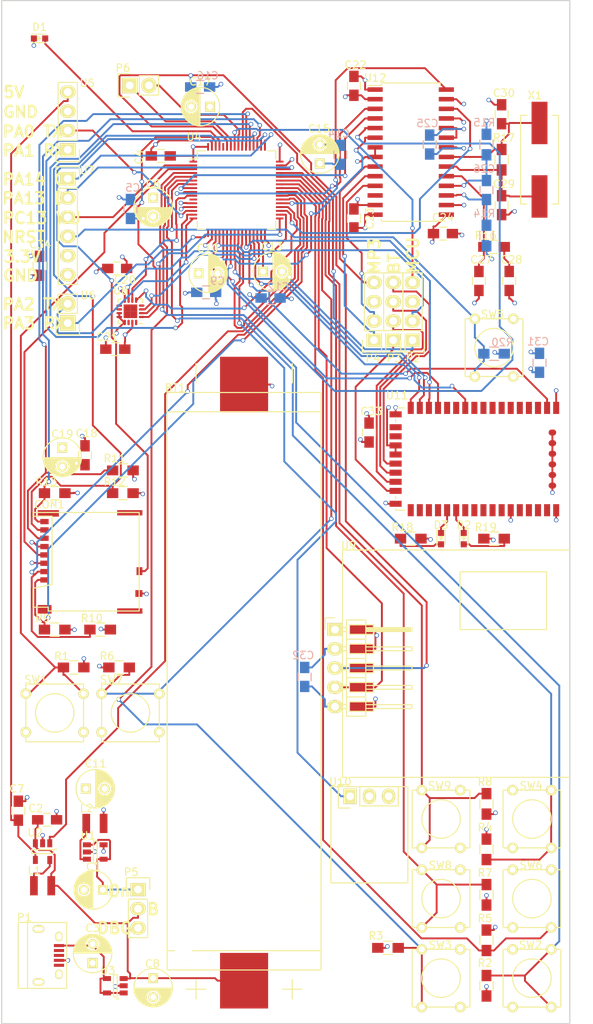
<source format=kicad_pcb>
(kicad_pcb (version 4) (host pcbnew 4.0.2-stable)
  (title_block (title "SenseWalk2: Minimalistic version") (rev 1) (company "University of Central Florida\\nSenior Design G23\\nBenoit Brummer\\n\\n\\n"))
  (layers (0 F.Cu signal) (1 In1.Cu power) (2 In2.Cu power) (31 B.Cu signal) (34 B.Paste user) (35 F.Paste user) (36 B.SilkS user) (37 F.SilkS user) (38 B.Mask user) (39 F.Mask user) (44 Edge.Cuts user))
  (net 0 "")
  (net 1 GND)
  (net 2 +BATT)
  (net 3 +5V)
  (net 4 +3V3)
  (net 5 PD2_SD-CMD)
  (net 6 PC10_SD-D2)
  (net 7 PC11_SD-D3)
  (net 8 PC12_SD-CK)
  (net 9 PC8_SD-D0)
  (net 10 PC9_SD-D1)
  (net 11 PA15_SD-DET)
  (net 12 "Net-(L2-Pad1)")
  (net 13 /in5)
  (net 14 /in6)
  (net 15 /in7)
  (net 16 /in8)
  (net 17 /in1)
  (net 18 /in2)
  (net 19 /in3)
  (net 20 /in4)
  (net 21 PC13_dbg)
  (net 22 NRST)
  (net 23 PC0_MP3-SCL)
  (net 24 PC1_MP3-SDA)
  (net 25 PC2_MAG-MISO)
  (net 26 PA0_las)
  (net 27 PA1_las)
  (net 28 PA2_UART)
  (net 29 PA3_UART)
  (net 30 PA4_BTpcm-Sync)
  (net 31 PA5_MP3-SCK)
  (net 32 PA6_BT-RTS)
  (net 33 PA7_MP3-SDI)
  (net 34 PC4_BT-RX)
  (net 35 PC5_BT-TX)
  (net 36 PB1_BT-CTS)
  (net 37 PB2_BT-GP2)
  (net 38 PB10_MAG-SPC)
  (net 39 "Net-(D1-Pad2)")
  (net 40 PB12_MAG-INT)
  (net 41 PB13_MAG-TRIG)
  (net 42 PB14_MP3-RST)
  (net 43 PB15_MAG-MOSI)
  (net 44 PC6_MP3-DR)
  (net 45 PA9_GPS-RX)
  (net 46 PA13_dbg)
  (net 47 PA14_dbg)
  (net 48 PB3_BTpcm-CLK)
  (net 49 PB5_BTpcm-IN)
  (net 50 PB7_GPS-TX)
  (net 51 PB9_MAG-CS)
  (net 52 "Net-(P4-Pad4)")
  (net 53 "Net-(P4-Pad1)")
  (net 54 "Net-(P4-Pad2)")
  (net 55 "Net-(C26-Pad1)")
  (net 56 "Net-(C28-Pad1)")
  (net 57 "Net-(C29-Pad1)")
  (net 58 "Net-(C27-Pad1)")
  (net 59 "Net-(D2-Pad2)")
  (net 60 "Net-(D2-Pad1)")
  (net 61 "Net-(D3-Pad2)")
  (net 62 "Net-(D3-Pad1)")
  (net 63 "Net-(P3-Pad1)")
  (net 64 "Net-(P3-Pad2)")
  (net 65 "Net-(P3-Pad3)")
  (net 66 "Net-(P3-Pad4)")
  (net 67 "Net-(L1-Pad2)")
  (net 68 "Net-(C3-Pad2)")
  (net 69 "Net-(C26-Pad2)")
  (net 70 "Net-(C30-Pad1)")
  (net 71 PB0_mic)
  (net 72 PB11_BT-GP9)
  (net 73 x-in-1)
  (net 74 x-in-2)
  (net 75 /3VEN)
  (net 76 /5VEN)
  (module con-trougnouf:18650BatteryHolder (layer F.Cu) (at 69 173 270)
    (fp_text reference BT1 (at -81.9 9.1 360) (layer F.SilkS))
    (fp_text value Battery)
    (pad "" np_thru_hole oval (at -70.87 8 270) (size 3.45 3.45) (drill 3.45) (layers *.Cu *.Mask F.SilkS))
    (pad 1 smd rect (at -3.67 0 270) (size 7.34 6.35) (layers F.Cu F.Paste F.Mask) (net 2 +BATT))
    (pad 2 smd rect (at -82.33 0 270) (size 7.34 6.35) (layers F.Cu F.Paste F.Mask) (net 1 GND))
    (pad "" np_thru_hole oval (at -7.34 8 270) (size 2.39 2.39) (drill 2.39) (layers *.Cu *.Mask F.SilkS))
    (pad "" np_thru_hole oval (at -15.67 -8 270) (size 3.45 3.45) (drill 3.45) (layers *.Cu *.Mask F.SilkS))
  )
  (module Capacitors_ThroughHole:C_Radial_D5_L11_P2.5 (layer F.Cu) (at 50.35 157.35 180)
    (fp_text reference C1 (at 1.25 3.05 180) (layer F.SilkS))
    (fp_text value 10uF)
    (pad 1 thru_hole rect (at 0 0 180) (size 1.3 1.3) (drill 0.8) (layers *.Cu *.Mask F.SilkS) (net 75 /3VEN))
    (pad 2 thru_hole circle (at 2.5 0 180) (size 1.3 1.3) (drill 0.8) (layers *.Cu *.Mask F.SilkS) (net 1 GND))
  )
  (module con-trougnouf:MicroSD (layer F.Cu) (at 42.65 112.05 90)
    (fp_text reference CON1 (at 5.55 0.65 180) (layer F.SilkS))
    (fp_text value uSD_Card)
    (pad 6 smd rect (at -2.2 0 90) (size 0.7 1.1) (layers F.Cu F.Paste F.Mask) (net 1 GND))
    (pad 3 smd rect (at 1.1 0 90) (size 0.7 1.1) (layers F.Cu F.Paste F.Mask) (net 5 PD2_SD-CMD))
    (pad ~ smd rect (at 4.38 0.5 90) (size 0.86 2.8) (layers F.Cu F.Paste F.Mask))
    (pad 1 smd rect (at 3.3 0 90) (size 0.7 1.1) (layers F.Cu F.Paste F.Mask) (net 6 PC10_SD-D2))
    (pad 2 smd rect (at 2.2 0 90) (size 0.7 1.1) (layers F.Cu F.Paste F.Mask) (net 7 PC11_SD-D3))
    (pad 4 smd rect (at 0 0 90) (size 0.7 1.1) (layers F.Cu F.Paste F.Mask) (net 4 +3V3))
    (pad 5 smd rect (at -1.1 0 90) (size 0.7 1.1) (layers F.Cu F.Paste F.Mask) (net 8 PC12_SD-CK))
    (pad 7 smd rect (at -3.3 0 90) (size 0.7 1.1) (layers F.Cu F.Paste F.Mask) (net 9 PC8_SD-D0))
    (pad 8 smd rect (at -4.4 0 90) (size 0.7 1.1) (layers F.Cu F.Paste F.Mask) (net 10 PC9_SD-D1))
    (pad ~ smd rect (at -8.28 0.015 90) (size 1.14 1.83) (layers F.Cu F.Paste F.Mask))
    (pad ~ smd rect (at -8.5 11.265 90) (size 0.7 3.33) (layers F.Cu F.Paste F.Mask))
    (pad 6 smd rect (at -6.19 12.465 90) (size 0.9 0.93) (layers F.Cu F.Paste F.Mask) (net 1 GND))
    (pad 9 smd rect (at -3.24 12.54 90) (size 1.05 0.78) (layers F.Cu F.Paste F.Mask) (net 11 PA15_SD-DET))
    (pad ~ smd rect (at 4.46 11.265 90) (size 0.7 3.33) (layers F.Cu F.Paste F.Mask))
  )
  (module BT:RN-52 (layer F.Cu) (at 102 100.5 270)
    (fp_text reference U11 (at -8.4 12.8 360) (layer F.SilkS))
    (fp_text value RN-52)
    (pad 28 smd rect (at 6.75 11 270) (size 1.6 0.8) (layers F.Cu F.Paste F.Mask))
    (pad 27 smd rect (at 5.9 13 270) (size 0.8 1.6) (layers F.Cu F.Paste F.Mask) (net 1 GND))
    (pad 19 smd rect (at -4.2 13 270) (size 0.8 1.6) (layers F.Cu F.Paste F.Mask))
    (pad 1 smd rect (at -6.75 -8.2 270) (size 1.6 0.8) (layers F.Cu F.Paste F.Mask) (net 1 GND))
    (pad 2 smd rect (at -6.75 -7 270) (size 1.6 0.8) (layers F.Cu F.Paste F.Mask) (net 37 PB2_BT-GP2))
    (pad 3 smd rect (at -6.75 -5.8 270) (size 1.6 0.8) (layers F.Cu F.Paste F.Mask))
    (pad 4 smd rect (at -6.75 -4.6 270) (size 1.6 0.8) (layers F.Cu F.Paste F.Mask))
    (pad 5 smd rect (at -6.75 -3.4 270) (size 1.6 0.8) (layers F.Cu F.Paste F.Mask))
    (pad 6 smd rect (at -6.75 -2.2 270) (size 1.6 0.8) (layers F.Cu F.Paste F.Mask))
    (pad 7 smd rect (at -6.75 -1 270) (size 1.6 0.8) (layers F.Cu F.Paste F.Mask))
    (pad 8 smd rect (at -6.75 0.2 270) (size 1.6 0.8) (layers F.Cu F.Paste F.Mask))
    (pad 9 smd rect (at -6.75 1.4 270) (size 1.6 0.8) (layers F.Cu F.Paste F.Mask))
    (pad 10 smd rect (at -6.75 2.6 270) (size 1.6 0.8) (layers F.Cu F.Paste F.Mask))
    (pad 11 smd rect (at -6.75 3.8 270) (size 1.6 0.8) (layers F.Cu F.Paste F.Mask) (net 72 PB11_BT-GP9))
    (pad 12 smd rect (at -6.75 5 270) (size 1.6 0.8) (layers F.Cu F.Paste F.Mask))
    (pad 13 smd rect (at -6.75 6.2 270) (size 1.6 0.8) (layers F.Cu F.Paste F.Mask))
    (pad 14 smd rect (at -6.75 7.4 270) (size 1.6 0.8) (layers F.Cu F.Paste F.Mask) (net 32 PA6_BT-RTS))
    (pad 15 smd rect (at -6.75 8.6 270) (size 1.6 0.8) (layers F.Cu F.Paste F.Mask) (net 36 PB1_BT-CTS))
    (pad 16 smd rect (at -6.75 9.8 270) (size 1.6 0.8) (layers F.Cu F.Paste F.Mask) (net 35 PC5_BT-TX))
    (pad 17 smd rect (at -6.75 11 270) (size 1.6 0.8) (layers F.Cu F.Paste F.Mask) (net 34 PC4_BT-RX))
    (pad 18 smd rect (at -5.9 13 270) (size 0.8 1.6) (layers F.Cu F.Paste F.Mask) (net 1 GND))
    (pad 20 smd rect (at -3 13 270) (size 0.8 1.6) (layers F.Cu F.Paste F.Mask))
    (pad 21 smd rect (at -1.8 13 270) (size 0.8 1.6) (layers F.Cu F.Paste F.Mask) (net 4 +3V3))
    (pad 22 smd rect (at -0.6 13 270) (size 0.8 1.6) (layers F.Cu F.Paste F.Mask) (net 4 +3V3))
    (pad 23 smd rect (at 0.6 13 270) (size 0.8 1.6) (layers F.Cu F.Paste F.Mask) (net 66 "Net-(P3-Pad4)"))
    (pad 24 smd rect (at 1.8 13 270) (size 0.8 1.6) (layers F.Cu F.Paste F.Mask) (net 65 "Net-(P3-Pad3)"))
    (pad 25 smd rect (at 3 13 270) (size 0.8 1.6) (layers F.Cu F.Paste F.Mask) (net 64 "Net-(P3-Pad2)"))
    (pad 26 smd rect (at 4.2 13 270) (size 0.8 1.6) (layers F.Cu F.Paste F.Mask) (net 63 "Net-(P3-Pad1)"))
    (pad 29 smd rect (at 6.75 9.8 270) (size 1.6 0.8) (layers F.Cu F.Paste F.Mask))
    (pad 30 smd rect (at 6.75 8.6 270) (size 1.6 0.8) (layers F.Cu F.Paste F.Mask))
    (pad 31 smd rect (at 6.75 7.4 270) (size 1.6 0.8) (layers F.Cu F.Paste F.Mask))
    (pad 32 smd rect (at 6.75 6.2 270) (size 1.6 0.8) (layers F.Cu F.Paste F.Mask) (net 62 "Net-(D3-Pad1)"))
    (pad 33 smd rect (at 6.75 5 270) (size 1.6 0.8) (layers F.Cu F.Paste F.Mask) (net 60 "Net-(D2-Pad1)"))
    (pad 34 smd rect (at 6.75 3.8 270) (size 1.6 0.8) (layers F.Cu F.Paste F.Mask))
    (pad 35 smd rect (at 6.75 2.6 270) (size 1.6 0.8) (layers F.Cu F.Paste F.Mask))
    (pad 36 smd rect (at 6.75 1.4 270) (size 1.6 0.8) (layers F.Cu F.Paste F.Mask))
    (pad 37 smd rect (at 6.75 0.2 270) (size 1.6 0.8) (layers F.Cu F.Paste F.Mask))
    (pad 38 smd rect (at 6.75 -1 270) (size 1.6 0.8) (layers F.Cu F.Paste F.Mask))
    (pad 39 smd rect (at 6.75 -2.2 270) (size 1.6 0.8) (layers F.Cu F.Paste F.Mask) (net 1 GND))
    (pad 40 smd rect (at 6.75 -3.4 270) (size 1.6 0.8) (layers F.Cu F.Paste F.Mask))
    (pad 41 smd rect (at 6.75 -4.6 270) (size 1.6 0.8) (layers F.Cu F.Paste F.Mask))
    (pad 42 smd rect (at 6.75 -5.8 270) (size 1.6 0.8) (layers F.Cu F.Paste F.Mask))
    (pad 43 smd rect (at 6.75 -7 270) (size 1.6 0.8) (layers F.Cu F.Paste F.Mask))
    (pad 44 smd rect (at 6.75 -8.2 270) (size 1.6 0.8) (layers F.Cu F.Paste F.Mask) (net 1 GND))
    (pad 45 smd oval (at 3.5 -7.7 270) (size 0.8 1) (layers F.Cu F.Paste F.Mask) (net 1 GND))
    (pad 46 smd oval (at 2.1 -7.7 270) (size 0.8 1) (layers F.Cu F.Paste F.Mask) (net 1 GND))
    (pad 47 smd oval (at 0.7 -7.7 270) (size 0.8 1) (layers F.Cu F.Paste F.Mask) (net 1 GND))
    (pad 48 smd oval (at -0.7 -7.7 270) (size 0.8 1) (layers F.Cu F.Paste F.Mask) (net 1 GND))
    (pad 49 smd oval (at -2.1 -7.7 270) (size 0.8 1) (layers F.Cu F.Paste F.Mask) (net 1 GND))
    (pad 50 smd oval (at -3.5 -7.7 270) (size 0.8 1) (layers F.Cu F.Paste F.Mask) (net 1 GND))
  )
  (module Capacitors_ThroughHole:C_Radial_D5_L11_P2.5 (layer F.Cu) (at 49 167 90)
    (fp_text reference C3 (at 4.6 0 180) (layer F.SilkS))
    (fp_text value 1uF)
    (pad 1 thru_hole rect (at 0 0 90) (size 1.3 1.3) (drill 0.8) (layers *.Cu *.Mask F.SilkS) (net 1 GND))
    (pad 2 thru_hole circle (at 2.5 0 90) (size 1.3 1.3) (drill 0.8) (layers *.Cu *.Mask F.SilkS) (net 68 "Net-(C3-Pad2)"))
  )
  (module Capacitors_SMD:C_0805_HandSoldering (layer F.Cu) (at 58 60.5)
    (fp_text reference C4 (at -2.85 0.15 90) (layer F.SilkS))
    (fp_text value 0.1uF)
    (pad 1 smd rect (at -1.25 0) (size 1.5 1.25) (layers F.Cu F.Paste F.Mask) (net 1 GND))
    (pad 2 smd rect (at 1.25 0) (size 1.5 1.25) (layers F.Cu F.Paste F.Mask) (net 4 +3V3))
  )
  (module Capacitors_ThroughHole:C_Radial_D5_L11_P2.5 (layer F.Cu) (at 57 66 270)
    (fp_text reference C6 (at -1.8 0 360) (layer F.SilkS))
    (fp_text value 4.7uF)
    (pad 1 thru_hole rect (at 0 0 270) (size 1.3 1.3) (drill 0.8) (layers *.Cu *.Mask F.SilkS) (net 1 GND))
    (pad 2 thru_hole circle (at 2.5 0 270) (size 1.3 1.3) (drill 0.8) (layers *.Cu *.Mask F.SilkS) (net 4 +3V3))
  )
  (module Capacitors_SMD:C_0805_HandSoldering (layer F.Cu) (at 39.2 146.9 90)
    (fp_text reference C7 (at 2.9 -0.2 180) (layer F.SilkS))
    (fp_text value 10uF)
    (pad 1 smd rect (at -1.25 0 90) (size 1.5 1.25) (layers F.Cu F.Paste F.Mask) (net 3 +5V))
    (pad 2 smd rect (at 1.25 0 90) (size 1.5 1.25) (layers F.Cu F.Paste F.Mask) (net 1 GND))
  )
  (module Capacitors_ThroughHole:C_Radial_D5_L11_P2.5 (layer F.Cu) (at 57 169 270)
    (fp_text reference C8 (at -1.9 0.1 360) (layer F.SilkS))
    (fp_text value 1uF)
    (pad 1 thru_hole rect (at 0 0 270) (size 1.3 1.3) (drill 0.8) (layers *.Cu *.Mask F.SilkS) (net 2 +BATT))
    (pad 2 thru_hole circle (at 2.5 0 270) (size 1.3 1.3) (drill 0.8) (layers *.Cu *.Mask F.SilkS) (net 1 GND))
  )
  (module Capacitors_ThroughHole:C_Radial_D5_L11_P2.5 (layer F.Cu) (at 63 76)
    (fp_text reference C10 (at 1.2 -3.3) (layer F.SilkS))
    (fp_text value 4.7uF)
    (pad 1 thru_hole rect (at 0 0) (size 1.3 1.3) (drill 0.8) (layers *.Cu *.Mask F.SilkS) (net 1 GND))
    (pad 2 thru_hole circle (at 2.5 0) (size 1.3 1.3) (drill 0.8) (layers *.Cu *.Mask F.SilkS) (net 4 +3V3))
  )
  (module Capacitors_ThroughHole:C_Radial_D5_L11_P2.5 (layer F.Cu) (at 64.5 54 180)
    (fp_text reference C17 (at 1.3 3.3 180) (layer F.SilkS))
    (fp_text value 4.7uF)
    (pad 1 thru_hole rect (at 0 0 180) (size 1.3 1.3) (drill 0.8) (layers *.Cu *.Mask F.SilkS) (net 1 GND))
    (pad 2 thru_hole circle (at 2.5 0 180) (size 1.3 1.3) (drill 0.8) (layers *.Cu *.Mask F.SilkS) (net 4 +3V3))
  )
  (module Inductors_NEOSID:Neosid_Inductor_SM-NE29_SMD1008 (layer F.Cu) (at 42.4 156.8 180)
    (fp_text reference L1 (at 1.1 2 180) (layer F.SilkS))
    (fp_text value 4.7uH)
    (pad 2 smd rect (at 1.14554 0 180) (size 1.02108 2.54) (layers F.Cu F.Paste F.Mask) (net 67 "Net-(L1-Pad2)"))
    (pad 1 smd rect (at -1.14554 0 180) (size 1.02108 2.54) (layers F.Cu F.Paste F.Mask) (net 2 +BATT))
  )
  (module Inductors_NEOSID:Neosid_Inductor_SM-NE29_SMD1008 (layer F.Cu) (at 49.31 148.58)
    (fp_text reference L2 (at -1.11 -1.98 180) (layer F.SilkS))
    (fp_text value 4.7uH)
    (pad 2 smd rect (at 1.14554 0) (size 1.02108 2.54) (layers F.Cu F.Paste F.Mask) (net 4 +3V3))
    (pad 1 smd rect (at -1.14554 0) (size 1.02108 2.54) (layers F.Cu F.Paste F.Mask) (net 12 "Net-(L2-Pad1)"))
  )
  (module Connect:USB_Micro-B (layer F.Cu) (at 43 166 270)
    (fp_text reference P1 (at -5 3 360) (layer F.SilkS))
    (fp_text value USB_B)
    (pad 1 smd rect (at -1.3009 -1.56254) (size 1.35 0.4) (layers F.Cu F.Paste F.Mask) (net 68 "Net-(C3-Pad2)"))
    (pad 2 smd rect (at -0.6509 -1.56254) (size 1.35 0.4) (layers F.Cu F.Paste F.Mask))
    (pad 3 smd rect (at -0.0009 -1.56254) (size 1.35 0.4) (layers F.Cu F.Paste F.Mask))
    (pad 4 smd rect (at 0.6491 -1.56254) (size 1.35 0.4) (layers F.Cu F.Paste F.Mask) (net 1 GND))
    (pad 5 smd rect (at 1.2991 -1.56254) (size 1.35 0.4) (layers F.Cu F.Paste F.Mask))
    (pad 6 thru_hole oval (at -2.5009 -1.56254) (size 0.95 1.25) (drill oval 0.55 0.85) (layers *.Cu *.Mask F.SilkS))
    (pad 6 thru_hole oval (at 2.4991 -1.56254) (size 0.95 1.25) (drill oval 0.55 0.85) (layers *.Cu *.Mask F.SilkS))
    (pad 6 thru_hole oval (at -3.5009 1.13746) (size 1.55 1) (drill oval 1.15 0.5) (layers *.Cu *.Mask F.SilkS))
    (pad 6 thru_hole oval (at 3.4991 1.13746) (size 1.55 1) (drill oval 1.15 0.5) (layers *.Cu *.Mask F.SilkS))
  )
  (module Buttons_Switches_ThroughHole:SW_PUSH_SMALL (layer F.Cu) (at 44 134)
    (fp_text reference SW1 (at -2.5 -4.4) (layer F.SilkS))
    (fp_text value SW_PUSH)
    (pad 1 thru_hole circle (at 3.81 -2.54) (size 1.397 1.397) (drill 0.8128) (layers *.Cu *.Mask F.SilkS) (net 13 /in5))
    (pad 2 thru_hole circle (at 3.81 2.54) (size 1.397 1.397) (drill 0.8128) (layers *.Cu *.Mask F.SilkS) (net 4 +3V3))
    (pad 1 thru_hole circle (at -3.81 -2.54) (size 1.397 1.397) (drill 0.8128) (layers *.Cu *.Mask F.SilkS) (net 13 /in5))
    (pad 2 thru_hole circle (at -3.81 2.54) (size 1.397 1.397) (drill 0.8128) (layers *.Cu *.Mask F.SilkS) (net 4 +3V3))
  )
  (module Buttons_Switches_ThroughHole:SW_PUSH_SMALL (layer F.Cu) (at 107 169 270)
    (fp_text reference SW2 (at -4.4 0.2 360) (layer F.SilkS))
    (fp_text value SW_PUSH)
    (pad 1 thru_hole circle (at 3.81 -2.54 270) (size 1.397 1.397) (drill 0.8128) (layers *.Cu *.Mask F.SilkS) (net 14 /in6))
    (pad 2 thru_hole circle (at 3.81 2.54 270) (size 1.397 1.397) (drill 0.8128) (layers *.Cu *.Mask F.SilkS) (net 4 +3V3))
    (pad 1 thru_hole circle (at -3.81 -2.54 270) (size 1.397 1.397) (drill 0.8128) (layers *.Cu *.Mask F.SilkS) (net 14 /in6))
    (pad 2 thru_hole circle (at -3.81 2.54 270) (size 1.397 1.397) (drill 0.8128) (layers *.Cu *.Mask F.SilkS) (net 4 +3V3))
  )
  (module Buttons_Switches_ThroughHole:SW_PUSH_SMALL (layer F.Cu) (at 95 169 90)
    (fp_text reference SW3 (at 4.4 -0.1 180) (layer F.SilkS))
    (fp_text value SW_PUSH)
    (pad 1 thru_hole circle (at 3.81 -2.54 90) (size 1.397 1.397) (drill 0.8128) (layers *.Cu *.Mask F.SilkS) (net 15 /in7))
    (pad 2 thru_hole circle (at 3.81 2.54 90) (size 1.397 1.397) (drill 0.8128) (layers *.Cu *.Mask F.SilkS) (net 4 +3V3))
    (pad 1 thru_hole circle (at -3.81 -2.54 90) (size 1.397 1.397) (drill 0.8128) (layers *.Cu *.Mask F.SilkS) (net 15 /in7))
    (pad 2 thru_hole circle (at -3.81 2.54 90) (size 1.397 1.397) (drill 0.8128) (layers *.Cu *.Mask F.SilkS) (net 4 +3V3))
  )
  (module Buttons_Switches_ThroughHole:SW_PUSH_SMALL (layer F.Cu) (at 107 148 270)
    (fp_text reference SW4 (at -4.4 0.1 360) (layer F.SilkS))
    (fp_text value SW_PUSH)
    (pad 1 thru_hole circle (at 3.81 -2.54 270) (size 1.397 1.397) (drill 0.8128) (layers *.Cu *.Mask F.SilkS) (net 16 /in8))
    (pad 2 thru_hole circle (at 3.81 2.54 270) (size 1.397 1.397) (drill 0.8128) (layers *.Cu *.Mask F.SilkS) (net 4 +3V3))
    (pad 1 thru_hole circle (at -3.81 -2.54 270) (size 1.397 1.397) (drill 0.8128) (layers *.Cu *.Mask F.SilkS) (net 16 /in8))
    (pad 2 thru_hole circle (at -3.81 2.54 270) (size 1.397 1.397) (drill 0.8128) (layers *.Cu *.Mask F.SilkS) (net 4 +3V3))
  )
  (module Buttons_Switches_ThroughHole:SW_PUSH_SMALL (layer F.Cu) (at 107 158.5 270)
    (fp_text reference SW6 (at -4.4 0.1 360) (layer F.SilkS))
    (fp_text value SW_PUSH)
    (pad 1 thru_hole circle (at 3.81 -2.54 270) (size 1.397 1.397) (drill 0.8128) (layers *.Cu *.Mask F.SilkS) (net 17 /in1))
    (pad 2 thru_hole circle (at 3.81 2.54 270) (size 1.397 1.397) (drill 0.8128) (layers *.Cu *.Mask F.SilkS) (net 4 +3V3))
    (pad 1 thru_hole circle (at -3.81 -2.54 270) (size 1.397 1.397) (drill 0.8128) (layers *.Cu *.Mask F.SilkS) (net 17 /in1))
    (pad 2 thru_hole circle (at -3.81 2.54 270) (size 1.397 1.397) (drill 0.8128) (layers *.Cu *.Mask F.SilkS) (net 4 +3V3))
  )
  (module Buttons_Switches_ThroughHole:SW_PUSH_SMALL (layer F.Cu) (at 54 134)
    (fp_text reference SW7 (at -2.5 -4.4) (layer F.SilkS))
    (fp_text value SW_PUSH)
    (pad 1 thru_hole circle (at 3.81 -2.54) (size 1.397 1.397) (drill 0.8128) (layers *.Cu *.Mask F.SilkS) (net 18 /in2))
    (pad 2 thru_hole circle (at 3.81 2.54) (size 1.397 1.397) (drill 0.8128) (layers *.Cu *.Mask F.SilkS) (net 4 +3V3))
    (pad 1 thru_hole circle (at -3.81 -2.54) (size 1.397 1.397) (drill 0.8128) (layers *.Cu *.Mask F.SilkS) (net 18 /in2))
    (pad 2 thru_hole circle (at -3.81 2.54) (size 1.397 1.397) (drill 0.8128) (layers *.Cu *.Mask F.SilkS) (net 4 +3V3))
  )
  (module Buttons_Switches_ThroughHole:SW_PUSH_SMALL (layer F.Cu) (at 95 158.5 90)
    (fp_text reference SW8 (at 4.4 -0.1 180) (layer F.SilkS))
    (fp_text value SW_PUSH)
    (pad 1 thru_hole circle (at 3.81 -2.54 90) (size 1.397 1.397) (drill 0.8128) (layers *.Cu *.Mask F.SilkS) (net 19 /in3))
    (pad 2 thru_hole circle (at 3.81 2.54 90) (size 1.397 1.397) (drill 0.8128) (layers *.Cu *.Mask F.SilkS) (net 4 +3V3))
    (pad 1 thru_hole circle (at -3.81 -2.54 90) (size 1.397 1.397) (drill 0.8128) (layers *.Cu *.Mask F.SilkS) (net 19 /in3))
    (pad 2 thru_hole circle (at -3.81 2.54 90) (size 1.397 1.397) (drill 0.8128) (layers *.Cu *.Mask F.SilkS) (net 4 +3V3))
  )
  (module Buttons_Switches_ThroughHole:SW_PUSH_SMALL (layer F.Cu) (at 95 148 90)
    (fp_text reference SW9 (at 4.4 -0.2 180) (layer F.SilkS))
    (fp_text value SW_PUSH)
    (pad 1 thru_hole circle (at 3.81 -2.54 90) (size 1.397 1.397) (drill 0.8128) (layers *.Cu *.Mask F.SilkS) (net 20 /in4))
    (pad 2 thru_hole circle (at 3.81 2.54 90) (size 1.397 1.397) (drill 0.8128) (layers *.Cu *.Mask F.SilkS) (net 4 +3V3))
    (pad 1 thru_hole circle (at -3.81 -2.54 90) (size 1.397 1.397) (drill 0.8128) (layers *.Cu *.Mask F.SilkS) (net 20 /in4))
    (pad 2 thru_hole circle (at -3.81 2.54 90) (size 1.397 1.397) (drill 0.8128) (layers *.Cu *.Mask F.SilkS) (net 4 +3V3))
  )
  (module TO_SOT_Packages_SMD:SOT-23-5 (layer F.Cu) (at 42.4 152.3 270)
    (fp_text reference U2 (at -2.5 1 360) (layer F.SilkS))
    (fp_text value XC9140)
    (pad 1 smd rect (at -1.1 -0.95 270) (size 1.06 0.65) (layers F.Cu F.Paste F.Mask) (net 76 /5VEN))
    (pad 2 smd rect (at -1.1 0 270) (size 1.06 0.65) (layers F.Cu F.Paste F.Mask) (net 1 GND))
    (pad 3 smd rect (at -1.1 0.95 270) (size 1.06 0.65) (layers F.Cu F.Paste F.Mask) (net 2 +BATT))
    (pad 4 smd rect (at 1.1 0.95 270) (size 1.06 0.65) (layers F.Cu F.Paste F.Mask) (net 3 +5V))
    (pad 5 smd rect (at 1.1 -0.95 270) (size 1.06 0.65) (layers F.Cu F.Paste F.Mask) (net 67 "Net-(L1-Pad2)"))
  )
  (module TO_SOT_Packages_SMD:SOT-23-5 (layer F.Cu) (at 52 170 180)
    (fp_text reference U3 (at 1 2 180) (layer F.SilkS))
    (fp_text value MCP73811/2)
    (pad 1 smd rect (at -1.1 -0.95 180) (size 1.06 0.65) (layers F.Cu F.Paste F.Mask) (net 68 "Net-(C3-Pad2)"))
    (pad 2 smd rect (at -1.1 0 180) (size 1.06 0.65) (layers F.Cu F.Paste F.Mask) (net 1 GND))
    (pad 3 smd rect (at -1.1 0.95 180) (size 1.06 0.65) (layers F.Cu F.Paste F.Mask) (net 2 +BATT))
    (pad 4 smd rect (at 1.1 0.95 180) (size 1.06 0.65) (layers F.Cu F.Paste F.Mask) (net 68 "Net-(C3-Pad2)"))
    (pad 5 smd rect (at 1.1 -0.95 180) (size 1.06 0.65) (layers F.Cu F.Paste F.Mask) (net 68 "Net-(C3-Pad2)"))
  )
  (module Housings_QFP:LQFP-64_10x10mm_Pitch0.5mm (layer F.Cu) (at 68 65)
    (fp_text reference U4 (at -5.6 -7) (layer F.SilkS))
    (fp_text value STM32L476R)
    (pad 1 smd rect (at -5.7 -3.75) (size 1 0.25) (layers F.Cu F.Paste F.Mask) (net 4 +3V3))
    (pad 2 smd rect (at -5.7 -3.25) (size 1 0.25) (layers F.Cu F.Paste F.Mask) (net 21 PC13_dbg))
    (pad 3 smd rect (at -5.7 -2.75) (size 1 0.25) (layers F.Cu F.Paste F.Mask) (net 13 /in5))
    (pad 4 smd rect (at -5.7 -2.25) (size 1 0.25) (layers F.Cu F.Paste F.Mask) (net 14 /in6))
    (pad 5 smd rect (at -5.7 -1.75) (size 1 0.25) (layers F.Cu F.Paste F.Mask) (net 15 /in7))
    (pad 6 smd rect (at -5.7 -1.25) (size 1 0.25) (layers F.Cu F.Paste F.Mask) (net 16 /in8))
    (pad 7 smd rect (at -5.7 -0.75) (size 1 0.25) (layers F.Cu F.Paste F.Mask) (net 22 NRST))
    (pad 8 smd rect (at -5.7 -0.25) (size 1 0.25) (layers F.Cu F.Paste F.Mask) (net 23 PC0_MP3-SCL))
    (pad 9 smd rect (at -5.7 0.25) (size 1 0.25) (layers F.Cu F.Paste F.Mask) (net 24 PC1_MP3-SDA))
    (pad 10 smd rect (at -5.7 0.75) (size 1 0.25) (layers F.Cu F.Paste F.Mask) (net 25 PC2_MAG-MISO))
    (pad 11 smd rect (at -5.7 1.25) (size 1 0.25) (layers F.Cu F.Paste F.Mask))
    (pad 12 smd rect (at -5.7 1.75) (size 1 0.25) (layers F.Cu F.Paste F.Mask) (net 1 GND))
    (pad 13 smd rect (at -5.7 2.25) (size 1 0.25) (layers F.Cu F.Paste F.Mask) (net 4 +3V3))
    (pad 14 smd rect (at -5.7 2.75) (size 1 0.25) (layers F.Cu F.Paste F.Mask) (net 26 PA0_las))
    (pad 15 smd rect (at -5.7 3.25) (size 1 0.25) (layers F.Cu F.Paste F.Mask) (net 27 PA1_las))
    (pad 16 smd rect (at -5.7 3.75) (size 1 0.25) (layers F.Cu F.Paste F.Mask) (net 28 PA2_UART))
    (pad 17 smd rect (at -3.75 5.7 90) (size 1 0.25) (layers F.Cu F.Paste F.Mask) (net 29 PA3_UART))
    (pad 18 smd rect (at -3.25 5.7 90) (size 1 0.25) (layers F.Cu F.Paste F.Mask) (net 1 GND))
    (pad 19 smd rect (at -2.75 5.7 90) (size 1 0.25) (layers F.Cu F.Paste F.Mask) (net 4 +3V3))
    (pad 20 smd rect (at -2.25 5.7 90) (size 1 0.25) (layers F.Cu F.Paste F.Mask) (net 30 PA4_BTpcm-Sync))
    (pad 21 smd rect (at -1.75 5.7 90) (size 1 0.25) (layers F.Cu F.Paste F.Mask) (net 31 PA5_MP3-SCK))
    (pad 22 smd rect (at -1.25 5.7 90) (size 1 0.25) (layers F.Cu F.Paste F.Mask) (net 32 PA6_BT-RTS))
    (pad 23 smd rect (at -0.75 5.7 90) (size 1 0.25) (layers F.Cu F.Paste F.Mask) (net 33 PA7_MP3-SDI))
    (pad 24 smd rect (at -0.25 5.7 90) (size 1 0.25) (layers F.Cu F.Paste F.Mask) (net 34 PC4_BT-RX))
    (pad 25 smd rect (at 0.25 5.7 90) (size 1 0.25) (layers F.Cu F.Paste F.Mask) (net 35 PC5_BT-TX))
    (pad 26 smd rect (at 0.75 5.7 90) (size 1 0.25) (layers F.Cu F.Paste F.Mask) (net 71 PB0_mic))
    (pad 27 smd rect (at 1.25 5.7 90) (size 1 0.25) (layers F.Cu F.Paste F.Mask) (net 36 PB1_BT-CTS))
    (pad 28 smd rect (at 1.75 5.7 90) (size 1 0.25) (layers F.Cu F.Paste F.Mask) (net 37 PB2_BT-GP2))
    (pad 29 smd rect (at 2.25 5.7 90) (size 1 0.25) (layers F.Cu F.Paste F.Mask) (net 38 PB10_MAG-SPC))
    (pad 30 smd rect (at 2.75 5.7 90) (size 1 0.25) (layers F.Cu F.Paste F.Mask) (net 72 PB11_BT-GP9))
    (pad 31 smd rect (at 3.25 5.7 90) (size 1 0.25) (layers F.Cu F.Paste F.Mask) (net 1 GND))
    (pad 32 smd rect (at 3.75 5.7 90) (size 1 0.25) (layers F.Cu F.Paste F.Mask) (net 4 +3V3))
    (pad 33 smd rect (at 5.7 3.75) (size 1 0.25) (layers F.Cu F.Paste F.Mask) (net 40 PB12_MAG-INT))
    (pad 34 smd rect (at 5.7 3.25) (size 1 0.25) (layers F.Cu F.Paste F.Mask) (net 41 PB13_MAG-TRIG))
    (pad 35 smd rect (at 5.7 2.75) (size 1 0.25) (layers F.Cu F.Paste F.Mask) (net 42 PB14_MP3-RST))
    (pad 36 smd rect (at 5.7 2.25) (size 1 0.25) (layers F.Cu F.Paste F.Mask) (net 43 PB15_MAG-MOSI))
    (pad 37 smd rect (at 5.7 1.75) (size 1 0.25) (layers F.Cu F.Paste F.Mask) (net 44 PC6_MP3-DR))
    (pad 38 smd rect (at 5.7 1.25) (size 1 0.25) (layers F.Cu F.Paste F.Mask) (net 76 /5VEN))
    (pad 39 smd rect (at 5.7 0.75) (size 1 0.25) (layers F.Cu F.Paste F.Mask) (net 9 PC8_SD-D0))
    (pad 40 smd rect (at 5.7 0.25) (size 1 0.25) (layers F.Cu F.Paste F.Mask) (net 10 PC9_SD-D1))
    (pad 41 smd rect (at 5.7 -0.25) (size 1 0.25) (layers F.Cu F.Paste F.Mask) (net 17 /in1))
    (pad 42 smd rect (at 5.7 -0.75) (size 1 0.25) (layers F.Cu F.Paste F.Mask) (net 45 PA9_GPS-RX))
    (pad 43 smd rect (at 5.7 -1.25) (size 1 0.25) (layers F.Cu F.Paste F.Mask) (net 18 /in2))
    (pad 44 smd rect (at 5.7 -1.75) (size 1 0.25) (layers F.Cu F.Paste F.Mask) (net 19 /in3))
    (pad 45 smd rect (at 5.7 -2.25) (size 1 0.25) (layers F.Cu F.Paste F.Mask) (net 20 /in4))
    (pad 46 smd rect (at 5.7 -2.75) (size 1 0.25) (layers F.Cu F.Paste F.Mask) (net 46 PA13_dbg))
    (pad 47 smd rect (at 5.7 -3.25) (size 1 0.25) (layers F.Cu F.Paste F.Mask) (net 1 GND))
    (pad 48 smd rect (at 5.7 -3.75) (size 1 0.25) (layers F.Cu F.Paste F.Mask) (net 4 +3V3))
    (pad 49 smd rect (at 3.75 -5.7 90) (size 1 0.25) (layers F.Cu F.Paste F.Mask) (net 47 PA14_dbg))
    (pad 50 smd rect (at 3.25 -5.7 90) (size 1 0.25) (layers F.Cu F.Paste F.Mask) (net 11 PA15_SD-DET))
    (pad 51 smd rect (at 2.75 -5.7 90) (size 1 0.25) (layers F.Cu F.Paste F.Mask) (net 6 PC10_SD-D2))
    (pad 52 smd rect (at 2.25 -5.7 90) (size 1 0.25) (layers F.Cu F.Paste F.Mask) (net 7 PC11_SD-D3))
    (pad 53 smd rect (at 1.75 -5.7 90) (size 1 0.25) (layers F.Cu F.Paste F.Mask) (net 8 PC12_SD-CK))
    (pad 54 smd rect (at 1.25 -5.7 90) (size 1 0.25) (layers F.Cu F.Paste F.Mask) (net 5 PD2_SD-CMD))
    (pad 55 smd rect (at 0.75 -5.7 90) (size 1 0.25) (layers F.Cu F.Paste F.Mask) (net 48 PB3_BTpcm-CLK))
    (pad 56 smd rect (at 0.25 -5.7 90) (size 1 0.25) (layers F.Cu F.Paste F.Mask) (net 73 x-in-1))
    (pad 57 smd rect (at -0.25 -5.7 90) (size 1 0.25) (layers F.Cu F.Paste F.Mask) (net 49 PB5_BTpcm-IN))
    (pad 58 smd rect (at -0.75 -5.7 90) (size 1 0.25) (layers F.Cu F.Paste F.Mask) (net 74 x-in-2))
    (pad 59 smd rect (at -1.25 -5.7 90) (size 1 0.25) (layers F.Cu F.Paste F.Mask) (net 50 PB7_GPS-TX))
    (pad 60 smd rect (at -1.75 -5.7 90) (size 1 0.25) (layers F.Cu F.Paste F.Mask))
    (pad 61 smd rect (at -2.25 -5.7 90) (size 1 0.25) (layers F.Cu F.Paste F.Mask) (net 39 "Net-(D1-Pad2)"))
    (pad 62 smd rect (at -2.75 -5.7 90) (size 1 0.25) (layers F.Cu F.Paste F.Mask) (net 51 PB9_MAG-CS))
    (pad 63 smd rect (at -3.25 -5.7 90) (size 1 0.25) (layers F.Cu F.Paste F.Mask) (net 1 GND))
    (pad 64 smd rect (at -3.75 -5.7 90) (size 1 0.25) (layers F.Cu F.Paste F.Mask) (net 4 +3V3))
  )
  (module con-trougnouf:Socket_Strip_Straight_1x04_3467 (layer F.Cu) (at 45.72 59.69 90)
    (fp_text reference U5 (at 8.79 2.58 180) (layer F.SilkS))
    (fp_text value Lightware_SF10/A)
    (pad 3 thru_hole rect (at 0 0 90) (size 1.7272 2.032) (drill 1.016) (layers *.Cu *.Mask F.SilkS) (net 27 PA1_las))
    (pad 4 thru_hole oval (at 2.54 0 90) (size 1.7272 2.032) (drill 1.016) (layers *.Cu *.Mask F.SilkS) (net 26 PA0_las))
    (pad 6 thru_hole oval (at 5.08 0 90) (size 1.7272 2.032) (drill 1.016) (layers *.Cu *.Mask F.SilkS) (net 1 GND))
    (pad 7 thru_hole oval (at 7.62 0 90) (size 1.7272 2.032) (drill 1.016) (layers *.Cu *.Mask F.SilkS) (net 3 +5V))
  )
  (module Housings_DFN_QFN:QFN-16-1EP_3x3mm_Pitch0.5mm (layer F.Cu) (at 54 81 180)
    (fp_text reference U8 (at 1.3 2.7 360) (layer F.SilkS))
    (fp_text value MLX90393)
    (pad 1 smd oval (at -1.475 -0.75 180) (size 0.75 0.3) (layers F.Cu F.Paste F.Mask) (net 40 PB12_MAG-INT))
    (pad 2 smd oval (at -1.475 -0.25 180) (size 0.75 0.3) (layers F.Cu F.Paste F.Mask) (net 51 PB9_MAG-CS))
    (pad 3 smd oval (at -1.475 0.25 180) (size 0.75 0.3) (layers F.Cu F.Paste F.Mask) (net 38 PB10_MAG-SPC))
    (pad 4 smd oval (at -1.475 0.75 180) (size 0.75 0.3) (layers F.Cu F.Paste F.Mask))
    (pad 5 smd oval (at -0.75 1.475 270) (size 0.75 0.3) (layers F.Cu F.Paste F.Mask) (net 43 PB15_MAG-MOSI))
    (pad 6 smd oval (at -0.25 1.475 270) (size 0.75 0.3) (layers F.Cu F.Paste F.Mask) (net 25 PC2_MAG-MISO))
    (pad 7 smd oval (at 0.25 1.475 270) (size 0.75 0.3) (layers F.Cu F.Paste F.Mask) (net 41 PB13_MAG-TRIG))
    (pad 8 smd oval (at 0.75 1.475 270) (size 0.75 0.3) (layers F.Cu F.Paste F.Mask) (net 4 +3V3))
    (pad 9 smd oval (at 1.475 0.75 180) (size 0.75 0.3) (layers F.Cu F.Paste F.Mask))
    (pad 10 smd oval (at 1.475 0.25 180) (size 0.75 0.3) (layers F.Cu F.Paste F.Mask))
    (pad 11 smd oval (at 1.475 -0.25 180) (size 0.75 0.3) (layers F.Cu F.Paste F.Mask) (net 1 GND))
    (pad 12 smd oval (at 1.475 -0.75 180) (size 0.75 0.3) (layers F.Cu F.Paste F.Mask) (net 1 GND))
    (pad 13 smd oval (at 0.75 -1.475 270) (size 0.75 0.3) (layers F.Cu F.Paste F.Mask) (net 1 GND))
    (pad 14 smd oval (at 0.25 -1.475 270) (size 0.75 0.3) (layers F.Cu F.Paste F.Mask))
    (pad 15 smd oval (at -0.25 -1.475 270) (size 0.75 0.3) (layers F.Cu F.Paste F.Mask) (net 4 +3V3))
    (pad 16 smd oval (at -0.75 -1.475 270) (size 0.75 0.3) (layers F.Cu F.Paste F.Mask))
    (pad 17 smd rect (at 0.45 0.45 180) (size 0.9 0.9) (layers F.Cu F.Paste F.Mask))
    (pad 17 smd rect (at 0.45 -0.45 180) (size 0.9 0.9) (layers F.Cu F.Paste F.Mask))
    (pad 17 smd rect (at -0.45 0.45 180) (size 0.9 0.9) (layers F.Cu F.Paste F.Mask))
    (pad 17 smd rect (at -0.45 -0.45 180) (size 0.9 0.9) (layers F.Cu F.Paste F.Mask))
  )
  (module Housings_SOIC:SOIC-28_7.5x17.9mm_Pitch1.27mm (layer F.Cu) (at 91 60)
    (fp_text reference U12 (at -4.7 -9.8) (layer F.SilkS))
    (fp_text value STA013)
    (pad 1 smd rect (at -4.7 -8.255) (size 2 0.6) (layers F.Cu F.Paste F.Mask) (net 4 +3V3))
    (pad 2 smd rect (at -4.7 -6.985) (size 2 0.6) (layers F.Cu F.Paste F.Mask) (net 1 GND))
    (pad 3 smd rect (at -4.7 -5.715) (size 2 0.6) (layers F.Cu F.Paste F.Mask) (net 24 PC1_MP3-SDA))
    (pad 4 smd rect (at -4.7 -4.445) (size 2 0.6) (layers F.Cu F.Paste F.Mask) (net 23 PC0_MP3-SCL))
    (pad 5 smd rect (at -4.7 -3.175) (size 2 0.6) (layers F.Cu F.Paste F.Mask) (net 33 PA7_MP3-SDI))
    (pad 6 smd rect (at -4.7 -1.905) (size 2 0.6) (layers F.Cu F.Paste F.Mask) (net 31 PA5_MP3-SCK))
    (pad 7 smd rect (at -4.7 -0.635) (size 2 0.6) (layers F.Cu F.Paste F.Mask) (net 4 +3V3))
    (pad 8 smd rect (at -4.7 0.635) (size 2 0.6) (layers F.Cu F.Paste F.Mask) (net 4 +3V3))
    (pad 9 smd rect (at -4.7 1.905) (size 2 0.6) (layers F.Cu F.Paste F.Mask) (net 52 "Net-(P4-Pad4)"))
    (pad 10 smd rect (at -4.7 3.175) (size 2 0.6) (layers F.Cu F.Paste F.Mask) (net 53 "Net-(P4-Pad1)"))
    (pad 11 smd rect (at -4.7 4.445) (size 2 0.6) (layers F.Cu F.Paste F.Mask) (net 54 "Net-(P4-Pad2)"))
    (pad 12 smd rect (at -4.7 5.715) (size 2 0.6) (layers F.Cu F.Paste F.Mask))
    (pad 13 smd rect (at -4.7 6.985) (size 2 0.6) (layers F.Cu F.Paste F.Mask) (net 1 GND))
    (pad 14 smd rect (at -4.7 8.255) (size 2 0.6) (layers F.Cu F.Paste F.Mask) (net 4 +3V3))
    (pad 15 smd rect (at 4.7 8.255) (size 2 0.6) (layers F.Cu F.Paste F.Mask) (net 1 GND))
    (pad 16 smd rect (at 4.7 6.985) (size 2 0.6) (layers F.Cu F.Paste F.Mask) (net 4 +3V3))
    (pad 17 smd rect (at 4.7 5.715) (size 2 0.6) (layers F.Cu F.Paste F.Mask) (net 69 "Net-(C26-Pad2)"))
    (pad 18 smd rect (at 4.7 4.445) (size 2 0.6) (layers F.Cu F.Paste F.Mask) (net 55 "Net-(C26-Pad1)"))
    (pad 19 smd rect (at 4.7 3.175) (size 2 0.6) (layers F.Cu F.Paste F.Mask) (net 58 "Net-(C27-Pad1)"))
    (pad 20 smd rect (at 4.7 1.905) (size 2 0.6) (layers F.Cu F.Paste F.Mask) (net 57 "Net-(C29-Pad1)"))
    (pad 21 smd rect (at 4.7 0.635) (size 2 0.6) (layers F.Cu F.Paste F.Mask) (net 70 "Net-(C30-Pad1)"))
    (pad 22 smd rect (at 4.7 -0.635) (size 2 0.6) (layers F.Cu F.Paste F.Mask) (net 1 GND))
    (pad 23 smd rect (at 4.7 -1.905) (size 2 0.6) (layers F.Cu F.Paste F.Mask) (net 4 +3V3))
    (pad 24 smd rect (at 4.7 -3.175) (size 2 0.6) (layers F.Cu F.Paste F.Mask) (net 4 +3V3))
    (pad 25 smd rect (at 4.7 -4.445) (size 2 0.6) (layers F.Cu F.Paste F.Mask) (net 1 GND))
    (pad 26 smd rect (at 4.7 -5.715) (size 2 0.6) (layers F.Cu F.Paste F.Mask) (net 42 PB14_MP3-RST))
    (pad 27 smd rect (at 4.7 -6.985) (size 2 0.6) (layers F.Cu F.Paste F.Mask) (net 1 GND))
    (pad 28 smd rect (at 4.7 -8.255) (size 2 0.6) (layers F.Cu F.Paste F.Mask) (net 44 PC6_MP3-DR))
  )
  (module Capacitors_SMD:C_0805_HandSoldering (layer F.Cu) (at 48 100 90)
    (fp_text reference C19 (at 2.8 -3 180) (layer F.SilkS))
    (fp_text value 0.1uF)
    (pad 1 smd rect (at -1.25 0 90) (size 1.5 1.25) (layers F.Cu F.Paste F.Mask) (net 4 +3V3))
    (pad 2 smd rect (at 1.25 0 90) (size 1.5 1.25) (layers F.Cu F.Paste F.Mask) (net 1 GND))
  )
  (module Capacitors_SMD:C_0805_HandSoldering (layer F.Cu) (at 52.25 75.35 180)
    (fp_text reference C20 (at -1 -1.5 180) (layer F.SilkS))
    (fp_text value 0.1uF)
    (pad 1 smd rect (at -1.25 0 180) (size 1.5 1.25) (layers F.Cu F.Paste F.Mask) (net 1 GND))
    (pad 2 smd rect (at 1.25 0 180) (size 1.5 1.25) (layers F.Cu F.Paste F.Mask) (net 4 +3V3))
  )
  (module Capacitors_SMD:C_0805_HandSoldering (layer F.Cu) (at 52 86)
    (fp_text reference C21 (at -1.1 -1.6 180) (layer F.SilkS))
    (fp_text value 0.1uF)
    (pad 1 smd rect (at -1.25 0) (size 1.5 1.25) (layers F.Cu F.Paste F.Mask) (net 1 GND))
    (pad 2 smd rect (at 1.25 0) (size 1.5 1.25) (layers F.Cu F.Paste F.Mask) (net 4 +3V3))
  )
  (module Capacitors_SMD:C_0805_HandSoldering (layer F.Cu) (at 83.5 51.25 90)
    (fp_text reference C22 (at 2.75 0.2 180) (layer F.SilkS))
    (fp_text value 0.1uF)
    (pad 1 smd rect (at -1.25 0 90) (size 1.5 1.25) (layers F.Cu F.Paste F.Mask) (net 1 GND))
    (pad 2 smd rect (at 1.25 0 90) (size 1.5 1.25) (layers F.Cu F.Paste F.Mask) (net 4 +3V3))
  )
  (module Capacitors_SMD:C_0805_HandSoldering (layer F.Cu) (at 83.5 68.75 270)
    (fp_text reference C23 (at 0 -2.1 270) (layer F.SilkS))
    (fp_text value 0.1uF)
    (pad 1 smd rect (at -1.25 0 270) (size 1.5 1.25) (layers F.Cu F.Paste F.Mask) (net 1 GND))
    (pad 2 smd rect (at 1.25 0 270) (size 1.5 1.25) (layers F.Cu F.Paste F.Mask) (net 4 +3V3))
  )
  (module Capacitors_SMD:C_0805_HandSoldering (layer F.Cu) (at 95.25 70.75)
    (fp_text reference C24 (at 0 -2.1) (layer F.SilkS))
    (fp_text value 0.1uF)
    (pad 1 smd rect (at -1.25 0) (size 1.5 1.25) (layers F.Cu F.Paste F.Mask) (net 1 GND))
    (pad 2 smd rect (at 1.25 0) (size 1.5 1.25) (layers F.Cu F.Paste F.Mask) (net 4 +3V3))
  )
  (module Capacitors_SMD:C_0805_HandSoldering (layer B.Cu) (at 93.5 59 90)
    (fp_text reference C25 (at 2.8 -0.3 180) (layer B.SilkS) (effects (justify mirror)))
    (fp_text value 0.1uF)
    (pad 1 smd rect (at -1.25 0 90) (size 1.5 1.25) (layers B.Cu B.Paste B.Mask) (net 1 GND))
    (pad 2 smd rect (at 1.25 0 90) (size 1.5 1.25) (layers B.Cu B.Paste B.Mask) (net 4 +3V3))
  )
  (module Capacitors_SMD:C_0805_HandSoldering (layer B.Cu) (at 101 65 270)
    (fp_text reference C26 (at -2.8 0.3 360) (layer B.SilkS) (effects (justify mirror)))
    (fp_text value 0.1uF)
    (pad 1 smd rect (at -1.25 0 270) (size 1.5 1.25) (layers B.Cu B.Paste B.Mask) (net 55 "Net-(C26-Pad1)"))
    (pad 2 smd rect (at 1.25 0 270) (size 1.5 1.25) (layers B.Cu B.Paste B.Mask) (net 69 "Net-(C26-Pad2)"))
  )
  (module Capacitors_SMD:C_0805_HandSoldering (layer F.Cu) (at 100 77 270)
    (fp_text reference C27 (at -2.8 -0.3 360) (layer F.SilkS))
    (fp_text value 470pF)
    (pad 1 smd rect (at -1.25 0 270) (size 1.5 1.25) (layers F.Cu F.Paste F.Mask) (net 58 "Net-(C27-Pad1)"))
    (pad 2 smd rect (at 1.25 0 270) (size 1.5 1.25) (layers F.Cu F.Paste F.Mask) (net 1 GND))
  )
  (module Capacitors_SMD:C_0805_HandSoldering (layer F.Cu) (at 104 77 270)
    (fp_text reference C28 (at -2.8 -0.3 360) (layer F.SilkS))
    (fp_text value 4.7nF)
    (pad 1 smd rect (at -1.25 0 270) (size 1.5 1.25) (layers F.Cu F.Paste F.Mask) (net 56 "Net-(C28-Pad1)"))
    (pad 2 smd rect (at 1.25 0 270) (size 1.5 1.25) (layers F.Cu F.Paste F.Mask) (net 1 GND))
  )
  (module Capacitors_SMD:C_0805_HandSoldering (layer F.Cu) (at 103 67 270)
    (fp_text reference C29 (at -2.8 -0.3 360) (layer F.SilkS))
    (fp_text value 22pF)
    (pad 1 smd rect (at -1.25 0 270) (size 1.5 1.25) (layers F.Cu F.Paste F.Mask) (net 57 "Net-(C29-Pad1)"))
    (pad 2 smd rect (at 1.25 0 270) (size 1.5 1.25) (layers F.Cu F.Paste F.Mask) (net 1 GND))
  )
  (module Capacitors_SMD:C_0805_HandSoldering (layer F.Cu) (at 103 55 90)
    (fp_text reference C30 (at 2.8 0.3 180) (layer F.SilkS))
    (fp_text value 22pF)
    (pad 1 smd rect (at -1.25 0 90) (size 1.5 1.25) (layers F.Cu F.Paste F.Mask) (net 70 "Net-(C30-Pad1)"))
    (pad 2 smd rect (at 1.25 0 90) (size 1.5 1.25) (layers F.Cu F.Paste F.Mask) (net 1 GND))
  )
  (module LEDs:LED_0603 (layer F.Cu) (at 42 45)
    (fp_text reference D1 (at 0 -1.5) (layer F.SilkS))
    (fp_text value Led_Small)
    (pad 2 smd rect (at 0.7493 0 180) (size 0.79756 0.79756) (layers F.Cu F.Paste F.Mask) (net 39 "Net-(D1-Pad2)"))
    (pad 1 smd rect (at -0.7493 0 180) (size 0.79756 0.79756) (layers F.Cu F.Paste F.Mask) (net 1 GND))
  )
  (module LEDs:LED_0603 (layer F.Cu) (at 98 111 270)
    (fp_text reference D2 (at -1.8 0 360) (layer F.SilkS))
    (fp_text value Led_B)
    (pad 2 smd rect (at 0.7493 0 90) (size 0.79756 0.79756) (layers F.Cu F.Paste F.Mask) (net 59 "Net-(D2-Pad2)"))
    (pad 1 smd rect (at -0.7493 0 90) (size 0.79756 0.79756) (layers F.Cu F.Paste F.Mask) (net 60 "Net-(D2-Pad1)"))
  )
  (module LEDs:LED_0603 (layer F.Cu) (at 95 111 270)
    (fp_text reference D3 (at -1.8 0 360) (layer F.SilkS))
    (fp_text value Led_R)
    (pad 2 smd rect (at 0.7493 0 90) (size 0.79756 0.79756) (layers F.Cu F.Paste F.Mask) (net 61 "Net-(D3-Pad2)"))
    (pad 1 smd rect (at -0.7493 0 90) (size 0.79756 0.79756) (layers F.Cu F.Paste F.Mask) (net 62 "Net-(D3-Pad1)"))
  )
  (module Pin_Headers:Pin_Header_Straight_1x04 (layer F.Cu) (at 91.23 84.82 180)
    (fp_text reference P2 (at -0.07 -2.38 180) (layer F.SilkS))
    (fp_text value CONN_01X04)
    (pad 1 thru_hole rect (at 0 0 180) (size 2.032 1.7272) (drill 1.016) (layers *.Cu *.Mask F.SilkS) (net 48 PB3_BTpcm-CLK))
    (pad 2 thru_hole oval (at 0 2.54 180) (size 2.032 1.7272) (drill 1.016) (layers *.Cu *.Mask F.SilkS) (net 30 PA4_BTpcm-Sync))
    (pad 3 thru_hole oval (at 0 5.08 180) (size 2.032 1.7272) (drill 1.016) (layers *.Cu *.Mask F.SilkS))
    (pad 4 thru_hole oval (at 0 7.62 180) (size 2.032 1.7272) (drill 1.016) (layers *.Cu *.Mask F.SilkS) (net 49 PB5_BTpcm-IN))
  )
  (module Pin_Headers:Pin_Header_Straight_1x04 (layer F.Cu) (at 88.69 84.82 180)
    (fp_text reference P3 (at -0.11 -2.38 180) (layer F.SilkS))
    (fp_text value CONN_01X04)
    (pad 1 thru_hole rect (at 0 0 180) (size 2.032 1.7272) (drill 1.016) (layers *.Cu *.Mask F.SilkS) (net 63 "Net-(P3-Pad1)"))
    (pad 2 thru_hole oval (at 0 2.54 180) (size 2.032 1.7272) (drill 1.016) (layers *.Cu *.Mask F.SilkS) (net 64 "Net-(P3-Pad2)"))
    (pad 3 thru_hole oval (at 0 5.08 180) (size 2.032 1.7272) (drill 1.016) (layers *.Cu *.Mask F.SilkS) (net 65 "Net-(P3-Pad3)"))
    (pad 4 thru_hole oval (at 0 7.62 180) (size 2.032 1.7272) (drill 1.016) (layers *.Cu *.Mask F.SilkS) (net 66 "Net-(P3-Pad4)"))
  )
  (module Pin_Headers:Pin_Header_Straight_1x04 (layer F.Cu) (at 86.15 84.82 180)
    (fp_text reference P4 (at 0.15 -2.38 180) (layer F.SilkS))
    (fp_text value CONN_01X04)
    (pad 1 thru_hole rect (at 0 0 180) (size 2.032 1.7272) (drill 1.016) (layers *.Cu *.Mask F.SilkS) (net 53 "Net-(P4-Pad1)"))
    (pad 2 thru_hole oval (at 0 2.54 180) (size 2.032 1.7272) (drill 1.016) (layers *.Cu *.Mask F.SilkS) (net 54 "Net-(P4-Pad2)"))
    (pad 3 thru_hole oval (at 0 5.08 180) (size 2.032 1.7272) (drill 1.016) (layers *.Cu *.Mask F.SilkS))
    (pad 4 thru_hole oval (at 0 7.62 180) (size 2.032 1.7272) (drill 1.016) (layers *.Cu *.Mask F.SilkS) (net 52 "Net-(P4-Pad4)"))
  )
  (module Resistors_SMD:R_0805_HandSoldering (layer F.Cu) (at 46.5 128 180)
    (fp_text reference R1 (at 1.6 1.5 180) (layer F.SilkS))
    (fp_text value 10K)
    (pad 1 smd rect (at -1.35 0 180) (size 1.5 1.3) (layers F.Cu F.Paste F.Mask) (net 1 GND))
    (pad 2 smd rect (at 1.35 0 180) (size 1.5 1.3) (layers F.Cu F.Paste F.Mask) (net 13 /in5))
  )
  (module Resistors_SMD:R_0805_HandSoldering (layer F.Cu) (at 101 170 90)
    (fp_text reference R2 (at 3 -0.2 180) (layer F.SilkS))
    (fp_text value 10K)
    (pad 1 smd rect (at -1.35 0 90) (size 1.5 1.3) (layers F.Cu F.Paste F.Mask) (net 1 GND))
    (pad 2 smd rect (at 1.35 0 90) (size 1.5 1.3) (layers F.Cu F.Paste F.Mask) (net 14 /in6))
  )
  (module Resistors_SMD:R_0805_HandSoldering (layer F.Cu) (at 88 165)
    (fp_text reference R3 (at -1.6 -1.6) (layer F.SilkS))
    (fp_text value 10K)
    (pad 1 smd rect (at -1.35 0) (size 1.5 1.3) (layers F.Cu F.Paste F.Mask) (net 1 GND))
    (pad 2 smd rect (at 1.35 0) (size 1.5 1.3) (layers F.Cu F.Paste F.Mask) (net 15 /in7))
  )
  (module Resistors_SMD:R_0805_HandSoldering (layer F.Cu) (at 101 152 270)
    (fp_text reference R4 (at -2.9 0.2 360) (layer F.SilkS))
    (fp_text value 10K)
    (pad 1 smd rect (at -1.35 0 270) (size 1.5 1.3) (layers F.Cu F.Paste F.Mask) (net 1 GND))
    (pad 2 smd rect (at 1.35 0 270) (size 1.5 1.3) (layers F.Cu F.Paste F.Mask) (net 16 /in8))
  )
  (module Resistors_SMD:R_0805_HandSoldering (layer F.Cu) (at 101 164 270)
    (fp_text reference R5 (at -2.9 0.2 360) (layer F.SilkS))
    (fp_text value 10K)
    (pad 1 smd rect (at -1.35 0 270) (size 1.5 1.3) (layers F.Cu F.Paste F.Mask) (net 1 GND))
    (pad 2 smd rect (at 1.35 0 270) (size 1.5 1.3) (layers F.Cu F.Paste F.Mask) (net 17 /in1))
  )
  (module Resistors_SMD:R_0805_HandSoldering (layer F.Cu) (at 52.5 128)
    (fp_text reference R6 (at -1.6 -1.5) (layer F.SilkS))
    (fp_text value 10K)
    (pad 1 smd rect (at -1.35 0) (size 1.5 1.3) (layers F.Cu F.Paste F.Mask) (net 1 GND))
    (pad 2 smd rect (at 1.35 0) (size 1.5 1.3) (layers F.Cu F.Paste F.Mask) (net 18 /in2))
  )
  (module Resistors_SMD:R_0805_HandSoldering (layer F.Cu) (at 101 158 90)
    (fp_text reference R7 (at 2.9 -0.2 180) (layer F.SilkS))
    (fp_text value 10K)
    (pad 1 smd rect (at -1.35 0 90) (size 1.5 1.3) (layers F.Cu F.Paste F.Mask) (net 1 GND))
    (pad 2 smd rect (at 1.35 0 90) (size 1.5 1.3) (layers F.Cu F.Paste F.Mask) (net 19 /in3))
  )
  (module Resistors_SMD:R_0805_HandSoldering (layer F.Cu) (at 101 146 90)
    (fp_text reference R8 (at 2.9 -0.2 180) (layer F.SilkS))
    (fp_text value 10K)
    (pad 1 smd rect (at -1.35 0 90) (size 1.5 1.3) (layers F.Cu F.Paste F.Mask) (net 1 GND))
    (pad 2 smd rect (at 1.35 0 90) (size 1.5 1.3) (layers F.Cu F.Paste F.Mask) (net 20 /in4))
  )
  (module Resistors_SMD:R_0805_HandSoldering (layer F.Cu) (at 44 123)
    (fp_text reference R9 (at -1.6 -1.5) (layer F.SilkS))
    (fp_text value 47K)
    (pad 1 smd rect (at -1.35 0) (size 1.5 1.3) (layers F.Cu F.Paste F.Mask) (net 10 PC9_SD-D1))
    (pad 2 smd rect (at 1.35 0) (size 1.5 1.3) (layers F.Cu F.Paste F.Mask) (net 4 +3V3))
  )
  (module Resistors_SMD:R_0805_HandSoldering (layer F.Cu) (at 50 123)
    (fp_text reference R10 (at -1.1 -1.5) (layer F.SilkS))
    (fp_text value 47K)
    (pad 1 smd rect (at -1.35 0) (size 1.5 1.3) (layers F.Cu F.Paste F.Mask) (net 9 PC8_SD-D0))
    (pad 2 smd rect (at 1.35 0) (size 1.5 1.3) (layers F.Cu F.Paste F.Mask) (net 4 +3V3))
  )
  (module Resistors_SMD:R_0805_HandSoldering (layer F.Cu) (at 53 102)
    (fp_text reference R11 (at -1.1 -1.6) (layer F.SilkS))
    (fp_text value 47K)
    (pad 1 smd rect (at -1.35 0) (size 1.5 1.3) (layers F.Cu F.Paste F.Mask) (net 5 PD2_SD-CMD))
    (pad 2 smd rect (at 1.35 0) (size 1.5 1.3) (layers F.Cu F.Paste F.Mask) (net 4 +3V3))
  )
  (module Resistors_SMD:R_0805_HandSoldering (layer F.Cu) (at 53 105 180)
    (fp_text reference R12 (at 1.1 1.5 180) (layer F.SilkS))
    (fp_text value 47K)
    (pad 1 smd rect (at -1.35 0 180) (size 1.5 1.3) (layers F.Cu F.Paste F.Mask) (net 4 +3V3))
    (pad 2 smd rect (at 1.35 0 180) (size 1.5 1.3) (layers F.Cu F.Paste F.Mask) (net 7 PC11_SD-D3))
  )
  (module Resistors_SMD:R_0805_HandSoldering (layer F.Cu) (at 44 105 180)
    (fp_text reference R13 (at 1.1 1.5 180) (layer F.SilkS))
    (fp_text value 47K)
    (pad 1 smd rect (at -1.35 0 180) (size 1.5 1.3) (layers F.Cu F.Paste F.Mask) (net 4 +3V3))
    (pad 2 smd rect (at 1.35 0 180) (size 1.5 1.3) (layers F.Cu F.Paste F.Mask) (net 6 PC10_SD-D2))
  )
  (module Resistors_SMD:R_0805_HandSoldering (layer B.Cu) (at 101 71 90)
    (fp_text reference R14 (at 2.9 -0.3 180) (layer B.SilkS) (effects (justify mirror)))
    (fp_text value 4.7)
    (pad 1 smd rect (at -1.35 0 90) (size 1.5 1.3) (layers B.Cu B.Paste B.Mask) (net 4 +3V3))
    (pad 2 smd rect (at 1.35 0 90) (size 1.5 1.3) (layers B.Cu B.Paste B.Mask) (net 69 "Net-(C26-Pad2)"))
  )
  (module Resistors_SMD:R_0805_HandSoldering (layer B.Cu) (at 101 59 270)
    (fp_text reference R15 (at -2.9 0.3 360) (layer B.SilkS) (effects (justify mirror)))
    (fp_text value 4.7)
    (pad 1 smd rect (at -1.35 0 270) (size 1.5 1.3) (layers B.Cu B.Paste B.Mask) (net 1 GND))
    (pad 2 smd rect (at 1.35 0 270) (size 1.5 1.3) (layers B.Cu B.Paste B.Mask) (net 55 "Net-(C26-Pad1)"))
  )
  (module Resistors_SMD:R_0805_HandSoldering (layer F.Cu) (at 102 72.5)
    (fp_text reference R16 (at -1.1 -1.5) (layer F.SilkS))
    (fp_text value 1k)
    (pad 1 smd rect (at -1.35 0) (size 1.5 1.3) (layers F.Cu F.Paste F.Mask) (net 58 "Net-(C27-Pad1)"))
    (pad 2 smd rect (at 1.35 0) (size 1.5 1.3) (layers F.Cu F.Paste F.Mask) (net 56 "Net-(C28-Pad1)"))
  )
  (module Resistors_SMD:R_0805_HandSoldering (layer F.Cu) (at 103 61 270)
    (fp_text reference R17 (at -2.9 -0.3 360) (layer F.SilkS))
    (fp_text value 1M)
    (pad 1 smd rect (at -1.35 0 270) (size 1.5 1.3) (layers F.Cu F.Paste F.Mask) (net 70 "Net-(C30-Pad1)"))
    (pad 2 smd rect (at 1.35 0 270) (size 1.5 1.3) (layers F.Cu F.Paste F.Mask) (net 57 "Net-(C29-Pad1)"))
  )
  (module Resistors_SMD:R_0805_HandSoldering (layer F.Cu) (at 91 111 180)
    (fp_text reference R18 (at 1.1 1.5 180) (layer F.SilkS))
    (fp_text value 470)
    (pad 1 smd rect (at -1.35 0 180) (size 1.5 1.3) (layers F.Cu F.Paste F.Mask) (net 4 +3V3))
    (pad 2 smd rect (at 1.35 0 180) (size 1.5 1.3) (layers F.Cu F.Paste F.Mask) (net 61 "Net-(D3-Pad2)"))
  )
  (module Resistors_SMD:R_0805_HandSoldering (layer F.Cu) (at 102 111)
    (fp_text reference R19 (at -1.1 -1.5) (layer F.SilkS))
    (fp_text value 47)
    (pad 1 smd rect (at -1.35 0) (size 1.5 1.3) (layers F.Cu F.Paste F.Mask) (net 4 +3V3))
    (pad 2 smd rect (at 1.35 0) (size 1.5 1.3) (layers F.Cu F.Paste F.Mask) (net 59 "Net-(D2-Pad2)"))
  )
  (module Crystals:Crystal_HC49-SD_SMD (layer F.Cu) (at 108 61 90)
    (fp_text reference X1 (at 8.5 -0.6 180) (layer F.SilkS))
    (fp_text value 14.7456MHz)
    (pad 1 smd rect (at -4.84886 0 90) (size 5.6007 2.10058) (layers F.Cu F.Paste F.Mask) (net 57 "Net-(C29-Pad1)"))
    (pad 2 smd rect (at 4.84886 0 90) (size 5.6007 2.10058) (layers F.Cu F.Paste F.Mask) (net 70 "Net-(C30-Pad1)"))
  )
  (module Capacitors_SMD:C_0805_HandSoldering (layer F.Cu) (at 43 148.1)
    (fp_text reference C2 (at -1.5 -1.5) (layer F.SilkS))
    (fp_text value 4.7uF)
    (pad 1 smd rect (at -1.25 0) (size 1.5 1.25) (layers F.Cu F.Paste F.Mask) (net 2 +BATT))
    (pad 2 smd rect (at 1.25 0) (size 1.5 1.25) (layers F.Cu F.Paste F.Mask) (net 1 GND))
  )
  (module Capacitors_SMD:C_0805_HandSoldering (layer B.Cu) (at 54 67.5 270)
    (fp_text reference C5 (at -2.8 -0.3 360) (layer B.SilkS) (effects (justify mirror)))
    (fp_text value 0.1uF)
    (pad 1 smd rect (at -1.25 0 270) (size 1.5 1.25) (layers B.Cu B.Paste B.Mask) (net 1 GND))
    (pad 2 smd rect (at 1.25 0 270) (size 1.5 1.25) (layers B.Cu B.Paste B.Mask) (net 4 +3V3))
  )
  (module Capacitors_SMD:C_0805_HandSoldering (layer B.Cu) (at 64 78.5)
    (fp_text reference C9 (at 1.5 -1.5 180) (layer B.SilkS) (effects (justify mirror)))
    (fp_text value 0.1uF)
    (pad 1 smd rect (at -1.25 0) (size 1.5 1.25) (layers B.Cu B.Paste B.Mask) (net 1 GND))
    (pad 2 smd rect (at 1.25 0) (size 1.5 1.25) (layers B.Cu B.Paste B.Mask) (net 4 +3V3))
  )
  (module Capacitors_ThroughHole:C_Radial_D5_L11_P2.5 (layer F.Cu) (at 48.1 144)
    (fp_text reference C11 (at 1.3 -3.3 180) (layer F.SilkS))
    (fp_text value 10uF)
    (pad 1 thru_hole rect (at 0 0) (size 1.3 1.3) (drill 0.8) (layers *.Cu *.Mask F.SilkS) (net 1 GND))
    (pad 2 thru_hole circle (at 2.5 0) (size 1.3 1.3) (drill 0.8) (layers *.Cu *.Mask F.SilkS) (net 4 +3V3))
  )
  (module Capacitors_SMD:C_0805_HandSoldering (layer B.Cu) (at 72.5 79.25)
    (fp_text reference C12 (at 1 -1.5) (layer B.SilkS) (effects (justify mirror)))
    (fp_text value 0.1uF)
    (pad 1 smd rect (at -1.25 0) (size 1.5 1.25) (layers B.Cu B.Paste B.Mask) (net 1 GND))
    (pad 2 smd rect (at 1.25 0) (size 1.5 1.25) (layers B.Cu B.Paste B.Mask) (net 4 +3V3))
  )
  (module Capacitors_ThroughHole:C_Radial_D5_L11_P2.5 (layer F.Cu) (at 71.5 75.75)
    (fp_text reference C13 (at 1.2 -3.3) (layer F.SilkS))
    (fp_text value 4.7uF)
    (pad 1 thru_hole rect (at 0 0) (size 1.3 1.3) (drill 0.8) (layers *.Cu *.Mask F.SilkS) (net 1 GND))
    (pad 2 thru_hole circle (at 2.5 0) (size 1.3 1.3) (drill 0.8) (layers *.Cu *.Mask F.SilkS) (net 4 +3V3))
  )
  (module Capacitors_SMD:C_0805_HandSoldering (layer B.Cu) (at 81.7 60.35 90)
    (fp_text reference C14 (at 2.8 -0.2 360) (layer B.SilkS) (effects (justify mirror)))
    (fp_text value 0.1uF)
    (pad 1 smd rect (at -1.25 0 90) (size 1.5 1.25) (layers B.Cu B.Paste B.Mask) (net 1 GND))
    (pad 2 smd rect (at 1.25 0 90) (size 1.5 1.25) (layers B.Cu B.Paste B.Mask) (net 4 +3V3))
  )
  (module Capacitors_ThroughHole:C_Radial_D5_L11_P2.5 (layer F.Cu) (at 79 61.5 90)
    (fp_text reference C15 (at 4.6 -0.1 180) (layer F.SilkS))
    (fp_text value 4.7uF)
    (pad 1 thru_hole rect (at 0 0 90) (size 1.3 1.3) (drill 0.8) (layers *.Cu *.Mask F.SilkS) (net 1 GND))
    (pad 2 thru_hole circle (at 2.5 0 90) (size 1.3 1.3) (drill 0.8) (layers *.Cu *.Mask F.SilkS) (net 4 +3V3))
  )
  (module Capacitors_SMD:C_0805_HandSoldering (layer B.Cu) (at 63.2 51.4 180)
    (fp_text reference C16 (at -1 1.5 180) (layer B.SilkS) (effects (justify mirror)))
    (fp_text value 0.1uF)
    (pad 1 smd rect (at -1.25 0 180) (size 1.5 1.25) (layers B.Cu B.Paste B.Mask) (net 1 GND))
    (pad 2 smd rect (at 1.25 0 180) (size 1.5 1.25) (layers B.Cu B.Paste B.Mask) (net 4 +3V3))
  )
  (module Capacitors_ThroughHole:C_Radial_D5_L11_P2.5 (layer F.Cu) (at 45 99 270)
    (fp_text reference C18 (at -1.9 -3.2 360) (layer F.SilkS))
    (fp_text value 47uF)
    (pad 1 thru_hole rect (at 0 0 270) (size 1.3 1.3) (drill 0.8) (layers *.Cu *.Mask F.SilkS) (net 1 GND))
    (pad 2 thru_hole circle (at 2.5 0 270) (size 1.3 1.3) (drill 0.8) (layers *.Cu *.Mask F.SilkS) (net 4 +3V3))
  )
  (module TO_SOT_Packages_SMD:SOT-23-5 (layer F.Cu) (at 49.35 152.35)
    (fp_text reference U1 (at -0.95 -2.15 180) (layer F.SilkS))
    (fp_text value PAM2301)
    (pad 1 smd rect (at -1.1 -0.95) (size 1.06 0.65) (layers F.Cu F.Paste F.Mask) (net 75 /3VEN))
    (pad 2 smd rect (at -1.1 0) (size 1.06 0.65) (layers F.Cu F.Paste F.Mask) (net 1 GND))
    (pad 3 smd rect (at -1.1 0.95) (size 1.06 0.65) (layers F.Cu F.Paste F.Mask) (net 12 "Net-(L2-Pad1)"))
    (pad 4 smd rect (at 1.1 0.95) (size 1.06 0.65) (layers F.Cu F.Paste F.Mask) (net 75 /3VEN))
    (pad 5 smd rect (at 1.1 -0.95) (size 1.06 0.65) (layers F.Cu F.Paste F.Mask) (net 4 +3V3))
  )
  (module con-trougnouf:LS20031+H (layer F.Cu) (at 81 123)
    (fp_text reference U9 (at 1.8 -11.1) (layer F.SilkS))
    (fp_text value LS20031)
    (pad 5 thru_hole rect (at 0 0) (size 2.032 1.7272) (drill 1.016) (layers *.Cu *.Mask F.SilkS) (net 1 GND))
    (pad 4 thru_hole oval (at 0 2.54) (size 2.032 1.7272) (drill 1.016) (layers *.Cu *.Mask F.SilkS) (net 1 GND))
    (pad 3 thru_hole oval (at 0 5.08) (size 2.032 1.7272) (drill 1.016) (layers *.Cu *.Mask F.SilkS) (net 50 PB7_GPS-TX))
    (pad 2 thru_hole oval (at 0 7.62) (size 2.032 1.7272) (drill 1.016) (layers *.Cu *.Mask F.SilkS) (net 45 PA9_GPS-RX))
    (pad 1 thru_hole oval (at 0 10.16) (size 2.032 1.7272) (drill 1.016) (layers *.Cu *.Mask F.SilkS) (net 4 +3V3))
    (pad 5 smd rect (at 3.49 0) (size 3.05 1.27) (layers F.Cu F.Paste F.Mask) (net 1 GND))
    (pad 4 smd rect (at 3.49 2.54) (size 3.05 1.27) (layers F.Cu F.Paste F.Mask) (net 1 GND))
    (pad 3 smd rect (at 3.49 5.08) (size 3.05 1.27) (layers F.Cu F.Paste F.Mask) (net 50 PB7_GPS-TX))
    (pad 2 smd rect (at 3.49 7.62) (size 3.05 1.27) (layers F.Cu F.Paste F.Mask) (net 45 PA9_GPS-RX))
    (pad 1 smd rect (at 3.49 10.16) (size 3.05 1.27) (layers F.Cu F.Paste F.Mask) (net 4 +3V3))
  )
  (module con-trougnouf:INMP401-bb (layer F.Cu) (at 83 145 90)
    (fp_text reference U10 (at 1.9 -1.3 180) (layer F.SilkS))
    (fp_text value ADMP401-BB)
    (pad 1 thru_hole rect (at 0 0 90) (size 2.032 1.7272) (drill 1.016) (layers *.Cu *.Mask F.SilkS) (net 71 PB0_mic))
    (pad 2 thru_hole oval (at 0 2.54 90) (size 2.032 1.7272) (drill 1.016) (layers *.Cu *.Mask F.SilkS) (net 1 GND))
    (pad 3 thru_hole oval (at 0 5.08 90) (size 2.032 1.7272) (drill 1.016) (layers *.Cu *.Mask F.SilkS) (net 4 +3V3))
  )
  (module Capacitors_SMD:C_0805_HandSoldering (layer B.Cu) (at 108 87.8 90)
    (fp_text reference C31 (at 2.8 -0.2 180) (layer B.SilkS) (effects (justify mirror)))
    (fp_text value 0.1uF)
    (pad 1 smd rect (at -1.25 0 90) (size 1.5 1.25) (layers B.Cu B.Paste B.Mask) (net 1 GND))
    (pad 2 smd rect (at 1.25 0 90) (size 1.5 1.25) (layers B.Cu B.Paste B.Mask) (net 4 +3V3))
  )
  (module Pin_Headers:Pin_Header_Straight_1x03 (layer F.Cu) (at 55 157.3)
    (fp_text reference P5 (at -0.9 -2.3) (layer F.SilkS))
    (fp_text value CONN_01X03)
    (pad 1 thru_hole rect (at 0 0) (size 2.032 1.7272) (drill 1.016) (layers *.Cu *.Mask F.SilkS) (net 75 /3VEN))
    (pad 2 thru_hole oval (at 0 2.54) (size 2.032 1.7272) (drill 1.016) (layers *.Cu *.Mask F.SilkS) (net 2 +BATT))
    (pad 3 thru_hole oval (at 0 5.08) (size 2.032 1.7272) (drill 1.016) (layers *.Cu *.Mask F.SilkS))
  )
  (module Socket_Strips:Socket_Strip_Straight_1x02 (layer F.Cu) (at 53.9 51.2)
    (fp_text reference P6 (at -0.9 -2.3) (layer F.SilkS))
    (fp_text value CONN_01X02)
    (pad 1 thru_hole rect (at 0 0) (size 2.032 2.032) (drill 1.016) (layers *.Cu *.Mask F.SilkS) (net 74 x-in-2))
    (pad 2 thru_hole oval (at 2.54 0) (size 2.032 2.032) (drill 1.016) (layers *.Cu *.Mask F.SilkS) (net 73 x-in-1))
  )
  (module Resistors_SMD:R_0805_HandSoldering (layer B.Cu) (at 102 86.6 180)
    (fp_text reference R20 (at -1.1 1.5 180) (layer B.SilkS) (effects (justify mirror)))
    (fp_text value 10K)
    (pad 1 smd rect (at -1.35 0 180) (size 1.5 1.3) (layers B.Cu B.Paste B.Mask) (net 4 +3V3))
    (pad 2 smd rect (at 1.35 0 180) (size 1.5 1.3) (layers B.Cu B.Paste B.Mask) (net 22 NRST))
  )
  (module Buttons_Switches_ThroughHole:SW_PUSH_SMALL (layer F.Cu) (at 102 85.8 90)
    (fp_text reference SW5 (at 4.4 -0.2 180) (layer F.SilkS))
    (fp_text value SW_PUSH)
    (pad 1 thru_hole circle (at 3.81 -2.54 90) (size 1.397 1.397) (drill 0.8128) (layers *.Cu *.Mask F.SilkS) (net 22 NRST))
    (pad 2 thru_hole circle (at 3.81 2.54 90) (size 1.397 1.397) (drill 0.8128) (layers *.Cu *.Mask F.SilkS) (net 1 GND))
    (pad 1 thru_hole circle (at -3.81 -2.54 90) (size 1.397 1.397) (drill 0.8128) (layers *.Cu *.Mask F.SilkS) (net 22 NRST))
    (pad 2 thru_hole circle (at -3.81 2.54 90) (size 1.397 1.397) (drill 0.8128) (layers *.Cu *.Mask F.SilkS) (net 1 GND))
  )
  (module Socket_Strips:Socket_Strip_Straight_1x02 (layer F.Cu) (at 45.72 82.55 90)
    (fp_text reference U6 (at 3.65 2.68 180) (layer F.SilkS))
    (fp_text value UART)
    (pad 1 thru_hole rect (at 0 0 90) (size 2.032 2.032) (drill 1.016) (layers *.Cu *.Mask F.SilkS) (net 29 PA3_UART))
    (pad 2 thru_hole oval (at 2.54 0 90) (size 2.032 2.032) (drill 1.016) (layers *.Cu *.Mask F.SilkS) (net 28 PA2_UART))
  )
  (module Socket_Strips:Socket_Strip_Straight_1x06 (layer F.Cu) (at 45.72 63.5 270)
    (fp_text reference U7 (at -1.1 -2.58 360) (layer F.SilkS))
    (fp_text value DebugPins)
    (pad 1 thru_hole rect (at 0 0 270) (size 1.7272 2.032) (drill 1.016) (layers *.Cu *.Mask F.SilkS) (net 47 PA14_dbg))
    (pad 2 thru_hole oval (at 2.54 0 270) (size 1.7272 2.032) (drill 1.016) (layers *.Cu *.Mask F.SilkS) (net 46 PA13_dbg))
    (pad 3 thru_hole oval (at 5.08 0 270) (size 1.7272 2.032) (drill 1.016) (layers *.Cu *.Mask F.SilkS) (net 21 PC13_dbg))
    (pad 4 thru_hole oval (at 7.62 0 270) (size 1.7272 2.032) (drill 1.016) (layers *.Cu *.Mask F.SilkS) (net 22 NRST))
    (pad 5 thru_hole oval (at 10.16 0 270) (size 1.7272 2.032) (drill 1.016) (layers *.Cu *.Mask F.SilkS) (net 4 +3V3))
    (pad 6 thru_hole oval (at 12.7 0 270) (size 1.7272 2.032) (drill 1.016) (layers *.Cu *.Mask F.SilkS) (net 1 GND))
  )
  (module Capacitors_SMD:C_0805_HandSoldering (layer B.Cu) (at 77 129.25 90)
    (fp_text reference C32 (at 2.85 -0.2 180) (layer B.SilkS) (effects (justify mirror)))
    (fp_text value 0.1uF)
    (pad 1 smd rect (at -1.25 0 90) (size 1.5 1.25) (layers B.Cu B.Paste B.Mask) (net 4 +3V3))
    (pad 2 smd rect (at 1.25 0 90) (size 1.5 1.25) (layers B.Cu B.Paste B.Mask) (net 1 GND))
  )
  (module Capacitors_SMD:C_0805_HandSoldering (layer F.Cu) (at 85.5 97 90)
    (fp_text reference C33 (at 2.8 0.3 180) (layer F.SilkS))
    (fp_text value 0.1uF)
    (pad 1 smd rect (at -1.25 0 90) (size 1.5 1.25) (layers F.Cu F.Paste F.Mask) (net 4 +3V3))
    (pad 2 smd rect (at 1.25 0 90) (size 1.5 1.25) (layers F.Cu F.Paste F.Mask) (net 1 GND))
  )
  (module Capacitors_SMD:C_0805_HandSoldering (layer F.Cu) (at 42 75 270)
    (fp_text reference C34 (at -2.8 -0.1 360) (layer F.SilkS))
    (fp_text value 0.1uF)
    (pad 1 smd rect (at -1.25 0 270) (size 1.5 1.25) (layers F.Cu F.Paste F.Mask) (net 4 +3V3))
    (pad 2 smd rect (at 1.25 0 270) (size 1.5 1.25) (layers F.Cu F.Paste F.Mask) (net 1 GND))
  )
  (gr_text DBG (at 51.9 162.4) (layer F.SilkS) (effects (font (size 1.5 1.5) (thickness 0.3))))
  (gr_text On (at 52.5 157.5) (layer F.SilkS) (effects (font (size 1.5 1.5) (thickness 0.3))))
  (gr_text B (at 57 159.9) (layer F.SilkS) (effects (font (size 1.5 1.5) (thickness 0.3))))
  (gr_text MP3 (at 86.2 73.7 90) (layer F.SilkS) (effects (font (size 1.5 1.5) (thickness 0.3))))
  (gr_text MCU (at 91.3 73.6 90) (layer F.SilkS) (effects (font (size 1.5 1.5) (thickness 0.3))))
  (gr_text BT (at 88.8 74.7 90) (layer F.SilkS) (effects (font (size 1.5 1.5) (thickness 0.3))))
  (gr_text "PA3 RX" (at 41.3 82.6) (layer F.SilkS) (effects (font (size 1.5 1.5) (thickness 0.3))))
  (gr_text "PA2 TX" (at 41.1 80.1) (layer F.SilkS) (effects (font (size 1.5 1.5) (thickness 0.3))))
  (gr_text GND (at 39.5 76.3) (layer F.SilkS) (effects (font (size 1.5 1.5) (thickness 0.3))))
  (gr_text 3.3V (at 39.7 73.8) (layer F.SilkS) (effects (font (size 1.5 1.5) (thickness 0.3))))
  (gr_text NRST (at 39.9 71.2) (layer F.SilkS) (effects (font (size 1.5 1.5) (thickness 0.3))))
  (gr_text "PC13 WU" (at 42.3 68.7) (layer F.SilkS) (effects (font (size 1.5 1.5) (thickness 0.3))))
  (gr_text "PA13 DI" (at 41.6 66.1) (layer F.SilkS) (effects (font (size 1.5 1.5) (thickness 0.3))))
  (gr_text "PA14 CL" (at 41.9 63.6) (layer F.SilkS) (effects (font (size 1.5 1.5) (thickness 0.3))))
  (gr_text "PA1 RX" (at 41.3 59.8) (layer F.SilkS) (effects (font (size 1.5 1.5) (thickness 0.3))))
  (gr_text "PA0 TX" (at 41.1 57.3) (layer F.SilkS) (effects (font (size 1.5 1.5) (thickness 0.3))))
  (gr_text GND (at 39.5 54.7) (layer F.SilkS) (effects (font (size 1.5 1.5) (thickness 0.3))))
  (gr_text 5V (at 38.6 52.1) (layer F.SilkS) (effects (font (size 1.5 1.5) (thickness 0.3))))
  (gr_line (start 112 175) (end 37 175) (angle 90) (layer Edge.Cuts) (width 0.15))
  (gr_line (start 112 40) (end 112 175) (angle 90) (layer Edge.Cuts) (width 0.15))
  (gr_line (start 37 40) (end 112 40) (angle 90) (layer Edge.Cuts) (width 0.15))
  (gr_line (start 37 175) (end 37 40) (angle 90) (layer Edge.Cuts) (width 0.15))
  (via (at 86.5246 123.773) (size 0.6) (layers F.Cu B.Cu) (net 1))
  (via (at 101 55.8687) (size 0.6) (layers F.Cu B.Cu) (net 1))
  (via (at 101 158.0781) (size 0.6) (layers F.Cu B.Cu) (net 1))
  (via (at 49.8943 127.8196) (size 0.6) (layers F.Cu B.Cu) (net 1))
  (via (at 101 149.365) (size 0.6) (layers F.Cu B.Cu) (net 1))
  (via (at 101 170.0914) (size 0.6) (layers F.Cu B.Cu) (net 1))
  (via (at 47.85 126.8238) (size 0.6) (layers F.Cu B.Cu) (net 1))
  (via (at 41.2507 45.9293) (size 0.6) (layers F.Cu B.Cu) (net 1))
  (via (at 45.739 166.6491) (size 0.6) (layers F.Cu B.Cu) (net 1))
  (via (at 40.8563 76.4434) (size 0.6) (layers F.Cu B.Cu) (net 1))
  (via (at 106.8463 88.5816) (size 0.6) (layers F.Cu B.Cu) (net 1))
  (via (at 50.75 84.4924) (size 0.6) (layers F.Cu B.Cu) (net 1))
  (via (at 109.7 104.9278) (size 0.6) (layers F.Cu B.Cu) (net 1))
  (via (at 110.2 108.5528) (size 0.6) (layers F.Cu B.Cu) (net 1))
  (via (at 110.2 91.4603) (size 0.6) (layers F.Cu B.Cu) (net 1))
  (via (at 52.156 83.899) (size 0.6) (layers F.Cu B.Cu) (net 1))
  (via (at 60.6622 66.7141) (size 0.6) (layers F.Cu B.Cu) (net 1))
  (via (at 98.0065 56.0624) (size 0.6) (layers F.Cu B.Cu) (net 1))
  (via (at 49.3006 152.3028) (size 0.6) (layers F.Cu B.Cu) (net 1))
  (via (at 56.1146 118.3) (size 0.6) (layers F.Cu B.Cu) (net 1))
  (via (at 63.8871 72.3113) (size 0.6) (layers F.Cu B.Cu) (net 1))
  (via (at 83.9932 66.2233) (size 0.6) (layers F.Cu B.Cu) (net 1))
  (via (at 87.6941 106.2992) (size 0.6) (layers F.Cu B.Cu) (net 1))
  (via (at 89 93.6934) (size 0.6) (layers F.Cu B.Cu) (net 1))
  (via (at 98.0025 59.4899) (size 0.6) (layers F.Cu B.Cu) (net 1))
  (via (at 99.4006 79.9088) (size 0.6) (layers F.Cu B.Cu) (net 1))
  (via (at 102.151 162.2602) (size 0.6) (layers F.Cu B.Cu) (net 1))
  (via (at 102.1842 147.1776) (size 0.6) (layers F.Cu B.Cu) (net 1))
  (via (at 40.3574 145.1359) (size 0.6) (layers F.Cu B.Cu) (net 1))
  (via (at 52 170.1) (size 0.6) (layers F.Cu B.Cu) (net 1))
  (via (at 52.9207 73.8204) (size 0.6) (layers F.Cu B.Cu) (net 1))
  (via (at 57.3128 58.9869) (size 0.6) (layers F.Cu B.Cu) (net 1))
  (via (at 82.355 52.6947) (size 0.6) (layers F.Cu B.Cu) (net 1))
  (via (at 104.7102 67.8192) (size 0.6) (layers F.Cu B.Cu) (net 1))
  (via (at 104.7272 79.9143) (size 0.6) (layers F.Cu B.Cu) (net 1))
  (via (at 104.2 108.5832) (size 0.6) (layers F.Cu B.Cu) (net 1))
  (via (at 93.8216 71.8787) (size 0.6) (layers F.Cu B.Cu) (net 1))
  (via (at 87.9125 164.8128) (size 0.6) (layers F.Cu B.Cu) (net 1))
  (via (at 98.0049 53.646) (size 0.6) (layers F.Cu B.Cu) (net 1))
  (via (at 101.2947 53.1232) (size 0.6) (layers F.Cu B.Cu) (net 1))
  (via (at 52.4896 65.985) (size 0.6) (layers F.Cu B.Cu) (net 1))
  (via (at 85.184 94.4863) (size 0.6) (layers F.Cu B.Cu) (net 1))
  (via (at 65.9503 51.0273) (size 0.6) (layers F.Cu B.Cu) (net 1))
  (via (at 75.326 60.9493) (size 0.6) (layers F.Cu B.Cu) (net 1))
  (via (at 44.25 146.9728) (size 0.6) (layers F.Cu B.Cu) (net 1))
  (via (at 42.4 150.1401) (size 0.6) (layers F.Cu B.Cu) (net 1))
  (via (at 72.695 90.8647) (size 0.6) (layers F.Cu B.Cu) (net 1))
  (via (at 61.216 78.6157) (size 0.6) (layers F.Cu B.Cu) (net 1))
  (via (at 40.9961 114.1952) (size 0.6) (layers F.Cu B.Cu) (net 1))
  (via (at 47.6263 97.4737) (size 0.6) (layers F.Cu B.Cu) (net 1))
  (via (at 69.7364 78.7898) (size 0.6) (layers F.Cu B.Cu) (net 1))
  (segment (start 84.49 123) (end 86.3403 123) (width 0.25) (layer F.Cu) (net 1))
  (segment (start 84.49 125.54) (end 86.3403 125.54) (width 0.25) (layer F.Cu) (net 1))
  (segment (start 101 55.8687) (end 101 57.65) (width 0.25) (layer B.Cu) (net 1))
  (segment (start 101 159.35) (end 101 158.0781) (width 0.25) (layer F.Cu) (net 1))
  (segment (start 51.15 128) (end 50.0747 128) (width 0.25) (layer F.Cu) (net 1))
  (segment (start 101 149.365) (end 101 150.65) (width 0.25) (layer F.Cu) (net 1))
  (segment (start 101 170.0914) (end 101 171.35) (width 0.25) (layer F.Cu) (net 1))
  (segment (start 47.85 128) (end 47.85 126.8238) (width 0.25) (layer F.Cu) (net 1))
  (segment (start 41.2507 45.9293) (end 41.2507 45) (width 0.25) (layer F.Cu) (net 1))
  (segment (start 95.7 68.3544) (end 95.7 68.255) (width 0.25) (layer F.Cu) (net 1))
  (segment (start 94.2547 69.7997) (end 95.7 68.3544) (width 0.25) (layer F.Cu) (net 1))
  (segment (start 94 69.7997) (end 94.2547 69.7997) (width 0.25) (layer F.Cu) (net 1))
  (segment (start 94 70.75) (end 94 69.7997) (width 0.25) (layer F.Cu) (net 1))
  (segment (start 84.4597 52.5) (end 84.9747 53.015) (width 0.25) (layer F.Cu) (net 1))
  (segment (start 83.5 52.5) (end 84.4597 52.5) (width 0.25) (layer F.Cu) (net 1))
  (segment (start 86.3 53.015) (end 84.9747 53.015) (width 0.25) (layer F.Cu) (net 1))
  (segment (start 45.739 166.6491) (end 44.5625 166.6491) (width 0.25) (layer F.Cu) (net 1))
  (segment (start 42 76.25) (end 41.0497 76.25) (width 0.25) (layer F.Cu) (net 1))
  (segment (start 40.8563 76.4434) (end 41.0497 76.25) (width 0.25) (layer F.Cu) (net 1))
  (segment (start 108 89.05) (end 107.0497 89.05) (width 0.25) (layer B.Cu) (net 1))
  (segment (start 50.75 86) (end 50.75 84.4924) (width 0.25) (layer F.Cu) (net 1))
  (segment (start 109.7 98.4) (end 109.7 97) (width 0.25) (layer F.Cu) (net 1))
  (segment (start 109.7 99.8) (end 109.7 98.4) (width 0.25) (layer F.Cu) (net 1))
  (segment (start 109.7 101.2) (end 109.7 99.8) (width 0.25) (layer F.Cu) (net 1))
  (segment (start 109.7 102.6) (end 109.7 101.2) (width 0.25) (layer F.Cu) (net 1))
  (segment (start 109.7 104) (end 109.7 102.6) (width 0.25) (layer F.Cu) (net 1))
  (segment (start 109.7 104.9278) (end 109.7 104) (width 0.25) (layer F.Cu) (net 1))
  (segment (start 110.2 108.5528) (end 110.2 107.25) (width 0.25) (layer F.Cu) (net 1))
  (segment (start 110.2 91.4603) (end 110.2 93.75) (width 0.25) (layer F.Cu) (net 1))
  (segment (start 53.25 82.475) (end 53.178 82.475) (width 0.25) (layer F.Cu) (net 1))
  (segment (start 52.156 83.497) (end 53.178 82.475) (width 0.25) (layer F.Cu) (net 1))
  (segment (start 52.156 83.899) (end 52.156 83.497) (width 0.25) (layer F.Cu) (net 1))
  (segment (start 107.0497 88.785) (end 106.8463 88.5816) (width 0.25) (layer B.Cu) (net 1))
  (segment (start 107.0497 89.05) (end 107.0497 88.785) (width 0.25) (layer B.Cu) (net 1))
  (segment (start 86.3 66.985) (end 84.9747 66.985) (width 0.25) (layer F.Cu) (net 1))
  (segment (start 62.3 66.75) (end 61.4747 66.75) (width 0.25) (layer F.Cu) (net 1))
  (segment (start 95.7 55.555) (end 96.9127 55.555) (width 0.25) (layer F.Cu) (net 1))
  (segment (start 97.4991 55.555) (end 98.0065 56.0624) (width 0.25) (layer F.Cu) (net 1))
  (segment (start 96.9127 55.555) (end 97.4991 55.555) (width 0.25) (layer F.Cu) (net 1))
  (segment (start 48.25 152.35) (end 49.1053 152.35) (width 0.25) (layer F.Cu) (net 1))
  (segment (start 49.1525 152.3028) (end 49.1053 152.35) (width 0.25) (layer F.Cu) (net 1))
  (segment (start 49.3006 152.3028) (end 49.1525 152.3028) (width 0.25) (layer F.Cu) (net 1))
  (segment (start 56.75 60.5) (end 56.75 59.5497) (width 0.25) (layer F.Cu) (net 1))
  (segment (start 55.115 118.24) (end 55.9053 118.24) (width 0.25) (layer F.Cu) (net 1))
  (segment (start 55.9653 118.3) (end 55.9053 118.24) (width 0.25) (layer F.Cu) (net 1))
  (segment (start 56.1146 118.3) (end 55.9653 118.3) (width 0.25) (layer F.Cu) (net 1))
  (segment (start 86.3403 123.773) (end 86.5246 123.773) (width 0.25) (layer F.Cu) (net 1))
  (segment (start 86.3403 123) (end 86.3403 123.773) (width 0.25) (layer F.Cu) (net 1))
  (segment (start 86.3403 123.773) (end 86.3403 125.54) (width 0.25) (layer F.Cu) (net 1))
  (segment (start 64.75 70.7) (end 64.75 71.5253) (width 0.25) (layer F.Cu) (net 1))
  (segment (start 84.9747 66.985) (end 83.9932 66.985) (width 0.25) (layer F.Cu) (net 1))
  (segment (start 83.5 67.4782) (end 83.5 67.5) (width 0.25) (layer F.Cu) (net 1))
  (segment (start 83.9932 66.985) (end 83.5 67.4782) (width 0.25) (layer F.Cu) (net 1))
  (segment (start 83.9932 66.2233) (end 83.9932 66.985) (width 0.25) (layer F.Cu) (net 1))
  (segment (start 89 106.4) (end 87.8747 106.4) (width 0.25) (layer F.Cu) (net 1))
  (segment (start 87.7739 106.2992) (end 87.8747 106.4) (width 0.25) (layer F.Cu) (net 1))
  (segment (start 87.6941 106.2992) (end 87.7739 106.2992) (width 0.25) (layer F.Cu) (net 1))
  (segment (start 89 94.6) (end 89 93.6934) (width 0.25) (layer F.Cu) (net 1))
  (segment (start 95.7 59.365) (end 97.0253 59.365) (width 0.25) (layer F.Cu) (net 1))
  (segment (start 93.5 60.25) (end 94.4503 60.25) (width 0.25) (layer B.Cu) (net 1))
  (segment (start 100 78.25) (end 100 79.3253) (width 0.25) (layer F.Cu) (net 1))
  (segment (start 99.9841 79.3253) (end 100 79.3253) (width 0.25) (layer F.Cu) (net 1))
  (segment (start 99.4006 79.9088) (end 99.9841 79.3253) (width 0.25) (layer F.Cu) (net 1))
  (segment (start 101 162.65) (end 101.9753 162.65) (width 0.25) (layer F.Cu) (net 1))
  (segment (start 101.9753 162.4359) (end 101.9753 162.65) (width 0.25) (layer F.Cu) (net 1))
  (segment (start 102.151 162.2602) (end 101.9753 162.4359) (width 0.25) (layer F.Cu) (net 1))
  (segment (start 102.1477 147.1776) (end 101.9753 147.35) (width 0.25) (layer F.Cu) (net 1))
  (segment (start 102.1842 147.1776) (end 102.1477 147.1776) (width 0.25) (layer F.Cu) (net 1))
  (segment (start 101 147.35) (end 101.9753 147.35) (width 0.25) (layer F.Cu) (net 1))
  (segment (start 39.2 145.65) (end 40.1503 145.65) (width 0.25) (layer F.Cu) (net 1))
  (segment (start 40.1503 145.343) (end 40.1503 145.65) (width 0.25) (layer F.Cu) (net 1))
  (segment (start 40.3574 145.1359) (end 40.1503 145.343) (width 0.25) (layer F.Cu) (net 1))
  (segment (start 52.1447 170.1) (end 52.2447 170) (width 0.25) (layer F.Cu) (net 1))
  (segment (start 52 170.1) (end 52.1447 170.1) (width 0.25) (layer F.Cu) (net 1))
  (segment (start 53.1 170) (end 52.2447 170) (width 0.25) (layer F.Cu) (net 1))
  (segment (start 53.5 75.35) (end 53.5 74.3997) (width 0.25) (layer F.Cu) (net 1))
  (segment (start 52.9207 73.8204) (end 53.5 74.3997) (width 0.25) (layer F.Cu) (net 1))
  (segment (start 83.5 52.5) (end 82.5497 52.5) (width 0.25) (layer F.Cu) (net 1))
  (segment (start 82.355 52.6947) (end 82.5497 52.5) (width 0.25) (layer F.Cu) (net 1))
  (segment (start 103 68.25) (end 103.9503 68.25) (width 0.25) (layer F.Cu) (net 1))
  (segment (start 104.3811 67.8192) (end 103.9503 68.25) (width 0.25) (layer F.Cu) (net 1))
  (segment (start 104.7102 67.8192) (end 104.3811 67.8192) (width 0.25) (layer F.Cu) (net 1))
  (segment (start 104 78.25) (end 104 79.3253) (width 0.25) (layer F.Cu) (net 1))
  (segment (start 104.1382 79.3253) (end 104 79.3253) (width 0.25) (layer F.Cu) (net 1))
  (segment (start 104.7272 79.9143) (end 104.1382 79.3253) (width 0.25) (layer F.Cu) (net 1))
  (segment (start 104.2 108.5832) (end 104.2 107.25) (width 0.25) (layer F.Cu) (net 1))
  (segment (start 64.6731 71.5253) (end 64.75 71.5253) (width 0.25) (layer F.Cu) (net 1))
  (segment (start 63.8871 72.3113) (end 64.6731 71.5253) (width 0.25) (layer F.Cu) (net 1))
  (segment (start 57.8429 58.4568) (end 57.3128 58.9869) (width 0.25) (layer F.Cu) (net 1))
  (segment (start 64.4919 58.4568) (end 57.8429 58.4568) (width 0.25) (layer F.Cu) (net 1))
  (segment (start 64.75 58.7149) (end 64.4919 58.4568) (width 0.25) (layer F.Cu) (net 1))
  (segment (start 64.75 59.3) (end 64.75 58.7149) (width 0.25) (layer F.Cu) (net 1))
  (segment (start 57.3128 58.9869) (end 56.75 59.5497) (width 0.25) (layer F.Cu) (net 1))
  (segment (start 94 70.75) (end 94 71.7003) (width 0.25) (layer F.Cu) (net 1))
  (segment (start 94 71.7003) (end 93.8216 71.8787) (width 0.25) (layer F.Cu) (net 1))
  (segment (start 86.65 165) (end 87.7253 165) (width 0.25) (layer F.Cu) (net 1))
  (segment (start 87.9125 164.8128) (end 87.7253 165) (width 0.25) (layer F.Cu) (net 1))
  (segment (start 95.7 53.015) (end 97.0253 53.015) (width 0.25) (layer F.Cu) (net 1))
  (segment (start 97.6563 53.646) (end 97.0253 53.015) (width 0.25) (layer F.Cu) (net 1))
  (segment (start 98.0049 53.646) (end 97.6563 53.646) (width 0.25) (layer F.Cu) (net 1))
  (segment (start 103 53.75) (end 102.0497 53.75) (width 0.25) (layer F.Cu) (net 1))
  (segment (start 101.4229 53.1232) (end 102.0497 53.75) (width 0.25) (layer F.Cu) (net 1))
  (segment (start 101.2947 53.1232) (end 101.4229 53.1232) (width 0.25) (layer F.Cu) (net 1))
  (segment (start 52.7847 65.985) (end 53.0497 66.25) (width 0.25) (layer B.Cu) (net 1))
  (segment (start 52.4896 65.985) (end 52.7847 65.985) (width 0.25) (layer B.Cu) (net 1))
  (segment (start 54 66.25) (end 53.0497 66.25) (width 0.25) (layer B.Cu) (net 1))
  (segment (start 85.5 95.75) (end 85.5 94.6747) (width 0.25) (layer F.Cu) (net 1))
  (segment (start 85.3724 94.6747) (end 85.5 94.6747) (width 0.25) (layer F.Cu) (net 1))
  (segment (start 85.184 94.4863) (end 85.3724 94.6747) (width 0.25) (layer F.Cu) (net 1))
  (segment (start 65.898 51.0273) (end 65.5253 51.4) (width 0.25) (layer B.Cu) (net 1))
  (segment (start 65.9503 51.0273) (end 65.898 51.0273) (width 0.25) (layer B.Cu) (net 1))
  (segment (start 64.45 51.4) (end 65.5253 51.4) (width 0.25) (layer B.Cu) (net 1))
  (segment (start 73.7 61.75) (end 74.5253 61.75) (width 0.25) (layer F.Cu) (net 1))
  (segment (start 75.326 60.9493) (end 74.5253 61.75) (width 0.25) (layer F.Cu) (net 1))
  (segment (start 44.25 146.9728) (end 44.25 148.1) (width 0.25) (layer F.Cu) (net 1))
  (segment (start 61.4388 66.7141) (end 60.6622 66.7141) (width 0.25) (layer F.Cu) (net 1))
  (segment (start 61.4747 66.75) (end 61.4388 66.7141) (width 0.25) (layer F.Cu) (net 1))
  (segment (start 71.5 75.75) (end 71.5 74.7747) (width 0.25) (layer F.Cu) (net 1))
  (segment (start 42.4 151.2) (end 42.4 150.1401) (width 0.25) (layer F.Cu) (net 1))
  (segment (start 69 90.67) (end 72.5003 90.67) (width 0.25) (layer F.Cu) (net 1))
  (segment (start 72.5003 90.67) (end 72.695 90.8647) (width 0.25) (layer F.Cu) (net 1))
  (segment (start 50.0747 128) (end 49.8943 127.8196) (width 0.25) (layer F.Cu) (net 1))
  (segment (start 61.559 78.6157) (end 61.6747 78.5) (width 0.25) (layer B.Cu) (net 1))
  (segment (start 61.216 78.6157) (end 61.559 78.6157) (width 0.25) (layer B.Cu) (net 1))
  (segment (start 62.75 78.5) (end 61.6747 78.5) (width 0.25) (layer B.Cu) (net 1))
  (segment (start 42.65 114.25) (end 41.7747 114.25) (width 0.25) (layer F.Cu) (net 1))
  (segment (start 41.7199 114.1952) (end 41.7747 114.25) (width 0.25) (layer F.Cu) (net 1))
  (segment (start 40.9961 114.1952) (end 41.7199 114.1952) (width 0.25) (layer F.Cu) (net 1))
  (segment (start 48 98.75) (end 48 97.6747) (width 0.25) (layer F.Cu) (net 1))
  (segment (start 47.8273 97.6747) (end 48 97.6747) (width 0.25) (layer F.Cu) (net 1))
  (segment (start 47.6263 97.4737) (end 47.8273 97.6747) (width 0.25) (layer F.Cu) (net 1))
  (segment (start 71.25 71.7162) (end 71.25 70.7) (width 0.25) (layer F.Cu) (net 1))
  (segment (start 71.5 71.9662) (end 71.25 71.7162) (width 0.25) (layer F.Cu) (net 1))
  (segment (start 71.5 74.7747) (end 71.5 71.9662) (width 0.25) (layer F.Cu) (net 1))
  (segment (start 71.25 79.25) (end 70.1747 79.25) (width 0.25) (layer B.Cu) (net 1))
  (segment (start 70.1747 79.2281) (end 70.1747 79.25) (width 0.25) (layer B.Cu) (net 1))
  (segment (start 69.7364 78.7898) (end 70.1747 79.2281) (width 0.25) (layer B.Cu) (net 1))
  (segment (start 79.6587 126.2916) (end 77.9503 128) (width 0.25) (layer B.Cu) (net 1))
  (segment (start 79.6587 125.54) (end 79.6587 126.2916) (width 0.25) (layer B.Cu) (net 1))
  (segment (start 77 128) (end 77.9503 128) (width 0.25) (layer B.Cu) (net 1))
  (segment (start 81 125.54) (end 79.6587 125.54) (width 0.25) (layer B.Cu) (net 1))
  (segment (start 95.2104 59.4899) (end 98.0025 59.4899) (width 0.25) (layer B.Cu) (net 1))
  (segment (start 94.4503 60.25) (end 95.2104 59.4899) (width 0.25) (layer B.Cu) (net 1))
  (segment (start 97.1502 59.4899) (end 98.0025 59.4899) (width 0.25) (layer F.Cu) (net 1))
  (segment (start 97.0253 59.365) (end 97.1502 59.4899) (width 0.25) (layer F.Cu) (net 1))
  (segment (start 80.6497 61.5) (end 80.7497 61.6) (width 0.25) (layer B.Cu) (net 1))
  (segment (start 79 61.5) (end 80.6497 61.5) (width 0.25) (layer B.Cu) (net 1))
  (segment (start 81.7 61.6) (end 80.7497 61.6) (width 0.25) (layer B.Cu) (net 1))
  (segment (start 52.525 81.822) (end 52.525 81.75) (width 0.25) (layer F.Cu) (net 1))
  (segment (start 53.178 82.475) (end 52.525 81.822) (width 0.25) (layer F.Cu) (net 1))
  (segment (start 52.525 81.75) (end 52.525 81.25) (width 0.25) (layer F.Cu) (net 1))
  (segment (start 53.1 169.05) (end 53.9553 169.05) (width 0.25) (layer F.Cu) (net 2))
  (segment (start 65.1697 169) (end 65.4997 169.33) (width 0.25) (layer F.Cu) (net 2))
  (segment (start 57 169) (end 65.1697 169) (width 0.25) (layer F.Cu) (net 2))
  (segment (start 69 169.33) (end 65.4997 169.33) (width 0.25) (layer F.Cu) (net 2))
  (segment (start 57 169) (end 56.0247 169) (width 0.25) (layer F.Cu) (net 2))
  (segment (start 54.0053 169) (end 53.9553 169.05) (width 0.25) (layer F.Cu) (net 2))
  (segment (start 56.0247 169) (end 54.0053 169) (width 0.25) (layer F.Cu) (net 2))
  (segment (start 43.5455 156.8) (end 43.5455 155.2047) (width 0.25) (layer F.Cu) (net 2))
  (segment (start 55 159.84) (end 55 161.0289) (width 0.25) (layer F.Cu) (net 2))
  (segment (start 43.5455 156.8) (end 44.3813 156.8) (width 0.25) (layer F.Cu) (net 2))
  (segment (start 53.9553 168.3997) (end 53.9553 169.05) (width 0.25) (layer F.Cu) (net 2))
  (segment (start 53.6345 168.0789) (end 53.9553 168.3997) (width 0.25) (layer F.Cu) (net 2))
  (segment (start 53.6345 161.7496) (end 53.6345 168.0789) (width 0.25) (layer F.Cu) (net 2))
  (segment (start 54.3552 161.0289) (end 53.6345 161.7496) (width 0.25) (layer F.Cu) (net 2))
  (segment (start 55 161.0289) (end 54.3552 161.0289) (width 0.25) (layer F.Cu) (net 2))
  (segment (start 49.3309 161.7496) (end 44.3813 156.8) (width 0.25) (layer F.Cu) (net 2))
  (segment (start 53.6345 161.7496) (end 49.3309 161.7496) (width 0.25) (layer F.Cu) (net 2))
  (segment (start 41.45 151.6529) (end 41.45 151.2) (width 0.25) (layer F.Cu) (net 2))
  (segment (start 41.9004 152.1033) (end 41.45 151.6529) (width 0.25) (layer F.Cu) (net 2))
  (segment (start 43.3784 152.1033) (end 41.9004 152.1033) (width 0.25) (layer F.Cu) (net 2))
  (segment (start 44.0065 152.7314) (end 43.3784 152.1033) (width 0.25) (layer F.Cu) (net 2))
  (segment (start 44.0065 154.7437) (end 44.0065 152.7314) (width 0.25) (layer F.Cu) (net 2))
  (segment (start 43.5455 155.2047) (end 44.0065 154.7437) (width 0.25) (layer F.Cu) (net 2))
  (segment (start 41.45 149.3503) (end 41.75 149.0503) (width 0.25) (layer F.Cu) (net 2))
  (segment (start 41.45 151.2) (end 41.45 149.3503) (width 0.25) (layer F.Cu) (net 2))
  (segment (start 41.75 148.1) (end 41.75 149.0503) (width 0.25) (layer F.Cu) (net 2))
  (segment (start 41.45 153.4) (end 41.45 152.5447) (width 0.25) (layer F.Cu) (net 3))
  (segment (start 39.2 150.2947) (end 41.45 152.5447) (width 0.25) (layer F.Cu) (net 3))
  (segment (start 39.2 148.15) (end 39.2 150.2947) (width 0.25) (layer F.Cu) (net 3))
  (segment (start 38.2497 60.2091) (end 38.2497 148.15) (width 0.25) (layer F.Cu) (net 3))
  (segment (start 45.1999 53.2589) (end 38.2497 60.2091) (width 0.25) (layer F.Cu) (net 3))
  (segment (start 45.72 53.2589) (end 45.1999 53.2589) (width 0.25) (layer F.Cu) (net 3))
  (segment (start 45.72 52.07) (end 45.72 53.2589) (width 0.25) (layer F.Cu) (net 3))
  (segment (start 39.2 148.15) (end 38.2497 148.15) (width 0.25) (layer F.Cu) (net 3))
  (via (at 86.3403 132.1343) (size 0.6) (layers F.Cu B.Cu) (net 4))
  (via (at 102.093 86.4183) (size 0.6) (layers F.Cu B.Cu) (net 4))
  (via (at 101.9018 111.1765) (size 0.6) (layers F.Cu B.Cu) (net 4))
  (via (at 54.5338 103.1591) (size 0.6) (layers F.Cu B.Cu) (net 4))
  (via (at 50.0985 122.9222) (size 0.6) (layers F.Cu B.Cu) (net 4))
  (via (at 98.0321 66.985) (size 0.6) (layers F.Cu B.Cu) (net 4))
  (via (at 50.4555 146.7761) (size 0.6) (layers F.Cu B.Cu) (net 4))
  (via (at 40.8422 73.6976) (size 0.6) (layers F.Cu B.Cu) (net 4))
  (via (at 75.26 79.3541) (size 0.6) (layers F.Cu B.Cu) (net 4))
  (via (at 55.687 68.7513) (size 0.6) (layers F.Cu B.Cu) (net 4))
  (via (at 40.9851 111.479) (size 0.6) (layers F.Cu B.Cu) (net 4))
  (via (at 72.2528 72.3232) (size 0.6) (layers F.Cu B.Cu) (net 4))
  (via (at 60.6878 67.5145) (size 0.6) (layers F.Cu B.Cu) (net 4))
  (via (at 50.45 152.2735) (size 0.6) (layers F.Cu B.Cu) (net 4))
  (via (at 88.0655 93.692) (size 0.6) (layers F.Cu B.Cu) (net 4))
  (via (at 98.0144 56.9472) (size 0.6) (layers F.Cu B.Cu) (net 4))
  (via (at 53.2894 84.0981) (size 0.6) (layers F.Cu B.Cu) (net 4))
  (via (at 61.95 49.8766) (size 0.6) (layers F.Cu B.Cu) (net 4))
  (via (at 65.3482 80.0032) (size 0.6) (layers F.Cu B.Cu) (net 4))
  (via (at 84.3536 97.9173) (size 0.6) (layers F.Cu B.Cu) (net 4))
  (via (at 106.8617 86.362) (size 0.6) (layers F.Cu B.Cu) (net 4))
  (via (at 46.603 123.0223) (size 0.6) (layers F.Cu B.Cu) (net 4))
  (via (at 46.8608 101.0611) (size 0.6) (layers F.Cu B.Cu) (net 4))
  (via (at 84.9747 70.0057) (size 0.6) (layers F.Cu B.Cu) (net 4))
  (via (at 84.9747 50.4973) (size 0.6) (layers F.Cu B.Cu) (net 4))
  (via (at 101.7168 74.1004) (size 0.6) (layers F.Cu B.Cu) (net 4))
  (via (at 52.6572 77.9961) (size 0.6) (layers F.Cu B.Cu) (net 4))
  (via (at 55.6252 105.1046) (size 0.6) (layers F.Cu B.Cu) (net 4))
  (via (at 97.7667 70.9414) (size 0.6) (layers F.Cu B.Cu) (net 4))
  (via (at 93.6125 111.1064) (size 0.6) (layers F.Cu B.Cu) (net 4))
  (via (at 47.009 104.9682) (size 0.6) (layers F.Cu B.Cu) (net 4))
  (via (at 49.4647 75.81) (size 0.6) (layers F.Cu B.Cu) (net 4))
  (via (at 83.9587 61.2292) (size 0.6) (layers F.Cu B.Cu) (net 4))
  (via (at 62.2684 59.2857) (size 0.6) (layers F.Cu B.Cu) (net 4))
  (via (at 73.7467 59.0363) (size 0.6) (layers F.Cu B.Cu) (net 4))
  (segment (start 84.49 133.16) (end 86.3403 133.16) (width 0.25) (layer F.Cu) (net 4))
  (segment (start 86.3403 132.1343) (end 86.3403 133.16) (width 0.25) (layer F.Cu) (net 4))
  (segment (start 103.35 86.6) (end 102.2747 86.6) (width 0.25) (layer B.Cu) (net 4))
  (segment (start 102.2747 86.6) (end 102.093 86.4183) (width 0.25) (layer B.Cu) (net 4))
  (segment (start 100.65 111) (end 101.7253 111) (width 0.25) (layer F.Cu) (net 4))
  (segment (start 101.7253 111) (end 101.9018 111.1765) (width 0.25) (layer F.Cu) (net 4))
  (segment (start 54.35 102) (end 54.35 102.9753) (width 0.25) (layer F.Cu) (net 4))
  (segment (start 54.35 102.9753) (end 54.5338 103.1591) (width 0.25) (layer F.Cu) (net 4))
  (segment (start 51.35 123) (end 50.2747 123) (width 0.25) (layer F.Cu) (net 4))
  (segment (start 50.1969 122.9222) (end 50.2747 123) (width 0.25) (layer F.Cu) (net 4))
  (segment (start 50.0985 122.9222) (end 50.1969 122.9222) (width 0.25) (layer F.Cu) (net 4))
  (segment (start 95.7 58.095) (end 97.0253 58.095) (width 0.25) (layer F.Cu) (net 4))
  (segment (start 95.7 56.825) (end 97.0253 56.825) (width 0.25) (layer F.Cu) (net 4))
  (segment (start 95.7 66.985) (end 98.0321 66.985) (width 0.25) (layer F.Cu) (net 4))
  (segment (start 86.3 59.365) (end 86.3 60.635) (width 0.25) (layer F.Cu) (net 4))
  (segment (start 50.4555 146.7761) (end 50.4555 148.58) (width 0.25) (layer F.Cu) (net 4))
  (segment (start 42 73.75) (end 41.0497 73.75) (width 0.25) (layer F.Cu) (net 4))
  (segment (start 40.9973 73.6976) (end 41.0497 73.75) (width 0.25) (layer F.Cu) (net 4))
  (segment (start 40.8422 73.6976) (end 40.9973 73.6976) (width 0.25) (layer F.Cu) (net 4))
  (segment (start 79.6587 132.2084) (end 77.9503 130.5) (width 0.25) (layer B.Cu) (net 4))
  (segment (start 79.6587 133.16) (end 79.6587 132.2084) (width 0.25) (layer B.Cu) (net 4))
  (segment (start 81 133.16) (end 79.6587 133.16) (width 0.25) (layer B.Cu) (net 4))
  (segment (start 77 130.5) (end 77.9503 130.5) (width 0.25) (layer B.Cu) (net 4))
  (segment (start 73.75 79.25) (end 74.8253 79.25) (width 0.25) (layer B.Cu) (net 4))
  (segment (start 54 68.75) (end 54.9503 68.75) (width 0.25) (layer B.Cu) (net 4))
  (segment (start 89 98.7) (end 89 99.9) (width 0.25) (layer F.Cu) (net 4))
  (segment (start 42.65 112.05) (end 41.7747 112.05) (width 0.25) (layer F.Cu) (net 4))
  (segment (start 41.2037 111.479) (end 40.9851 111.479) (width 0.25) (layer F.Cu) (net 4))
  (segment (start 41.7747 112.05) (end 41.2037 111.479) (width 0.25) (layer F.Cu) (net 4))
  (segment (start 71.75 70.7) (end 71.75 71.5253) (width 0.25) (layer F.Cu) (net 4))
  (segment (start 72.2528 72.0281) (end 72.2528 72.3232) (width 0.25) (layer F.Cu) (net 4))
  (segment (start 71.75 71.5253) (end 72.2528 72.0281) (width 0.25) (layer F.Cu) (net 4))
  (segment (start 50.45 152.2735) (end 50.45 151.4) (width 0.25) (layer F.Cu) (net 4))
  (segment (start 89 98.7) (end 87.8747 98.7) (width 0.25) (layer F.Cu) (net 4))
  (segment (start 87.8747 93.8828) (end 87.8747 98.7) (width 0.25) (layer F.Cu) (net 4))
  (segment (start 88.0655 93.692) (end 87.8747 93.8828) (width 0.25) (layer F.Cu) (net 4))
  (segment (start 97.0253 58.095) (end 97.0253 56.9472) (width 0.25) (layer F.Cu) (net 4))
  (segment (start 97.0253 56.9472) (end 97.0253 56.825) (width 0.25) (layer F.Cu) (net 4))
  (segment (start 98.0144 56.9472) (end 97.0253 56.9472) (width 0.25) (layer F.Cu) (net 4))
  (segment (start 95.2531 56.9472) (end 94.4503 57.75) (width 0.25) (layer B.Cu) (net 4))
  (segment (start 98.0144 56.9472) (end 95.2531 56.9472) (width 0.25) (layer B.Cu) (net 4))
  (segment (start 93.5 57.75) (end 94.4503 57.75) (width 0.25) (layer B.Cu) (net 4))
  (segment (start 53.25 86) (end 53.25 85.0497) (width 0.25) (layer F.Cu) (net 4))
  (segment (start 54.25 82.475) (end 54.25 83.1753) (width 0.25) (layer F.Cu) (net 4))
  (segment (start 61.95 51.4) (end 61.95 49.8766) (width 0.25) (layer B.Cu) (net 4))
  (segment (start 59.25 60.5) (end 60.3253 60.5) (width 0.25) (layer F.Cu) (net 4))
  (segment (start 62.3 60.5) (end 60.3253 60.5) (width 0.25) (layer F.Cu) (net 4))
  (segment (start 62.3 61.25) (end 62.3 60.5) (width 0.25) (layer F.Cu) (net 4))
  (segment (start 65.3482 79.5485) (end 65.25 79.4503) (width 0.25) (layer B.Cu) (net 4))
  (segment (start 65.3482 80.0032) (end 65.3482 79.5485) (width 0.25) (layer B.Cu) (net 4))
  (segment (start 65.25 78.5) (end 65.25 79.4503) (width 0.25) (layer B.Cu) (net 4))
  (segment (start 74.9294 79.3541) (end 74.8253 79.25) (width 0.25) (layer B.Cu) (net 4))
  (segment (start 75.26 79.3541) (end 74.9294 79.3541) (width 0.25) (layer B.Cu) (net 4))
  (segment (start 85.5 98.25) (end 84.5497 98.25) (width 0.25) (layer F.Cu) (net 4))
  (segment (start 84.5497 98.1134) (end 84.5497 98.25) (width 0.25) (layer F.Cu) (net 4))
  (segment (start 84.3536 97.9173) (end 84.5497 98.1134) (width 0.25) (layer F.Cu) (net 4))
  (segment (start 108 86.55) (end 107.0497 86.55) (width 0.25) (layer B.Cu) (net 4))
  (segment (start 106.8617 86.362) (end 107.0497 86.55) (width 0.25) (layer B.Cu) (net 4))
  (segment (start 45.35 123) (end 46.4253 123) (width 0.25) (layer F.Cu) (net 4))
  (segment (start 46.4476 123.0223) (end 46.4253 123) (width 0.25) (layer F.Cu) (net 4))
  (segment (start 46.603 123.0223) (end 46.4476 123.0223) (width 0.25) (layer F.Cu) (net 4))
  (segment (start 48 101.25) (end 47.0497 101.25) (width 0.25) (layer F.Cu) (net 4))
  (segment (start 46.8608 101.0611) (end 47.0497 101.25) (width 0.25) (layer F.Cu) (net 4))
  (segment (start 86.3 68.255) (end 84.9747 68.255) (width 0.25) (layer F.Cu) (net 4))
  (segment (start 83.5 70) (end 84.4503 70) (width 0.25) (layer F.Cu) (net 4))
  (segment (start 84.9747 70) (end 84.4503 70) (width 0.25) (layer F.Cu) (net 4))
  (segment (start 84.9747 68.255) (end 84.9747 70) (width 0.25) (layer F.Cu) (net 4))
  (segment (start 84.9747 70) (end 84.9747 70.0057) (width 0.25) (layer F.Cu) (net 4))
  (segment (start 86.3 51.745) (end 84.9747 51.745) (width 0.25) (layer F.Cu) (net 4))
  (segment (start 83.5 50) (end 84.4503 50) (width 0.25) (layer F.Cu) (net 4))
  (segment (start 84.9747 50.4973) (end 84.9747 51.745) (width 0.25) (layer F.Cu) (net 4))
  (segment (start 84.9476 50.4973) (end 84.4503 50) (width 0.25) (layer F.Cu) (net 4))
  (segment (start 84.9747 50.4973) (end 84.9476 50.4973) (width 0.25) (layer F.Cu) (net 4))
  (segment (start 101.0417 73.4253) (end 101 73.4253) (width 0.25) (layer B.Cu) (net 4))
  (segment (start 101.7168 74.1004) (end 101.0417 73.4253) (width 0.25) (layer B.Cu) (net 4))
  (segment (start 101 72.35) (end 101 73.4253) (width 0.25) (layer B.Cu) (net 4))
  (segment (start 61.0107 67.25) (end 62.3 67.25) (width 0.25) (layer F.Cu) (net 4))
  (segment (start 60.7462 67.5145) (end 61.0107 67.25) (width 0.25) (layer F.Cu) (net 4))
  (segment (start 60.6878 67.5145) (end 60.7462 67.5145) (width 0.25) (layer F.Cu) (net 4))
  (segment (start 53.25 79.525) (end 53.25 78.8247) (width 0.25) (layer F.Cu) (net 4))
  (segment (start 52.6572 78.2319) (end 53.25 78.8247) (width 0.25) (layer F.Cu) (net 4))
  (segment (start 52.6572 77.9961) (end 52.6572 78.2319) (width 0.25) (layer F.Cu) (net 4))
  (segment (start 55.5299 105.1046) (end 55.4253 105) (width 0.25) (layer F.Cu) (net 4))
  (segment (start 55.6252 105.1046) (end 55.5299 105.1046) (width 0.25) (layer F.Cu) (net 4))
  (segment (start 54.35 105) (end 55.4253 105) (width 0.25) (layer F.Cu) (net 4))
  (segment (start 96.5 70.75) (end 97.5753 70.75) (width 0.25) (layer F.Cu) (net 4))
  (segment (start 97.7667 70.9414) (end 97.5753 70.75) (width 0.25) (layer F.Cu) (net 4))
  (segment (start 53.2894 85.0103) (end 53.2894 84.0981) (width 0.25) (layer F.Cu) (net 4))
  (segment (start 53.25 85.0497) (end 53.2894 85.0103) (width 0.25) (layer F.Cu) (net 4))
  (segment (start 53.3272 84.0981) (end 54.25 83.1753) (width 0.25) (layer F.Cu) (net 4))
  (segment (start 53.2894 84.0981) (end 53.3272 84.0981) (width 0.25) (layer F.Cu) (net 4))
  (segment (start 93.5317 111.1064) (end 93.4253 111) (width 0.25) (layer F.Cu) (net 4))
  (segment (start 93.6125 111.1064) (end 93.5317 111.1064) (width 0.25) (layer F.Cu) (net 4))
  (segment (start 92.35 111) (end 93.4253 111) (width 0.25) (layer F.Cu) (net 4))
  (segment (start 45.35 105) (end 46.4253 105) (width 0.25) (layer F.Cu) (net 4))
  (segment (start 46.4571 104.9682) (end 46.4253 105) (width 0.25) (layer F.Cu) (net 4))
  (segment (start 47.009 104.9682) (end 46.4571 104.9682) (width 0.25) (layer F.Cu) (net 4))
  (segment (start 54.9516 68.7513) (end 55.687 68.7513) (width 0.25) (layer B.Cu) (net 4))
  (segment (start 54.9503 68.75) (end 54.9516 68.7513) (width 0.25) (layer B.Cu) (net 4))
  (segment (start 51 75.35) (end 49.9247 75.35) (width 0.25) (layer F.Cu) (net 4))
  (segment (start 49.9247 75.35) (end 49.4647 75.81) (width 0.25) (layer F.Cu) (net 4))
  (segment (start 80.6497 59) (end 80.7497 59.1) (width 0.25) (layer B.Cu) (net 4))
  (segment (start 79 59) (end 80.6497 59) (width 0.25) (layer B.Cu) (net 4))
  (segment (start 81.7 59.1) (end 80.7497 59.1) (width 0.25) (layer B.Cu) (net 4))
  (segment (start 86.3 60.635) (end 84.9747 60.635) (width 0.25) (layer F.Cu) (net 4))
  (segment (start 84.3805 61.2292) (end 84.9747 60.635) (width 0.25) (layer F.Cu) (net 4))
  (segment (start 83.9587 61.2292) (end 84.3805 61.2292) (width 0.25) (layer F.Cu) (net 4))
  (segment (start 62.3 60.5) (end 62.3 59.3173) (width 0.25) (layer F.Cu) (net 4))
  (segment (start 62.3173 59.3) (end 64.25 59.3) (width 0.25) (layer F.Cu) (net 4))
  (segment (start 62.3 59.3173) (end 62.3173 59.3) (width 0.25) (layer F.Cu) (net 4))
  (segment (start 62.2684 59.2857) (end 62.3 59.3173) (width 0.25) (layer F.Cu) (net 4))
  (segment (start 64.9792 75.4792) (end 65.5 76) (width 0.25) (layer F.Cu) (net 4))
  (segment (start 64.9792 72.0785) (end 64.9792 75.4792) (width 0.25) (layer F.Cu) (net 4))
  (segment (start 65.25 71.8077) (end 64.9792 72.0785) (width 0.25) (layer F.Cu) (net 4))
  (segment (start 65.25 70.7) (end 65.25 71.8077) (width 0.25) (layer F.Cu) (net 4))
  (segment (start 73.7 59.083) (end 73.7 61.25) (width 0.25) (layer F.Cu) (net 4))
  (segment (start 73.7467 59.0363) (end 73.7 59.083) (width 0.25) (layer F.Cu) (net 4))
  (via (at 69.4873 54.9482) (size 0.6) (layers F.Cu B.Cu) (net 5))
  (via (at 42.5986 85.3802) (size 0.6) (layers F.Cu B.Cu) (net 5))
  (segment (start 42.65 110.95) (end 41.7747 110.95) (width 0.25) (layer F.Cu) (net 5))
  (segment (start 51.65 102) (end 50.5747 102) (width 0.25) (layer F.Cu) (net 5))
  (segment (start 43.9504 102.3102) (end 42.8288 102.3102) (width 0.25) (layer F.Cu) (net 5))
  (segment (start 44.1374 102.4972) (end 43.9504 102.3102) (width 0.25) (layer F.Cu) (net 5))
  (segment (start 50.0775 102.4972) (end 44.1374 102.4972) (width 0.25) (layer F.Cu) (net 5))
  (segment (start 50.5747 102) (end 50.0775 102.4972) (width 0.25) (layer F.Cu) (net 5))
  (segment (start 40.4556 109.6309) (end 41.7747 110.95) (width 0.25) (layer F.Cu) (net 5))
  (segment (start 40.4556 104.6834) (end 40.4556 109.6309) (width 0.25) (layer F.Cu) (net 5))
  (segment (start 42.8288 102.3102) (end 40.4556 104.6834) (width 0.25) (layer F.Cu) (net 5))
  (segment (start 69.2841 55.1514) (end 69.4873 54.9482) (width 0.25) (layer F.Cu) (net 5))
  (segment (start 69.2841 59.2659) (end 69.2841 55.1514) (width 0.25) (layer F.Cu) (net 5))
  (segment (start 69.25 59.3) (end 69.2841 59.2659) (width 0.25) (layer F.Cu) (net 5))
  (segment (start 42.8288 85.6104) (end 42.5986 85.3802) (width 0.25) (layer F.Cu) (net 5))
  (segment (start 42.8288 102.3102) (end 42.8288 85.6104) (width 0.25) (layer F.Cu) (net 5))
  (segment (start 41.9774 84.759) (end 42.5986 85.3802) (width 0.25) (layer B.Cu) (net 5))
  (segment (start 41.9774 59.0586) (end 41.9774 84.759) (width 0.25) (layer B.Cu) (net 5))
  (segment (start 45.156 55.88) (end 41.9774 59.0586) (width 0.25) (layer B.Cu) (net 5))
  (segment (start 48.1867 55.88) (end 45.156 55.88) (width 0.25) (layer B.Cu) (net 5))
  (segment (start 49.081 54.9857) (end 48.1867 55.88) (width 0.25) (layer B.Cu) (net 5))
  (segment (start 69.4498 54.9857) (end 49.081 54.9857) (width 0.25) (layer B.Cu) (net 5))
  (segment (start 69.4873 54.9482) (end 69.4498 54.9857) (width 0.25) (layer B.Cu) (net 5))
  (via (at 43.233 103.4799) (size 0.6) (layers F.Cu B.Cu) (net 6))
  (via (at 71.0755 56.4494) (size 0.6) (layers F.Cu B.Cu) (net 6))
  (segment (start 42.65 108.75) (end 41.7747 108.75) (width 0.25) (layer F.Cu) (net 6))
  (segment (start 41.4246 108.3999) (end 41.7747 108.75) (width 0.25) (layer F.Cu) (net 6))
  (segment (start 41.4246 107.0881) (end 41.4246 108.3999) (width 0.25) (layer F.Cu) (net 6))
  (segment (start 42.65 105.8627) (end 41.4246 107.0881) (width 0.25) (layer F.Cu) (net 6))
  (segment (start 42.65 105.4313) (end 42.65 105.8627) (width 0.25) (layer F.Cu) (net 6))
  (segment (start 42.65 105.4313) (end 42.65 105) (width 0.25) (layer F.Cu) (net 6))
  (segment (start 42.6882 104.0247) (end 43.233 103.4799) (width 0.25) (layer F.Cu) (net 6))
  (segment (start 42.65 104.0247) (end 42.6882 104.0247) (width 0.25) (layer F.Cu) (net 6))
  (segment (start 70.75 59.3) (end 70.75 58.4747) (width 0.25) (layer F.Cu) (net 6))
  (segment (start 42.65 105) (end 42.65 104.0247) (width 0.25) (layer F.Cu) (net 6))
  (segment (start 71.0755 57.7844) (end 71.0755 56.4494) (width 0.25) (layer F.Cu) (net 6))
  (segment (start 70.75 58.1099) (end 71.0755 57.7844) (width 0.25) (layer F.Cu) (net 6))
  (segment (start 70.75 58.4747) (end 70.75 58.1099) (width 0.25) (layer F.Cu) (net 6))
  (segment (start 43.233 84.8335) (end 43.233 103.4799) (width 0.25) (layer B.Cu) (net 6))
  (segment (start 42.4473 84.0478) (end 43.233 84.8335) (width 0.25) (layer B.Cu) (net 6))
  (segment (start 42.4473 60.5525) (end 42.4473 84.0478) (width 0.25) (layer B.Cu) (net 6))
  (segment (start 44.4988 58.501) (end 42.4473 60.5525) (width 0.25) (layer B.Cu) (net 6))
  (segment (start 48.5025 58.501) (end 44.4988 58.501) (width 0.25) (layer B.Cu) (net 6))
  (segment (start 51.3489 55.6546) (end 48.5025 58.501) (width 0.25) (layer B.Cu) (net 6))
  (segment (start 70.2807 55.6546) (end 51.3489 55.6546) (width 0.25) (layer B.Cu) (net 6))
  (segment (start 71.0755 56.4494) (end 70.2807 55.6546) (width 0.25) (layer B.Cu) (net 6))
  (via (at 70.4075 57.568) (size 0.6) (layers F.Cu B.Cu) (net 7))
  (via (at 49.0284 78.9967) (size 0.6) (layers F.Cu B.Cu) (net 7))
  (segment (start 42.65 109.85) (end 41.7747 109.85) (width 0.25) (layer F.Cu) (net 7))
  (segment (start 51.65 104.6602) (end 51.65 104.0247) (width 0.25) (layer F.Cu) (net 7))
  (segment (start 51.65 104.6602) (end 51.65 105) (width 0.25) (layer F.Cu) (net 7))
  (segment (start 70.25 59.3) (end 70.25 58.4747) (width 0.25) (layer F.Cu) (net 7))
  (segment (start 52.7254 102.9493) (end 51.65 104.0247) (width 0.25) (layer F.Cu) (net 7))
  (segment (start 52.7254 99.744) (end 52.7254 102.9493) (width 0.25) (layer F.Cu) (net 7))
  (segment (start 49.0284 96.047) (end 52.7254 99.744) (width 0.25) (layer F.Cu) (net 7))
  (segment (start 49.0284 78.9967) (end 49.0284 96.047) (width 0.25) (layer F.Cu) (net 7))
  (segment (start 70.25 57.7255) (end 70.4075 57.568) (width 0.25) (layer F.Cu) (net 7))
  (segment (start 70.25 58.4747) (end 70.25 57.7255) (width 0.25) (layer F.Cu) (net 7))
  (segment (start 44.8026 104.0247) (end 51.65 104.0247) (width 0.25) (layer F.Cu) (net 7))
  (segment (start 43.6128 102.8349) (end 44.8026 104.0247) (width 0.25) (layer F.Cu) (net 7))
  (segment (start 42.941 102.8349) (end 43.6128 102.8349) (width 0.25) (layer F.Cu) (net 7))
  (segment (start 40.9571 104.8188) (end 42.941 102.8349) (width 0.25) (layer F.Cu) (net 7))
  (segment (start 40.9571 109.0324) (end 40.9571 104.8188) (width 0.25) (layer F.Cu) (net 7))
  (segment (start 41.7747 109.85) (end 40.9571 109.0324) (width 0.25) (layer F.Cu) (net 7))
  (segment (start 69.9466 58.0289) (end 70.4075 57.568) (width 0.25) (layer B.Cu) (net 7))
  (segment (start 64.8106 58.0289) (end 69.9466 58.0289) (width 0.25) (layer B.Cu) (net 7))
  (segment (start 64.6154 57.8337) (end 64.8106 58.0289) (width 0.25) (layer B.Cu) (net 7))
  (segment (start 50.8567 57.8337) (end 64.6154 57.8337) (width 0.25) (layer B.Cu) (net 7))
  (segment (start 47.1324 61.558) (end 50.8567 57.8337) (width 0.25) (layer B.Cu) (net 7))
  (segment (start 44.6335 61.558) (end 47.1324 61.558) (width 0.25) (layer B.Cu) (net 7))
  (segment (start 43.8834 62.3081) (end 44.6335 61.558) (width 0.25) (layer B.Cu) (net 7))
  (segment (start 43.8834 76.2042) (end 43.8834 62.3081) (width 0.25) (layer B.Cu) (net 7))
  (segment (start 46.6759 78.9967) (end 43.8834 76.2042) (width 0.25) (layer B.Cu) (net 7))
  (segment (start 49.0284 78.9967) (end 46.6759 78.9967) (width 0.25) (layer B.Cu) (net 7))
  (via (at 69.9137 56.3035) (size 0.6) (layers F.Cu B.Cu) (net 8))
  (via (at 43.546 82.841) (size 0.6) (layers F.Cu B.Cu) (net 8))
  (segment (start 69.75 59.3) (end 69.75 58.4747) (width 0.25) (layer F.Cu) (net 8))
  (segment (start 69.75 56.4672) (end 69.9137 56.3035) (width 0.25) (layer F.Cu) (net 8))
  (segment (start 69.75 58.4747) (end 69.75 56.4672) (width 0.25) (layer F.Cu) (net 8))
  (segment (start 42.65 113.15) (end 41.7747 113.15) (width 0.25) (layer F.Cu) (net 8))
  (segment (start 40.0052 86.3818) (end 43.546 82.841) (width 0.25) (layer F.Cu) (net 8))
  (segment (start 40.0052 111.3901) (end 40.0052 86.3818) (width 0.25) (layer F.Cu) (net 8))
  (segment (start 41.7651 113.15) (end 40.0052 111.3901) (width 0.25) (layer F.Cu) (net 8))
  (segment (start 41.7747 113.15) (end 41.7651 113.15) (width 0.25) (layer F.Cu) (net 8))
  (segment (start 51.75 56.3035) (end 69.9137 56.3035) (width 0.25) (layer B.Cu) (net 8))
  (segment (start 47.1745 60.879) (end 51.75 56.3035) (width 0.25) (layer B.Cu) (net 8))
  (segment (start 44.6022 60.879) (end 47.1745 60.879) (width 0.25) (layer B.Cu) (net 8))
  (segment (start 43.4284 62.0528) (end 44.6022 60.879) (width 0.25) (layer B.Cu) (net 8))
  (segment (start 43.4284 82.7234) (end 43.4284 62.0528) (width 0.25) (layer B.Cu) (net 8))
  (segment (start 43.546 82.841) (end 43.4284 82.7234) (width 0.25) (layer B.Cu) (net 8))
  (via (at 40.9812 115.4126) (size 0.6) (layers F.Cu B.Cu) (net 9))
  (via (at 61.5547 91.5843) (size 0.6) (layers F.Cu B.Cu) (net 9))
  (segment (start 48.65 123) (end 48.65 123.9753) (width 0.25) (layer F.Cu) (net 9))
  (segment (start 42.65 115.35) (end 41.7747 115.35) (width 0.25) (layer F.Cu) (net 9))
  (segment (start 40.9639 116.1155) (end 41.324 115.7554) (width 0.25) (layer F.Cu) (net 9))
  (segment (start 40.9639 123.1792) (end 40.9639 116.1155) (width 0.25) (layer F.Cu) (net 9))
  (segment (start 41.76 123.9753) (end 40.9639 123.1792) (width 0.25) (layer F.Cu) (net 9))
  (segment (start 48.65 123.9753) (end 41.76 123.9753) (width 0.25) (layer F.Cu) (net 9))
  (segment (start 41.3693 115.7554) (end 41.324 115.7554) (width 0.25) (layer F.Cu) (net 9))
  (segment (start 41.7747 115.35) (end 41.3693 115.7554) (width 0.25) (layer F.Cu) (net 9))
  (segment (start 41.324 115.7554) (end 40.9812 115.4126) (width 0.25) (layer F.Cu) (net 9))
  (segment (start 41.6848 111.4542) (end 61.5547 91.5843) (width 0.25) (layer B.Cu) (net 9))
  (segment (start 41.6848 114.709) (end 41.6848 111.4542) (width 0.25) (layer B.Cu) (net 9))
  (segment (start 40.9812 115.4126) (end 41.6848 114.709) (width 0.25) (layer B.Cu) (net 9))
  (segment (start 74.7974 65.75) (end 73.7 65.75) (width 0.25) (layer F.Cu) (net 9))
  (segment (start 74.8701 65.6773) (end 74.7974 65.75) (width 0.25) (layer F.Cu) (net 9))
  (segment (start 75.7614 65.6773) (end 74.8701 65.6773) (width 0.25) (layer F.Cu) (net 9))
  (segment (start 76.52 66.4359) (end 75.7614 65.6773) (width 0.25) (layer F.Cu) (net 9))
  (segment (start 76.52 68.3713) (end 76.52 66.4359) (width 0.25) (layer F.Cu) (net 9))
  (segment (start 76.8551 68.7064) (end 76.52 68.3713) (width 0.25) (layer F.Cu) (net 9))
  (segment (start 76.8551 72.4197) (end 76.8551 68.7064) (width 0.25) (layer F.Cu) (net 9))
  (segment (start 76.1497 73.1251) (end 76.8551 72.4197) (width 0.25) (layer F.Cu) (net 9))
  (segment (start 76.1497 76.8201) (end 76.1497 73.1251) (width 0.25) (layer F.Cu) (net 9))
  (segment (start 69.9089 83.0609) (end 76.1497 76.8201) (width 0.25) (layer F.Cu) (net 9))
  (segment (start 69.9089 83.2014) (end 69.9089 83.0609) (width 0.25) (layer F.Cu) (net 9))
  (segment (start 69.0153 84.095) (end 69.9089 83.2014) (width 0.25) (layer F.Cu) (net 9))
  (segment (start 68.2113 84.095) (end 69.0153 84.095) (width 0.25) (layer F.Cu) (net 9))
  (segment (start 61.5547 90.7516) (end 68.2113 84.095) (width 0.25) (layer F.Cu) (net 9))
  (segment (start 61.5547 91.5843) (end 61.5547 90.7516) (width 0.25) (layer F.Cu) (net 9))
  (via (at 43.1324 121.4265) (size 0.6) (layers F.Cu B.Cu) (net 10))
  (via (at 68.8611 84.8467) (size 0.6) (layers F.Cu B.Cu) (net 10))
  (segment (start 42.65 123) (end 42.65 122.0247) (width 0.25) (layer F.Cu) (net 10))
  (segment (start 42.65 116.45) (end 41.7747 116.45) (width 0.25) (layer F.Cu) (net 10))
  (segment (start 42.4062 122.0247) (end 42.65 122.0247) (width 0.25) (layer F.Cu) (net 10))
  (segment (start 41.4246 121.0431) (end 42.4062 122.0247) (width 0.25) (layer F.Cu) (net 10))
  (segment (start 41.4246 116.8001) (end 41.4246 121.0431) (width 0.25) (layer F.Cu) (net 10))
  (segment (start 41.7747 116.45) (end 41.4246 116.8001) (width 0.25) (layer F.Cu) (net 10))
  (segment (start 43.1324 121.5423) (end 43.1324 121.4265) (width 0.25) (layer F.Cu) (net 10))
  (segment (start 42.65 122.0247) (end 43.1324 121.5423) (width 0.25) (layer F.Cu) (net 10))
  (segment (start 73.7 65.25) (end 74.5253 65.25) (width 0.25) (layer F.Cu) (net 10))
  (segment (start 67.6841 84.8467) (end 68.8611 84.8467) (width 0.25) (layer B.Cu) (net 10))
  (segment (start 62.2954 90.2354) (end 67.6841 84.8467) (width 0.25) (layer B.Cu) (net 10))
  (segment (start 62.2954 93.212) (end 62.2954 90.2354) (width 0.25) (layer B.Cu) (net 10))
  (segment (start 43.1324 112.375) (end 62.2954 93.212) (width 0.25) (layer B.Cu) (net 10))
  (segment (start 43.1324 121.4265) (end 43.1324 112.375) (width 0.25) (layer B.Cu) (net 10))
  (segment (start 74.5483 65.227) (end 74.5253 65.25) (width 0.25) (layer F.Cu) (net 10))
  (segment (start 75.948 65.227) (end 74.5483 65.227) (width 0.25) (layer F.Cu) (net 10))
  (segment (start 76.9703 66.2493) (end 75.948 65.227) (width 0.25) (layer F.Cu) (net 10))
  (segment (start 76.9703 68.1847) (end 76.9703 66.2493) (width 0.25) (layer F.Cu) (net 10))
  (segment (start 77.3054 68.5198) (end 76.9703 68.1847) (width 0.25) (layer F.Cu) (net 10))
  (segment (start 77.3054 72.6063) (end 77.3054 68.5198) (width 0.25) (layer F.Cu) (net 10))
  (segment (start 76.6 73.3117) (end 77.3054 72.6063) (width 0.25) (layer F.Cu) (net 10))
  (segment (start 76.6 77.1078) (end 76.6 73.3117) (width 0.25) (layer F.Cu) (net 10))
  (segment (start 70.3592 83.3486) (end 76.6 77.1078) (width 0.25) (layer F.Cu) (net 10))
  (segment (start 70.3592 83.388) (end 70.3592 83.3486) (width 0.25) (layer F.Cu) (net 10))
  (segment (start 68.9005 84.8467) (end 70.3592 83.388) (width 0.25) (layer F.Cu) (net 10))
  (segment (start 68.8611 84.8467) (end 68.9005 84.8467) (width 0.25) (layer F.Cu) (net 10))
  (via (at 71.7627 57.696) (size 0.6) (layers F.Cu B.Cu) (net 11))
  (via (at 51.5279 76.9488) (size 0.6) (layers F.Cu B.Cu) (net 11))
  (segment (start 55.19 115.29) (end 55.9053 115.29) (width 0.25) (layer F.Cu) (net 11))
  (segment (start 70.9795 58.4792) (end 71.7627 57.696) (width 0.25) (layer B.Cu) (net 11))
  (segment (start 62.4267 58.4792) (end 70.9795 58.4792) (width 0.25) (layer B.Cu) (net 11))
  (segment (start 62.2315 58.284) (end 62.4267 58.4792) (width 0.25) (layer B.Cu) (net 11))
  (segment (start 51.0434 58.284) (end 62.2315 58.284) (width 0.25) (layer B.Cu) (net 11))
  (segment (start 47.3191 62.0083) (end 51.0434 58.284) (width 0.25) (layer B.Cu) (net 11))
  (segment (start 44.8352 62.0083) (end 47.3191 62.0083) (width 0.25) (layer B.Cu) (net 11))
  (segment (start 44.3441 62.4994) (end 44.8352 62.0083) (width 0.25) (layer B.Cu) (net 11))
  (segment (start 44.3441 71.623) (end 44.3441 62.4994) (width 0.25) (layer B.Cu) (net 11))
  (segment (start 45.1514 72.4303) (end 44.3441 71.623) (width 0.25) (layer B.Cu) (net 11))
  (segment (start 47.0094 72.4303) (end 45.1514 72.4303) (width 0.25) (layer B.Cu) (net 11))
  (segment (start 51.5279 76.9488) (end 47.0094 72.4303) (width 0.25) (layer B.Cu) (net 11))
  (segment (start 71.7627 57.7341) (end 71.7627 57.696) (width 0.25) (layer F.Cu) (net 11))
  (segment (start 71.25 58.2468) (end 71.7627 57.7341) (width 0.25) (layer F.Cu) (net 11))
  (segment (start 71.25 59.3) (end 71.25 58.2468) (width 0.25) (layer F.Cu) (net 11))
  (segment (start 56.2753 114.92) (end 55.9053 115.29) (width 0.25) (layer F.Cu) (net 11))
  (segment (start 56.2753 100.0185) (end 56.2753 114.92) (width 0.25) (layer F.Cu) (net 11))
  (segment (start 52.1004 95.8436) (end 56.2753 100.0185) (width 0.25) (layer F.Cu) (net 11))
  (segment (start 52.1004 85.0132) (end 52.1004 95.8436) (width 0.25) (layer F.Cu) (net 11))
  (segment (start 51.5279 84.4407) (end 52.1004 85.0132) (width 0.25) (layer F.Cu) (net 11))
  (segment (start 51.5279 76.9488) (end 51.5279 84.4407) (width 0.25) (layer F.Cu) (net 11))
  (segment (start 48.0682 150.1753) (end 48.1645 150.1753) (width 0.25) (layer F.Cu) (net 12))
  (segment (start 47.3947 150.8488) (end 48.0682 150.1753) (width 0.25) (layer F.Cu) (net 12))
  (segment (start 47.3947 153.3) (end 47.3947 150.8488) (width 0.25) (layer F.Cu) (net 12))
  (segment (start 48.25 153.3) (end 47.3947 153.3) (width 0.25) (layer F.Cu) (net 12))
  (segment (start 48.1645 148.58) (end 48.1645 150.1753) (width 0.25) (layer F.Cu) (net 12))
  (segment (start 45.3253 128.9753) (end 47.81 131.46) (width 0.25) (layer F.Cu) (net 13))
  (segment (start 45.15 128.9753) (end 45.3253 128.9753) (width 0.25) (layer F.Cu) (net 13))
  (segment (start 45.15 128) (end 45.15 128.9753) (width 0.25) (layer F.Cu) (net 13))
  (segment (start 45.15 128) (end 44.0747 128) (width 0.25) (layer F.Cu) (net 13))
  (segment (start 40.6147 131.46) (end 44.0747 128) (width 0.25) (layer F.Cu) (net 13))
  (segment (start 40.19 131.46) (end 40.6147 131.46) (width 0.25) (layer F.Cu) (net 13))
  (segment (start 58.9854 62.25) (end 62.3 62.25) (width 0.25) (layer F.Cu) (net 13))
  (segment (start 50.5635 70.6719) (end 58.9854 62.25) (width 0.25) (layer F.Cu) (net 13))
  (segment (start 50.5635 73.1973) (end 50.5635 70.6719) (width 0.25) (layer F.Cu) (net 13))
  (segment (start 39.5268 84.234) (end 50.5635 73.1973) (width 0.25) (layer F.Cu) (net 13))
  (segment (start 39.5268 123.4521) (end 39.5268 84.234) (width 0.25) (layer F.Cu) (net 13))
  (segment (start 44.0747 128) (end 39.5268 123.4521) (width 0.25) (layer F.Cu) (net 13))
  (via (at 58.1715 80.7543) (size 0.6) (layers F.Cu B.Cu) (net 14))
  (segment (start 106.08 169.35) (end 109.54 172.81) (width 0.25) (layer F.Cu) (net 14))
  (segment (start 106.08 168.65) (end 106.08 169.35) (width 0.25) (layer F.Cu) (net 14))
  (segment (start 101 168.65) (end 106.08 168.65) (width 0.25) (layer F.Cu) (net 14))
  (segment (start 106.08 168.65) (end 109.54 165.19) (width 0.25) (layer F.Cu) (net 14))
  (segment (start 58.3466 80.5792) (end 58.1715 80.7543) (width 0.25) (layer F.Cu) (net 14))
  (segment (start 58.3466 72.6988) (end 58.3466 80.5792) (width 0.25) (layer F.Cu) (net 14))
  (segment (start 57.9249 72.2771) (end 58.3466 72.6988) (width 0.25) (layer F.Cu) (net 14))
  (segment (start 57.9249 69.6127) (end 57.9249 72.2771) (width 0.25) (layer F.Cu) (net 14))
  (segment (start 58.1053 69.4323) (end 57.9249 69.6127) (width 0.25) (layer F.Cu) (net 14))
  (segment (start 58.1053 64.3515) (end 58.1053 69.4323) (width 0.25) (layer F.Cu) (net 14))
  (segment (start 59.7068 62.75) (end 58.1053 64.3515) (width 0.25) (layer F.Cu) (net 14))
  (segment (start 62.3 62.75) (end 59.7068 62.75) (width 0.25) (layer F.Cu) (net 14))
  (segment (start 58.9107 81.4935) (end 58.1715 80.7543) (width 0.25) (layer B.Cu) (net 14))
  (segment (start 68.9399 81.4935) (end 58.9107 81.4935) (width 0.25) (layer B.Cu) (net 14))
  (segment (start 75.876 88.4296) (end 68.9399 81.4935) (width 0.25) (layer B.Cu) (net 14))
  (segment (start 75.876 95.6701) (end 75.876 88.4296) (width 0.25) (layer B.Cu) (net 14))
  (segment (start 110.6136 130.4077) (end 75.876 95.6701) (width 0.25) (layer B.Cu) (net 14))
  (segment (start 110.6136 164.1164) (end 110.6136 130.4077) (width 0.25) (layer B.Cu) (net 14))
  (segment (start 109.54 165.19) (end 110.6136 164.1164) (width 0.25) (layer B.Cu) (net 14))
  (via (at 52.4484 132.2283) (size 0.6) (layers F.Cu B.Cu) (net 15))
  (segment (start 92.46 172.81) (end 92.46 165.19) (width 0.25) (layer F.Cu) (net 15))
  (segment (start 92.27 165) (end 92.46 165.19) (width 0.25) (layer F.Cu) (net 15))
  (segment (start 89.35 165) (end 92.27 165) (width 0.25) (layer F.Cu) (net 15))
  (segment (start 55.7362 135.5161) (end 52.4484 132.2283) (width 0.25) (layer B.Cu) (net 15))
  (segment (start 62.7861 135.5161) (end 55.7362 135.5161) (width 0.25) (layer B.Cu) (net 15))
  (segment (start 92.46 165.19) (end 62.7861 135.5161) (width 0.25) (layer B.Cu) (net 15))
  (segment (start 56.7748 127.9019) (end 52.4484 132.2283) (width 0.25) (layer F.Cu) (net 15))
  (segment (start 56.7748 83.4858) (end 56.7748 127.9019) (width 0.25) (layer F.Cu) (net 15))
  (segment (start 58.8301 81.4305) (end 56.7748 83.4858) (width 0.25) (layer F.Cu) (net 15))
  (segment (start 58.8301 72.5454) (end 58.8301 81.4305) (width 0.25) (layer F.Cu) (net 15))
  (segment (start 58.3752 72.0905) (end 58.8301 72.5454) (width 0.25) (layer F.Cu) (net 15))
  (segment (start 58.3752 69.7993) (end 58.3752 72.0905) (width 0.25) (layer F.Cu) (net 15))
  (segment (start 58.5557 69.6188) (end 58.3752 69.7993) (width 0.25) (layer F.Cu) (net 15))
  (segment (start 58.5557 64.6127) (end 58.5557 69.6188) (width 0.25) (layer F.Cu) (net 15))
  (segment (start 59.9184 63.25) (end 58.5557 64.6127) (width 0.25) (layer F.Cu) (net 15))
  (segment (start 62.3 63.25) (end 59.9184 63.25) (width 0.25) (layer F.Cu) (net 15))
  (via (at 60.1929 82.2468) (size 0.6) (layers F.Cu B.Cu) (net 16))
  (segment (start 109.54 144.19) (end 109.54 151.81) (width 0.25) (layer F.Cu) (net 16))
  (segment (start 108 153.35) (end 109.54 151.81) (width 0.25) (layer F.Cu) (net 16))
  (segment (start 101.9753 153.35) (end 108 153.35) (width 0.25) (layer F.Cu) (net 16))
  (segment (start 101 153.35) (end 101.9753 153.35) (width 0.25) (layer F.Cu) (net 16))
  (segment (start 59.4723 81.5262) (end 60.1929 82.2468) (width 0.25) (layer F.Cu) (net 16))
  (segment (start 59.4723 71.9138) (end 59.4723 81.5262) (width 0.25) (layer F.Cu) (net 16))
  (segment (start 58.8255 71.267) (end 59.4723 71.9138) (width 0.25) (layer F.Cu) (net 16))
  (segment (start 58.8255 69.9859) (end 58.8255 71.267) (width 0.25) (layer F.Cu) (net 16))
  (segment (start 59.0061 69.8053) (end 58.8255 69.9859) (width 0.25) (layer F.Cu) (net 16))
  (segment (start 59.0061 64.8475) (end 59.0061 69.8053) (width 0.25) (layer F.Cu) (net 16))
  (segment (start 60.1036 63.75) (end 59.0061 64.8475) (width 0.25) (layer F.Cu) (net 16))
  (segment (start 62.3 63.75) (end 60.1036 63.75) (width 0.25) (layer F.Cu) (net 16))
  (segment (start 60.4959 81.9438) (end 60.1929 82.2468) (width 0.25) (layer B.Cu) (net 16))
  (segment (start 68.6421 81.9438) (end 60.4959 81.9438) (width 0.25) (layer B.Cu) (net 16))
  (segment (start 75.4256 88.7273) (end 68.6421 81.9438) (width 0.25) (layer B.Cu) (net 16))
  (segment (start 75.4256 97.3802) (end 75.4256 88.7273) (width 0.25) (layer B.Cu) (net 16))
  (segment (start 109.54 131.4946) (end 75.4256 97.3802) (width 0.25) (layer B.Cu) (net 16))
  (segment (start 109.54 144.19) (end 109.54 131.4946) (width 0.25) (layer B.Cu) (net 16))
  (segment (start 108.1 163.75) (end 109.54 162.31) (width 0.25) (layer F.Cu) (net 17))
  (segment (start 103.5753 163.75) (end 108.1 163.75) (width 0.25) (layer F.Cu) (net 17))
  (segment (start 101.9753 165.35) (end 103.5753 163.75) (width 0.25) (layer F.Cu) (net 17))
  (segment (start 101 165.35) (end 101.9753 165.35) (width 0.25) (layer F.Cu) (net 17))
  (segment (start 101 165.35) (end 100.0247 165.35) (width 0.25) (layer F.Cu) (net 17))
  (segment (start 76.1079 64.75) (end 73.7 64.75) (width 0.25) (layer F.Cu) (net 17))
  (segment (start 78.4772 67.1193) (end 76.1079 64.75) (width 0.25) (layer F.Cu) (net 17))
  (segment (start 78.4772 68.3582) (end 78.4772 67.1193) (width 0.25) (layer F.Cu) (net 17))
  (segment (start 78.3984 68.437) (end 78.4772 68.3582) (width 0.25) (layer F.Cu) (net 17))
  (segment (start 78.3984 88.7887) (end 78.3984 68.437) (width 0.25) (layer F.Cu) (net 17))
  (segment (start 79.4254 89.8157) (end 78.3984 88.7887) (width 0.25) (layer F.Cu) (net 17))
  (segment (start 79.4254 150.762) (end 79.4254 89.8157) (width 0.25) (layer F.Cu) (net 17))
  (segment (start 92.4134 163.75) (end 79.4254 150.762) (width 0.25) (layer F.Cu) (net 17))
  (segment (start 98.4247 163.75) (end 92.4134 163.75) (width 0.25) (layer F.Cu) (net 17))
  (segment (start 100.0247 165.35) (end 98.4247 163.75) (width 0.25) (layer F.Cu) (net 17))
  (via (at 80.5164 108.3677) (size 0.6) (layers F.Cu B.Cu) (net 18))
  (segment (start 52.6747 128.9753) (end 50.19 131.46) (width 0.25) (layer F.Cu) (net 18))
  (segment (start 53.85 128.9753) (end 52.6747 128.9753) (width 0.25) (layer F.Cu) (net 18))
  (segment (start 53.85 128) (end 53.85 128.9753) (width 0.25) (layer F.Cu) (net 18))
  (segment (start 50.19 131.46) (end 57.81 131.46) (width 0.25) (layer B.Cu) (net 18))
  (segment (start 57.81 131.0741) (end 80.5164 108.3677) (width 0.25) (layer B.Cu) (net 18))
  (segment (start 57.81 131.46) (end 57.81 131.0741) (width 0.25) (layer B.Cu) (net 18))
  (segment (start 76.3817 63.75) (end 73.7 63.75) (width 0.25) (layer F.Cu) (net 18))
  (segment (start 79.3778 66.7461) (end 76.3817 63.75) (width 0.25) (layer F.Cu) (net 18))
  (segment (start 79.3778 68.7314) (end 79.3778 66.7461) (width 0.25) (layer F.Cu) (net 18))
  (segment (start 79.299 68.8102) (end 79.3778 68.7314) (width 0.25) (layer F.Cu) (net 18))
  (segment (start 79.299 78.2163) (end 79.299 68.8102) (width 0.25) (layer F.Cu) (net 18))
  (segment (start 80.5164 79.4337) (end 79.299 78.2163) (width 0.25) (layer F.Cu) (net 18))
  (segment (start 80.5164 108.3677) (end 80.5164 79.4337) (width 0.25) (layer F.Cu) (net 18))
  (segment (start 94.42 160.35) (end 92.46 162.31) (width 0.25) (layer F.Cu) (net 19))
  (segment (start 94.42 156.65) (end 94.42 160.35) (width 0.25) (layer F.Cu) (net 19))
  (segment (start 101 156.65) (end 94.42 156.65) (width 0.25) (layer F.Cu) (net 19))
  (segment (start 94.42 156.65) (end 92.46 154.69) (width 0.25) (layer F.Cu) (net 19))
  (segment (start 76.5186 63.25) (end 73.7 63.25) (width 0.25) (layer F.Cu) (net 19))
  (segment (start 79.8281 66.5595) (end 76.5186 63.25) (width 0.25) (layer F.Cu) (net 19))
  (segment (start 79.8281 68.918) (end 79.8281 66.5595) (width 0.25) (layer F.Cu) (net 19))
  (segment (start 79.7493 68.9968) (end 79.8281 68.918) (width 0.25) (layer F.Cu) (net 19))
  (segment (start 79.7493 76.2391) (end 79.7493 68.9968) (width 0.25) (layer F.Cu) (net 19))
  (segment (start 81.1417 77.6315) (end 79.7493 76.2391) (width 0.25) (layer F.Cu) (net 19))
  (segment (start 81.1417 109.3289) (end 81.1417 77.6315) (width 0.25) (layer F.Cu) (net 19))
  (segment (start 90.0703 118.2575) (end 81.1417 109.3289) (width 0.25) (layer F.Cu) (net 19))
  (segment (start 90.0703 152.3003) (end 90.0703 118.2575) (width 0.25) (layer F.Cu) (net 19))
  (segment (start 92.46 154.69) (end 90.0703 152.3003) (width 0.25) (layer F.Cu) (net 19))
  (segment (start 73.7 62.75) (end 74.5253 62.75) (width 0.25) (layer F.Cu) (net 20))
  (segment (start 76.6555 62.75) (end 74.5253 62.75) (width 0.25) (layer F.Cu) (net 20))
  (segment (start 80.2784 66.3729) (end 76.6555 62.75) (width 0.25) (layer F.Cu) (net 20))
  (segment (start 80.2784 69.1046) (end 80.2784 66.3729) (width 0.25) (layer F.Cu) (net 20))
  (segment (start 80.1996 69.1834) (end 80.2784 69.1046) (width 0.25) (layer F.Cu) (net 20))
  (segment (start 80.1996 76.0525) (end 80.1996 69.1834) (width 0.25) (layer F.Cu) (net 20))
  (segment (start 81.592 77.4449) (end 80.1996 76.0525) (width 0.25) (layer F.Cu) (net 20))
  (segment (start 81.592 108.944) (end 81.592 77.4449) (width 0.25) (layer F.Cu) (net 20))
  (segment (start 92.46 119.812) (end 81.592 108.944) (width 0.25) (layer F.Cu) (net 20))
  (segment (start 92.46 144.19) (end 92.46 119.812) (width 0.25) (layer F.Cu) (net 20))
  (segment (start 101 144.65) (end 100.0247 144.65) (width 0.25) (layer F.Cu) (net 20))
  (segment (start 93.5043 150.7657) (end 92.46 151.81) (width 0.25) (layer F.Cu) (net 20))
  (segment (start 93.5043 145.2343) (end 93.5043 150.7657) (width 0.25) (layer F.Cu) (net 20))
  (segment (start 99.4404 145.2343) (end 93.5043 145.2343) (width 0.25) (layer F.Cu) (net 20))
  (segment (start 100.0247 144.65) (end 99.4404 145.2343) (width 0.25) (layer F.Cu) (net 20))
  (segment (start 93.5043 145.2343) (end 92.46 144.19) (width 0.25) (layer F.Cu) (net 20))
  (segment (start 58.5299 61.75) (end 62.3 61.75) (width 0.25) (layer F.Cu) (net 21))
  (segment (start 51.6999 68.58) (end 58.5299 61.75) (width 0.25) (layer F.Cu) (net 21))
  (segment (start 45.72 68.58) (end 51.6999 68.58) (width 0.25) (layer F.Cu) (net 21))
  (via (at 59.4714 70.2243) (size 0.6) (layers F.Cu B.Cu) (net 22))
  (segment (start 99.46 88.7653) (end 99.46 89.61) (width 0.25) (layer B.Cu) (net 22))
  (segment (start 100.65 87.5753) (end 99.46 88.7653) (width 0.25) (layer B.Cu) (net 22))
  (segment (start 100.65 86.9477) (end 100.65 87.5753) (width 0.25) (layer B.Cu) (net 22))
  (segment (start 100.65 86.9477) (end 100.65 86.6) (width 0.25) (layer B.Cu) (net 22))
  (segment (start 100.65 86.6) (end 100.65 85.6247) (width 0.25) (layer B.Cu) (net 22))
  (segment (start 62.3 64.25) (end 61.4747 64.25) (width 0.25) (layer F.Cu) (net 22))
  (segment (start 45.72 71.12) (end 47.0613 71.12) (width 0.25) (layer B.Cu) (net 22))
  (segment (start 99.46 84.4347) (end 99.46 81.99) (width 0.25) (layer B.Cu) (net 22))
  (segment (start 100.65 85.6247) (end 99.46 84.4347) (width 0.25) (layer B.Cu) (net 22))
  (segment (start 59.4714 65.0673) (end 59.4714 70.2243) (width 0.25) (layer F.Cu) (net 22))
  (segment (start 60.3383 64.2004) (end 59.4714 65.0673) (width 0.25) (layer F.Cu) (net 22))
  (segment (start 61.4251 64.2004) (end 60.3383 64.2004) (width 0.25) (layer F.Cu) (net 22))
  (segment (start 61.4747 64.25) (end 61.4251 64.2004) (width 0.25) (layer F.Cu) (net 22))
  (segment (start 74.6149 70.2243) (end 59.4714 70.2243) (width 0.25) (layer B.Cu) (net 22))
  (segment (start 75.6258 71.2352) (end 74.6149 70.2243) (width 0.25) (layer B.Cu) (net 22))
  (segment (start 88.7052 71.2352) (end 75.6258 71.2352) (width 0.25) (layer B.Cu) (net 22))
  (segment (start 99.46 81.99) (end 88.7052 71.2352) (width 0.25) (layer B.Cu) (net 22))
  (segment (start 47.957 70.2243) (end 47.0613 71.12) (width 0.25) (layer B.Cu) (net 22))
  (segment (start 59.4714 70.2243) (end 47.957 70.2243) (width 0.25) (layer B.Cu) (net 22))
  (via (at 82.3334 63.1213) (size 0.6) (layers F.Cu B.Cu) (net 23))
  (via (at 60.655 64.8258) (size 0.6) (layers F.Cu B.Cu) (net 23))
  (segment (start 86.3 55.555) (end 84.9747 55.555) (width 0.25) (layer F.Cu) (net 23))
  (segment (start 82.3334 58.1963) (end 82.3334 63.1213) (width 0.25) (layer F.Cu) (net 23))
  (segment (start 84.9747 55.555) (end 82.3334 58.1963) (width 0.25) (layer F.Cu) (net 23))
  (segment (start 60.7308 64.75) (end 60.655 64.8258) (width 0.25) (layer F.Cu) (net 23))
  (segment (start 62.3 64.75) (end 60.7308 64.75) (width 0.25) (layer F.Cu) (net 23))
  (segment (start 62.4393 63.0415) (end 60.655 64.8258) (width 0.25) (layer B.Cu) (net 23))
  (segment (start 82.2536 63.0415) (end 62.4393 63.0415) (width 0.25) (layer B.Cu) (net 23))
  (segment (start 82.3334 63.1213) (end 82.2536 63.0415) (width 0.25) (layer B.Cu) (net 23))
  (via (at 80.6357 64.4672) (size 0.6) (layers F.Cu B.Cu) (net 24))
  (via (at 60.1483 65.4511) (size 0.6) (layers F.Cu B.Cu) (net 24))
  (segment (start 86.3 54.285) (end 84.9747 54.285) (width 0.25) (layer F.Cu) (net 24))
  (segment (start 60.9141 65.4511) (end 60.1483 65.4511) (width 0.25) (layer F.Cu) (net 24))
  (segment (start 61.1152 65.25) (end 60.9141 65.4511) (width 0.25) (layer F.Cu) (net 24))
  (segment (start 62.3 65.25) (end 61.1152 65.25) (width 0.25) (layer F.Cu) (net 24))
  (segment (start 79.6518 65.4511) (end 60.1483 65.4511) (width 0.25) (layer B.Cu) (net 24))
  (segment (start 80.6357 64.4672) (end 79.6518 65.4511) (width 0.25) (layer B.Cu) (net 24))
  (segment (start 81.6387 57.621) (end 84.9747 54.285) (width 0.25) (layer F.Cu) (net 24))
  (segment (start 81.6387 63.3389) (end 81.6387 57.621) (width 0.25) (layer F.Cu) (net 24))
  (segment (start 81.7107 63.4109) (end 81.6387 63.3389) (width 0.25) (layer F.Cu) (net 24))
  (segment (start 81.7107 63.9291) (end 81.7107 63.4109) (width 0.25) (layer F.Cu) (net 24))
  (segment (start 81.1726 64.4672) (end 81.7107 63.9291) (width 0.25) (layer F.Cu) (net 24))
  (segment (start 80.6357 64.4672) (end 81.1726 64.4672) (width 0.25) (layer F.Cu) (net 24))
  (via (at 56.0355 74.1398) (size 0.6) (layers F.Cu B.Cu) (net 25))
  (via (at 60.0972 71.6541) (size 0.6) (layers F.Cu B.Cu) (net 25))
  (segment (start 62.3 65.75) (end 61.4747 65.75) (width 0.25) (layer F.Cu) (net 25))
  (segment (start 56.0355 76.2097) (end 56.0355 74.1398) (width 0.25) (layer F.Cu) (net 25))
  (segment (start 54.25 77.9952) (end 56.0355 76.2097) (width 0.25) (layer F.Cu) (net 25))
  (segment (start 54.25 79.525) (end 54.25 77.9952) (width 0.25) (layer F.Cu) (net 25))
  (segment (start 58.5212 71.6541) (end 60.0972 71.6541) (width 0.25) (layer B.Cu) (net 25))
  (segment (start 56.0355 74.1398) (end 58.5212 71.6541) (width 0.25) (layer B.Cu) (net 25))
  (segment (start 60.0972 69.5644) (end 60.0972 71.6541) (width 0.25) (layer F.Cu) (net 25))
  (segment (start 60.0261 69.4933) (end 60.0972 69.5644) (width 0.25) (layer F.Cu) (net 25))
  (segment (start 60.0261 66.4155) (end 60.0261 69.4933) (width 0.25) (layer F.Cu) (net 25))
  (segment (start 60.359 66.0826) (end 60.0261 66.4155) (width 0.25) (layer F.Cu) (net 25))
  (segment (start 61.1421 66.0826) (end 60.359 66.0826) (width 0.25) (layer F.Cu) (net 25))
  (segment (start 61.4747 65.75) (end 61.1421 66.0826) (width 0.25) (layer F.Cu) (net 25))
  (via (at 54.5176 62.6569) (size 0.6) (layers F.Cu B.Cu) (net 26))
  (via (at 60.6756 68.4116) (size 0.6) (layers F.Cu B.Cu) (net 26))
  (segment (start 61.3372 67.75) (end 62.3 67.75) (width 0.25) (layer F.Cu) (net 26))
  (segment (start 60.6756 68.4116) (end 61.3372 67.75) (width 0.25) (layer F.Cu) (net 26))
  (segment (start 55.4272 62.6569) (end 54.5176 62.6569) (width 0.25) (layer B.Cu) (net 26))
  (segment (start 58.9254 66.1551) (end 55.4272 62.6569) (width 0.25) (layer B.Cu) (net 26))
  (segment (start 58.9254 66.6614) (end 58.9254 66.1551) (width 0.25) (layer B.Cu) (net 26))
  (segment (start 60.6756 68.4116) (end 58.9254 66.6614) (width 0.25) (layer B.Cu) (net 26))
  (segment (start 49.0107 57.15) (end 54.5176 62.6569) (width 0.25) (layer F.Cu) (net 26))
  (segment (start 45.72 57.15) (end 49.0107 57.15) (width 0.25) (layer F.Cu) (net 26))
  (via (at 59.9478 83.1962) (size 0.6) (layers F.Cu B.Cu) (net 27))
  (segment (start 61.4747 68.8692) (end 61.4747 68.25) (width 0.25) (layer F.Cu) (net 27))
  (segment (start 60.7899 69.554) (end 61.4747 68.8692) (width 0.25) (layer F.Cu) (net 27))
  (segment (start 60.7899 73.8747) (end 60.7899 69.554) (width 0.25) (layer F.Cu) (net 27))
  (segment (start 60.5563 74.1083) (end 60.7899 73.8747) (width 0.25) (layer F.Cu) (net 27))
  (segment (start 60.5563 80.1837) (end 60.5563 74.1083) (width 0.25) (layer F.Cu) (net 27))
  (segment (start 60.8256 80.453) (end 60.5563 80.1837) (width 0.25) (layer F.Cu) (net 27))
  (segment (start 60.8256 82.5358) (end 60.8256 80.453) (width 0.25) (layer F.Cu) (net 27))
  (segment (start 60.1652 83.1962) (end 60.8256 82.5358) (width 0.25) (layer F.Cu) (net 27))
  (segment (start 59.9478 83.1962) (end 60.1652 83.1962) (width 0.25) (layer F.Cu) (net 27))
  (segment (start 62.3 68.25) (end 61.4747 68.25) (width 0.25) (layer F.Cu) (net 27))
  (segment (start 50.9138 83.1962) (end 59.9478 83.1962) (width 0.25) (layer B.Cu) (net 27))
  (segment (start 49.717 84.393) (end 50.9138 83.1962) (width 0.25) (layer B.Cu) (net 27))
  (segment (start 44.1882 84.393) (end 49.717 84.393) (width 0.25) (layer B.Cu) (net 27))
  (segment (start 42.8977 83.1025) (end 44.1882 84.393) (width 0.25) (layer B.Cu) (net 27))
  (segment (start 42.8977 61.171) (end 42.8977 83.1025) (width 0.25) (layer B.Cu) (net 27))
  (segment (start 44.3787 59.69) (end 42.8977 61.171) (width 0.25) (layer B.Cu) (net 27))
  (segment (start 45.72 59.69) (end 44.3787 59.69) (width 0.25) (layer B.Cu) (net 27))
  (via (at 61.3514 74.5264) (size 0.6) (layers F.Cu B.Cu) (net 28))
  (segment (start 61.3514 69.6986) (end 62.3 68.75) (width 0.25) (layer F.Cu) (net 28))
  (segment (start 61.3514 74.5264) (end 61.3514 69.6986) (width 0.25) (layer F.Cu) (net 28))
  (segment (start 58.8503 77.0275) (end 61.3514 74.5264) (width 0.25) (layer B.Cu) (net 28))
  (segment (start 55.689 77.0275) (end 58.8503 77.0275) (width 0.25) (layer B.Cu) (net 28))
  (segment (start 48.8252 83.8913) (end 55.689 77.0275) (width 0.25) (layer B.Cu) (net 28))
  (segment (start 44.5266 83.8913) (end 48.8252 83.8913) (width 0.25) (layer B.Cu) (net 28))
  (segment (start 44.3767 83.7414) (end 44.5266 83.8913) (width 0.25) (layer B.Cu) (net 28))
  (segment (start 44.3767 81.3533) (end 44.3767 83.7414) (width 0.25) (layer B.Cu) (net 28))
  (segment (start 45.72 80.01) (end 44.3767 81.3533) (width 0.25) (layer B.Cu) (net 28))
  (via (at 62.2645 71.2325) (size 0.6) (layers F.Cu B.Cu) (net 29))
  (segment (start 60.6054 72.8916) (end 62.2645 71.2325) (width 0.25) (layer B.Cu) (net 29))
  (segment (start 58.2612 72.8916) (end 60.6054 72.8916) (width 0.25) (layer B.Cu) (net 29))
  (segment (start 56.3315 74.8213) (end 58.2612 72.8916) (width 0.25) (layer B.Cu) (net 29))
  (segment (start 54.79 74.8213) (end 56.3315 74.8213) (width 0.25) (layer B.Cu) (net 29))
  (segment (start 47.0613 82.55) (end 54.79 74.8213) (width 0.25) (layer B.Cu) (net 29))
  (segment (start 63.7175 71.2325) (end 64.25 70.7) (width 0.25) (layer F.Cu) (net 29))
  (segment (start 62.2645 71.2325) (end 63.7175 71.2325) (width 0.25) (layer F.Cu) (net 29))
  (segment (start 45.72 82.55) (end 47.0613 82.55) (width 0.25) (layer B.Cu) (net 29))
  (via (at 65.6202 72.3219) (size 0.6) (layers F.Cu B.Cu) (net 30))
  (segment (start 91.23 82.28) (end 91.23 81.0911) (width 0.25) (layer B.Cu) (net 30))
  (segment (start 65.75 72.1921) (end 65.6202 72.3219) (width 0.25) (layer F.Cu) (net 30))
  (segment (start 65.75 70.7) (end 65.75 72.1921) (width 0.25) (layer F.Cu) (net 30))
  (segment (start 91.7501 81.0911) (end 91.23 81.0911) (width 0.25) (layer B.Cu) (net 30))
  (segment (start 92.5714 80.2698) (end 91.7501 81.0911) (width 0.25) (layer B.Cu) (net 30))
  (segment (start 92.5714 76.6678) (end 92.5714 80.2698) (width 0.25) (layer B.Cu) (net 30))
  (segment (start 88.849 72.9454) (end 92.5714 76.6678) (width 0.25) (layer B.Cu) (net 30))
  (segment (start 76.9663 72.9454) (end 88.849 72.9454) (width 0.25) (layer B.Cu) (net 30))
  (segment (start 76.9424 72.9693) (end 76.9663 72.9454) (width 0.25) (layer B.Cu) (net 30))
  (segment (start 69.8443 72.9693) (end 76.9424 72.9693) (width 0.25) (layer B.Cu) (net 30))
  (segment (start 69.6227 73.1909) (end 69.8443 72.9693) (width 0.25) (layer B.Cu) (net 30))
  (segment (start 69.0129 73.1909) (end 69.6227 73.1909) (width 0.25) (layer B.Cu) (net 30))
  (segment (start 68.1439 72.3219) (end 69.0129 73.1909) (width 0.25) (layer B.Cu) (net 30))
  (segment (start 65.6202 72.3219) (end 68.1439 72.3219) (width 0.25) (layer B.Cu) (net 30))
  (via (at 83.7849 59.748) (size 0.6) (layers F.Cu B.Cu) (net 31))
  (via (at 77.8519 68.0991) (size 0.6) (layers F.Cu B.Cu) (net 31))
  (via (at 77.2253 73.5707) (size 0.6) (layers F.Cu B.Cu) (net 31))
  (via (at 65.9753 74.1704) (size 0.6) (layers F.Cu B.Cu) (net 31))
  (segment (start 77.8519 72.9441) (end 77.2253 73.5707) (width 0.25) (layer F.Cu) (net 31))
  (segment (start 77.8519 68.0991) (end 77.8519 72.9441) (width 0.25) (layer F.Cu) (net 31))
  (segment (start 84.6116 60.5747) (end 83.7849 59.748) (width 0.25) (layer B.Cu) (net 31))
  (segment (start 84.6116 62.1251) (end 84.6116 60.5747) (width 0.25) (layer B.Cu) (net 31))
  (segment (start 78.6376 68.0991) (end 84.6116 62.1251) (width 0.25) (layer B.Cu) (net 31))
  (segment (start 77.8519 68.0991) (end 78.6376 68.0991) (width 0.25) (layer B.Cu) (net 31))
  (segment (start 84.9747 58.5582) (end 83.7849 59.748) (width 0.25) (layer F.Cu) (net 31))
  (segment (start 84.9747 58.095) (end 84.9747 58.5582) (width 0.25) (layer F.Cu) (net 31))
  (segment (start 86.3 58.095) (end 84.9747 58.095) (width 0.25) (layer F.Cu) (net 31))
  (segment (start 76.0727 74.7233) (end 77.2253 73.5707) (width 0.25) (layer B.Cu) (net 31))
  (segment (start 68.3736 74.7233) (end 76.0727 74.7233) (width 0.25) (layer B.Cu) (net 31))
  (segment (start 67.8207 74.1704) (end 68.3736 74.7233) (width 0.25) (layer B.Cu) (net 31))
  (segment (start 65.9753 74.1704) (end 67.8207 74.1704) (width 0.25) (layer B.Cu) (net 31))
  (segment (start 65.9753 74.0828) (end 65.9753 74.1704) (width 0.25) (layer F.Cu) (net 31))
  (segment (start 66.25 73.8081) (end 65.9753 74.0828) (width 0.25) (layer F.Cu) (net 31))
  (segment (start 66.25 70.7) (end 66.25 73.8081) (width 0.25) (layer F.Cu) (net 31))
  (via (at 67.4995 77.0624) (size 0.6) (layers F.Cu B.Cu) (net 32))
  (via (at 90.8629 89.8238) (size 0.6) (layers F.Cu B.Cu) (net 32))
  (segment (start 66.75 73.9872) (end 66.75 70.7) (width 0.25) (layer F.Cu) (net 32))
  (segment (start 66.6069 74.1303) (end 66.75 73.9872) (width 0.25) (layer F.Cu) (net 32))
  (segment (start 66.6069 76.1698) (end 66.6069 74.1303) (width 0.25) (layer F.Cu) (net 32))
  (segment (start 67.4995 77.0624) (end 66.6069 76.1698) (width 0.25) (layer F.Cu) (net 32))
  (segment (start 94.6 90.5571) (end 94.6 93.75) (width 0.25) (layer F.Cu) (net 32))
  (segment (start 93.1729 89.13) (end 94.6 90.5571) (width 0.25) (layer F.Cu) (net 32))
  (segment (start 91.5567 89.13) (end 93.1729 89.13) (width 0.25) (layer F.Cu) (net 32))
  (segment (start 90.8629 89.8238) (end 91.5567 89.13) (width 0.25) (layer F.Cu) (net 32))
  (segment (start 90.8293 89.8574) (end 90.8629 89.8238) (width 0.25) (layer B.Cu) (net 32))
  (segment (start 79.9197 89.8574) (end 90.8293 89.8574) (width 0.25) (layer B.Cu) (net 32))
  (segment (start 67.4995 77.4372) (end 79.9197 89.8574) (width 0.25) (layer B.Cu) (net 32))
  (segment (start 67.4995 77.0624) (end 67.4995 77.4372) (width 0.25) (layer B.Cu) (net 32))
  (via (at 83.9631 58.023) (size 0.6) (layers F.Cu B.Cu) (net 33))
  (via (at 67.2322 75.071) (size 0.6) (layers F.Cu B.Cu) (net 33))
  (segment (start 67.25 70.7) (end 67.25 71.5253) (width 0.25) (layer F.Cu) (net 33))
  (segment (start 86.3 56.825) (end 84.9747 56.825) (width 0.25) (layer F.Cu) (net 33))
  (segment (start 84.9747 57.0114) (end 83.9631 58.023) (width 0.25) (layer F.Cu) (net 33))
  (segment (start 84.9747 56.825) (end 84.9747 57.0114) (width 0.25) (layer F.Cu) (net 33))
  (segment (start 67.2322 71.5431) (end 67.2322 75.071) (width 0.25) (layer F.Cu) (net 33))
  (segment (start 67.25 71.5253) (end 67.2322 71.5431) (width 0.25) (layer F.Cu) (net 33))
  (segment (start 84.8045 58.8644) (end 83.9631 58.023) (width 0.25) (layer B.Cu) (net 33))
  (segment (start 101.4449 58.8644) (end 84.8045 58.8644) (width 0.25) (layer B.Cu) (net 33))
  (segment (start 102.7432 60.1627) (end 101.4449 58.8644) (width 0.25) (layer B.Cu) (net 33))
  (segment (start 102.7432 83.0139) (end 102.7432 60.1627) (width 0.25) (layer B.Cu) (net 33))
  (segment (start 104.4254 84.6961) (end 102.7432 83.0139) (width 0.25) (layer B.Cu) (net 33))
  (segment (start 104.4254 87.4188) (end 104.4254 84.6961) (width 0.25) (layer B.Cu) (net 33))
  (segment (start 100.3295 91.5147) (end 104.4254 87.4188) (width 0.25) (layer B.Cu) (net 33))
  (segment (start 80.9401 91.5147) (end 100.3295 91.5147) (width 0.25) (layer B.Cu) (net 33))
  (segment (start 66.8361 77.4107) (end 80.9401 91.5147) (width 0.25) (layer B.Cu) (net 33))
  (segment (start 66.8361 75.4671) (end 66.8361 77.4107) (width 0.25) (layer B.Cu) (net 33))
  (segment (start 67.2322 75.071) (end 66.8361 75.4671) (width 0.25) (layer B.Cu) (net 33))
  (via (at 67.7978 75.8125) (size 0.6) (layers F.Cu B.Cu) (net 34))
  (via (at 92.1136 89.7555) (size 0.6) (layers F.Cu B.Cu) (net 34))
  (segment (start 91 93.75) (end 91 92.6247) (width 0.25) (layer F.Cu) (net 34))
  (segment (start 67.75 70.7) (end 67.75 71.5253) (width 0.25) (layer F.Cu) (net 34))
  (segment (start 67.8575 75.7528) (end 67.7978 75.8125) (width 0.25) (layer F.Cu) (net 34))
  (segment (start 67.8575 74.1302) (end 67.8575 75.7528) (width 0.25) (layer F.Cu) (net 34))
  (segment (start 67.746 74.0187) (end 67.8575 74.1302) (width 0.25) (layer F.Cu) (net 34))
  (segment (start 67.746 71.5293) (end 67.746 74.0187) (width 0.25) (layer F.Cu) (net 34))
  (segment (start 67.75 71.5253) (end 67.746 71.5293) (width 0.25) (layer F.Cu) (net 34))
  (segment (start 92.1136 91.5111) (end 92.1136 89.7555) (width 0.25) (layer F.Cu) (net 34))
  (segment (start 91 92.6247) (end 92.1136 91.5111) (width 0.25) (layer F.Cu) (net 34))
  (segment (start 68.7106 76.7253) (end 67.7978 75.8125) (width 0.25) (layer B.Cu) (net 34))
  (segment (start 74.3117 76.7253) (end 68.7106 76.7253) (width 0.25) (layer B.Cu) (net 34))
  (segment (start 84.496 86.9096) (end 74.3117 76.7253) (width 0.25) (layer B.Cu) (net 34))
  (segment (start 89.5354 86.9096) (end 84.496 86.9096) (width 0.25) (layer B.Cu) (net 34))
  (segment (start 92.1136 89.4878) (end 89.5354 86.9096) (width 0.25) (layer B.Cu) (net 34))
  (segment (start 92.1136 89.7555) (end 92.1136 89.4878) (width 0.25) (layer B.Cu) (net 34))
  (via (at 92.914 89.7555) (size 0.6) (layers F.Cu B.Cu) (net 35))
  (via (at 74.9612 76.4872) (size 0.6) (layers F.Cu B.Cu) (net 35))
  (segment (start 92.2 93.75) (end 92.2 92.6247) (width 0.25) (layer F.Cu) (net 35))
  (segment (start 69.0083 82.4401) (end 74.9612 76.4872) (width 0.25) (layer F.Cu) (net 35))
  (segment (start 69.0083 82.8282) (end 69.0083 82.4401) (width 0.25) (layer F.Cu) (net 35))
  (segment (start 68.6421 83.1944) (end 69.0083 82.8282) (width 0.25) (layer F.Cu) (net 35))
  (segment (start 68.1122 83.1944) (end 68.6421 83.1944) (width 0.25) (layer F.Cu) (net 35))
  (segment (start 67.748 82.8302) (end 68.1122 83.1944) (width 0.25) (layer F.Cu) (net 35))
  (segment (start 67.748 77.6983) (end 67.748 82.8302) (width 0.25) (layer F.Cu) (net 35))
  (segment (start 68.4231 77.0232) (end 67.748 77.6983) (width 0.25) (layer F.Cu) (net 35))
  (segment (start 68.4231 73.3927) (end 68.4231 77.0232) (width 0.25) (layer F.Cu) (net 35))
  (segment (start 68.1963 73.1659) (end 68.4231 73.3927) (width 0.25) (layer F.Cu) (net 35))
  (segment (start 68.1963 72.12) (end 68.1963 73.1659) (width 0.25) (layer F.Cu) (net 35))
  (segment (start 68.25 72.0663) (end 68.1963 72.12) (width 0.25) (layer F.Cu) (net 35))
  (segment (start 68.25 70.7) (end 68.25 72.0663) (width 0.25) (layer F.Cu) (net 35))
  (segment (start 92.7389 89.9306) (end 92.914 89.7555) (width 0.25) (layer F.Cu) (net 35))
  (segment (start 92.7389 92.0858) (end 92.7389 89.9306) (width 0.25) (layer F.Cu) (net 35))
  (segment (start 92.2 92.6247) (end 92.7389 92.0858) (width 0.25) (layer F.Cu) (net 35))
  (segment (start 74.9613 76.4872) (end 74.9612 76.4872) (width 0.25) (layer B.Cu) (net 35))
  (segment (start 74.9613 76.6585) (end 74.9613 76.4872) (width 0.25) (layer B.Cu) (net 35))
  (segment (start 84.7621 86.4593) (end 74.9613 76.6585) (width 0.25) (layer B.Cu) (net 35))
  (segment (start 89.7302 86.4593) (end 84.7621 86.4593) (width 0.25) (layer B.Cu) (net 35))
  (segment (start 92.914 89.6431) (end 89.7302 86.4593) (width 0.25) (layer B.Cu) (net 35))
  (segment (start 92.914 89.7555) (end 92.914 89.6431) (width 0.25) (layer B.Cu) (net 35))
  (via (at 69.2719 72.5656) (size 0.6) (layers F.Cu B.Cu) (net 36))
  (via (at 93.481 90.3522) (size 0.6) (layers F.Cu B.Cu) (net 36))
  (segment (start 69.2719 71.5472) (end 69.2719 72.5656) (width 0.25) (layer F.Cu) (net 36))
  (segment (start 69.25 71.5253) (end 69.2719 71.5472) (width 0.25) (layer F.Cu) (net 36))
  (segment (start 93.4 93.75) (end 93.4 92.6247) (width 0.25) (layer F.Cu) (net 36))
  (segment (start 69.25 70.7) (end 69.25 71.5253) (width 0.25) (layer F.Cu) (net 36))
  (segment (start 70.1519 71.6856) (end 69.2719 72.5656) (width 0.25) (layer B.Cu) (net 36))
  (segment (start 88.2261 71.6856) (end 70.1519 71.6856) (width 0.25) (layer B.Cu) (net 36))
  (segment (start 93.5393 76.9988) (end 88.2261 71.6856) (width 0.25) (layer B.Cu) (net 36))
  (segment (start 93.5393 90.2939) (end 93.5393 76.9988) (width 0.25) (layer B.Cu) (net 36))
  (segment (start 93.481 90.3522) (end 93.5393 90.2939) (width 0.25) (layer B.Cu) (net 36))
  (segment (start 93.481 92.5437) (end 93.481 90.3522) (width 0.25) (layer F.Cu) (net 36))
  (segment (start 93.4 92.6247) (end 93.481 92.5437) (width 0.25) (layer F.Cu) (net 36))
  (via (at 69.9426 77.5304) (size 0.6) (layers F.Cu B.Cu) (net 37))
  (via (at 90.3225 89.2321) (size 0.6) (layers F.Cu B.Cu) (net 37))
  (segment (start 69.75 72.1593) (end 69.75 70.7) (width 0.25) (layer F.Cu) (net 37))
  (segment (start 69.8972 72.3065) (end 69.75 72.1593) (width 0.25) (layer F.Cu) (net 37))
  (segment (start 69.8972 72.8247) (end 69.8972 72.3065) (width 0.25) (layer F.Cu) (net 37))
  (segment (start 69.6968 73.0251) (end 69.8972 72.8247) (width 0.25) (layer F.Cu) (net 37))
  (segment (start 69.6968 77.2846) (end 69.6968 73.0251) (width 0.25) (layer F.Cu) (net 37))
  (segment (start 69.9426 77.5304) (end 69.6968 77.2846) (width 0.25) (layer F.Cu) (net 37))
  (segment (start 81.8682 89.2321) (end 90.3225 89.2321) (width 0.25) (layer B.Cu) (net 37))
  (segment (start 72.3254 79.6893) (end 81.8682 89.2321) (width 0.25) (layer B.Cu) (net 37))
  (segment (start 72.3254 78.481) (end 72.3254 79.6893) (width 0.25) (layer B.Cu) (net 37))
  (segment (start 72.144 78.2996) (end 72.3254 78.481) (width 0.25) (layer B.Cu) (net 37))
  (segment (start 70.7118 78.2996) (end 72.144 78.2996) (width 0.25) (layer B.Cu) (net 37))
  (segment (start 69.9426 77.5304) (end 70.7118 78.2996) (width 0.25) (layer B.Cu) (net 37))
  (segment (start 109 92.5764) (end 109 93.75) (width 0.25) (layer F.Cu) (net 37))
  (segment (start 105.0016 88.578) (end 109 92.5764) (width 0.25) (layer F.Cu) (net 37))
  (segment (start 90.9766 88.578) (end 105.0016 88.578) (width 0.25) (layer F.Cu) (net 37))
  (segment (start 90.3225 89.2321) (end 90.9766 88.578) (width 0.25) (layer F.Cu) (net 37))
  (via (at 56.7906 78.9353) (size 0.6) (layers F.Cu B.Cu) (net 38))
  (via (at 70.3283 74.0449) (size 0.6) (layers F.Cu B.Cu) (net 38))
  (segment (start 56.7906 79.8569) (end 56.7906 78.9353) (width 0.25) (layer F.Cu) (net 38))
  (segment (start 55.8975 80.75) (end 56.7906 79.8569) (width 0.25) (layer F.Cu) (net 38))
  (segment (start 55.475 80.75) (end 55.8975 80.75) (width 0.25) (layer F.Cu) (net 38))
  (segment (start 70.25 72.0224) (end 70.25 70.7) (width 0.25) (layer F.Cu) (net 38))
  (segment (start 70.3475 72.1199) (end 70.25 72.0224) (width 0.25) (layer F.Cu) (net 38))
  (segment (start 70.3475 74.0257) (end 70.3475 72.1199) (width 0.25) (layer F.Cu) (net 38))
  (segment (start 70.3283 74.0449) (end 70.3475 74.0257) (width 0.25) (layer F.Cu) (net 38))
  (segment (start 70.2817 74.0915) (end 70.3283 74.0449) (width 0.25) (layer B.Cu) (net 38))
  (segment (start 68.3787 74.0915) (end 70.2817 74.0915) (width 0.25) (layer B.Cu) (net 38))
  (segment (start 67.8148 73.5276) (end 68.3787 74.0915) (width 0.25) (layer B.Cu) (net 38))
  (segment (start 63.2346 73.5276) (end 67.8148 73.5276) (width 0.25) (layer B.Cu) (net 38))
  (segment (start 57.8269 78.9353) (end 63.2346 73.5276) (width 0.25) (layer B.Cu) (net 38))
  (segment (start 56.7906 78.9353) (end 57.8269 78.9353) (width 0.25) (layer B.Cu) (net 38))
  (segment (start 42.7493 45) (end 42.7493 45.7241) (width 0.25) (layer F.Cu) (net 39))
  (segment (start 65.75 59.3) (end 65.75 58.4747) (width 0.25) (layer F.Cu) (net 39))
  (segment (start 54.2721 57.2469) (end 42.7493 45.7241) (width 0.25) (layer F.Cu) (net 39))
  (segment (start 64.5558 57.2469) (end 54.2721 57.2469) (width 0.25) (layer F.Cu) (net 39))
  (segment (start 65.75 58.4411) (end 64.5558 57.2469) (width 0.25) (layer F.Cu) (net 39))
  (segment (start 65.75 58.4747) (end 65.75 58.4411) (width 0.25) (layer F.Cu) (net 39))
  (via (at 57.6492 74.7461) (size 0.6) (layers F.Cu B.Cu) (net 40))
  (via (at 73.7385 70.8891) (size 0.6) (layers F.Cu B.Cu) (net 40))
  (segment (start 73.7 70.8506) (end 73.7385 70.8891) (width 0.25) (layer F.Cu) (net 40))
  (segment (start 73.7 68.75) (end 73.7 70.8506) (width 0.25) (layer F.Cu) (net 40))
  (segment (start 57.8663 74.9632) (end 57.6492 74.7461) (width 0.25) (layer F.Cu) (net 40))
  (segment (start 57.8663 80.1752) (end 57.8663 74.9632) (width 0.25) (layer F.Cu) (net 40))
  (segment (start 57.5462 80.4953) (end 57.8663 80.1752) (width 0.25) (layer F.Cu) (net 40))
  (segment (start 57.5462 80.6218) (end 57.5462 80.4953) (width 0.25) (layer F.Cu) (net 40))
  (segment (start 56.418 81.75) (end 57.5462 80.6218) (width 0.25) (layer F.Cu) (net 40))
  (segment (start 55.475 81.75) (end 56.418 81.75) (width 0.25) (layer F.Cu) (net 40))
  (segment (start 63.8669 70.8891) (end 73.7385 70.8891) (width 0.25) (layer B.Cu) (net 40))
  (segment (start 61.414 73.342) (end 63.8669 70.8891) (width 0.25) (layer B.Cu) (net 40))
  (segment (start 59.0533 73.342) (end 61.414 73.342) (width 0.25) (layer B.Cu) (net 40))
  (segment (start 57.6492 74.7461) (end 59.0533 73.342) (width 0.25) (layer B.Cu) (net 40))
  (via (at 72.3582 73.5946) (size 0.6) (layers F.Cu B.Cu) (net 41))
  (via (at 53.6246 77.8181) (size 0.6) (layers F.Cu B.Cu) (net 41))
  (segment (start 73.7 68.25) (end 74.5253 68.25) (width 0.25) (layer F.Cu) (net 41))
  (segment (start 53.75 77.9435) (end 53.6246 77.8181) (width 0.25) (layer F.Cu) (net 41))
  (segment (start 53.75 79.525) (end 53.75 77.9435) (width 0.25) (layer F.Cu) (net 41))
  (segment (start 74.5253 71.4275) (end 74.5253 68.25) (width 0.25) (layer F.Cu) (net 41))
  (segment (start 72.3582 73.5946) (end 74.5253 71.4275) (width 0.25) (layer F.Cu) (net 41))
  (segment (start 72.1832 73.4196) (end 72.3582 73.5946) (width 0.25) (layer B.Cu) (net 41))
  (segment (start 70.0309 73.4196) (end 72.1832 73.4196) (width 0.25) (layer B.Cu) (net 41))
  (segment (start 69.8093 73.6412) (end 70.0309 73.4196) (width 0.25) (layer B.Cu) (net 41))
  (segment (start 68.8263 73.6412) (end 69.8093 73.6412) (width 0.25) (layer B.Cu) (net 41))
  (segment (start 68.2623 73.0772) (end 68.8263 73.6412) (width 0.25) (layer B.Cu) (net 41))
  (segment (start 62.442 73.0772) (end 68.2623 73.0772) (width 0.25) (layer B.Cu) (net 41))
  (segment (start 61.6181 73.9011) (end 62.442 73.0772) (width 0.25) (layer B.Cu) (net 41))
  (segment (start 60.7502 73.9011) (end 61.6181 73.9011) (width 0.25) (layer B.Cu) (net 41))
  (segment (start 59.2799 75.3714) (end 60.7502 73.9011) (width 0.25) (layer B.Cu) (net 41))
  (segment (start 56.0713 75.3714) (end 59.2799 75.3714) (width 0.25) (layer B.Cu) (net 41))
  (segment (start 53.6246 77.8181) (end 56.0713 75.3714) (width 0.25) (layer B.Cu) (net 41))
  (via (at 98.835 59.5534) (size 0.6) (layers F.Cu B.Cu) (net 42))
  (via (at 75.3291 69.3386) (size 0.6) (layers F.Cu B.Cu) (net 42))
  (segment (start 98.835 55.9846) (end 98.835 59.5534) (width 0.25) (layer F.Cu) (net 42))
  (segment (start 97.1354 54.285) (end 98.835 55.9846) (width 0.25) (layer F.Cu) (net 42))
  (segment (start 95.7 54.285) (end 97.1354 54.285) (width 0.25) (layer F.Cu) (net 42))
  (segment (start 76.6632 70.6727) (end 75.3291 69.3386) (width 0.25) (layer B.Cu) (net 42))
  (segment (start 91.5119 70.6727) (end 76.6632 70.6727) (width 0.25) (layer B.Cu) (net 42))
  (segment (start 92.2106 69.974) (end 91.5119 70.6727) (width 0.25) (layer B.Cu) (net 42))
  (segment (start 92.2106 66.1778) (end 92.2106 69.974) (width 0.25) (layer B.Cu) (net 42))
  (segment (start 98.835 59.5534) (end 92.2106 66.1778) (width 0.25) (layer B.Cu) (net 42))
  (segment (start 74.663 67.75) (end 73.7 67.75) (width 0.25) (layer F.Cu) (net 42))
  (segment (start 75.1691 68.2561) (end 74.663 67.75) (width 0.25) (layer F.Cu) (net 42))
  (segment (start 75.1691 69.1786) (end 75.1691 68.2561) (width 0.25) (layer F.Cu) (net 42))
  (segment (start 75.3291 69.3386) (end 75.1691 69.1786) (width 0.25) (layer F.Cu) (net 42))
  (via (at 56.0584 78.2988) (size 0.6) (layers F.Cu B.Cu) (net 43))
  (via (at 69.021 80.5442) (size 0.6) (layers F.Cu B.Cu) (net 43))
  (segment (start 54.8322 79.525) (end 56.0584 78.2988) (width 0.25) (layer F.Cu) (net 43))
  (segment (start 54.75 79.525) (end 54.8322 79.525) (width 0.25) (layer F.Cu) (net 43))
  (segment (start 72.5907 76.9745) (end 69.021 80.5442) (width 0.25) (layer F.Cu) (net 43))
  (segment (start 72.5907 75.7748) (end 72.5907 76.9745) (width 0.25) (layer F.Cu) (net 43))
  (segment (start 75.2491 73.1164) (end 72.5907 75.7748) (width 0.25) (layer F.Cu) (net 43))
  (segment (start 75.2491 71.0613) (end 75.2491 73.1164) (width 0.25) (layer F.Cu) (net 43))
  (segment (start 75.9544 70.356) (end 75.2491 71.0613) (width 0.25) (layer F.Cu) (net 43))
  (segment (start 75.9544 69.0795) (end 75.9544 70.356) (width 0.25) (layer F.Cu) (net 43))
  (segment (start 75.6194 68.7445) (end 75.9544 69.0795) (width 0.25) (layer F.Cu) (net 43))
  (segment (start 75.6194 68.0695) (end 75.6194 68.7445) (width 0.25) (layer F.Cu) (net 43))
  (segment (start 74.7999 67.25) (end 75.6194 68.0695) (width 0.25) (layer F.Cu) (net 43))
  (segment (start 73.7 67.25) (end 74.7999 67.25) (width 0.25) (layer F.Cu) (net 43))
  (segment (start 56.0584 79.0874) (end 56.0584 78.2988) (width 0.25) (layer B.Cu) (net 43))
  (segment (start 57.1 80.129) (end 56.0584 79.0874) (width 0.25) (layer B.Cu) (net 43))
  (segment (start 58.881 80.129) (end 57.1 80.129) (width 0.25) (layer B.Cu) (net 43))
  (segment (start 59.3946 80.6426) (end 58.881 80.129) (width 0.25) (layer B.Cu) (net 43))
  (segment (start 68.9226 80.6426) (end 59.3946 80.6426) (width 0.25) (layer B.Cu) (net 43))
  (segment (start 69.021 80.5442) (end 68.9226 80.6426) (width 0.25) (layer B.Cu) (net 43))
  (via (at 81.0854 63.67) (size 0.6) (layers F.Cu B.Cu) (net 44))
  (via (at 75.3157 66.7529) (size 0.6) (layers F.Cu B.Cu) (net 44))
  (segment (start 81.0854 50.5194) (end 81.0854 63.67) (width 0.25) (layer F.Cu) (net 44))
  (segment (start 82.6802 48.9246) (end 81.0854 50.5194) (width 0.25) (layer F.Cu) (net 44))
  (segment (start 92.8849 48.9246) (end 82.6802 48.9246) (width 0.25) (layer F.Cu) (net 44))
  (segment (start 95.7 51.7397) (end 92.8849 48.9246) (width 0.25) (layer F.Cu) (net 44))
  (segment (start 95.7 51.745) (end 95.7 51.7397) (width 0.25) (layer F.Cu) (net 44))
  (segment (start 79.2644 66.7529) (end 75.3157 66.7529) (width 0.25) (layer B.Cu) (net 44))
  (segment (start 81.2649 64.7524) (end 79.2644 66.7529) (width 0.25) (layer B.Cu) (net 44))
  (segment (start 81.2649 63.8495) (end 81.2649 64.7524) (width 0.25) (layer B.Cu) (net 44))
  (segment (start 81.0854 63.67) (end 81.2649 63.8495) (width 0.25) (layer B.Cu) (net 44))
  (segment (start 74.5282 66.7529) (end 74.5253 66.75) (width 0.25) (layer F.Cu) (net 44))
  (segment (start 75.3157 66.7529) (end 74.5282 66.7529) (width 0.25) (layer F.Cu) (net 44))
  (segment (start 73.7 66.75) (end 74.5253 66.75) (width 0.25) (layer F.Cu) (net 44))
  (segment (start 81 130.62) (end 84.49 130.62) (width 0.25) (layer F.Cu) (net 45))
  (segment (start 84.49 130.62) (end 86.3403 130.62) (width 0.25) (layer F.Cu) (net 45))
  (segment (start 73.7 64.25) (end 74.5253 64.25) (width 0.25) (layer F.Cu) (net 45))
  (segment (start 76.2448 64.25) (end 74.5253 64.25) (width 0.25) (layer F.Cu) (net 45))
  (segment (start 78.9275 66.9327) (end 76.2448 64.25) (width 0.25) (layer F.Cu) (net 45))
  (segment (start 78.9275 68.5448) (end 78.9275 66.9327) (width 0.25) (layer F.Cu) (net 45))
  (segment (start 78.8487 68.6236) (end 78.9275 68.5448) (width 0.25) (layer F.Cu) (net 45))
  (segment (start 78.8487 85.8726) (end 78.8487 68.6236) (width 0.25) (layer F.Cu) (net 45))
  (segment (start 79.8911 86.915) (end 78.8487 85.8726) (width 0.25) (layer F.Cu) (net 45))
  (segment (start 79.8911 112.2337) (end 79.8911 86.915) (width 0.25) (layer F.Cu) (net 45))
  (segment (start 87.1899 119.5325) (end 79.8911 112.2337) (width 0.25) (layer F.Cu) (net 45))
  (segment (start 87.1899 129.7704) (end 87.1899 119.5325) (width 0.25) (layer F.Cu) (net 45))
  (segment (start 86.3403 130.62) (end 87.1899 129.7704) (width 0.25) (layer F.Cu) (net 45))
  (via (at 75.3019 62.0294) (size 0.6) (layers F.Cu B.Cu) (net 46))
  (segment (start 45.72 66.04) (end 45.72 64.8511) (width 0.25) (layer B.Cu) (net 46))
  (segment (start 75.0813 62.25) (end 75.3019 62.0294) (width 0.25) (layer F.Cu) (net 46))
  (segment (start 73.7 62.25) (end 75.0813 62.25) (width 0.25) (layer F.Cu) (net 46))
  (segment (start 46.9089 64.8511) (end 45.72 64.8511) (width 0.25) (layer B.Cu) (net 46))
  (segment (start 49.7306 62.0294) (end 46.9089 64.8511) (width 0.25) (layer B.Cu) (net 46))
  (segment (start 75.3019 62.0294) (end 49.7306 62.0294) (width 0.25) (layer B.Cu) (net 46))
  (via (at 72.5631 57.6845) (size 0.6) (layers F.Cu B.Cu) (net 47))
  (segment (start 45.72 63.5) (end 47.0613 63.5) (width 0.25) (layer B.Cu) (net 47))
  (segment (start 71.75 59.3) (end 71.75 58.4747) (width 0.25) (layer F.Cu) (net 47))
  (segment (start 72.5631 57.78) (end 72.5631 57.6845) (width 0.25) (layer F.Cu) (net 47))
  (segment (start 71.8684 58.4747) (end 72.5631 57.78) (width 0.25) (layer F.Cu) (net 47))
  (segment (start 71.75 58.4747) (end 71.8684 58.4747) (width 0.25) (layer F.Cu) (net 47))
  (segment (start 72.5631 57.78) (end 72.5631 57.6845) (width 0.25) (layer B.Cu) (net 47))
  (segment (start 69.8853 60.4578) (end 72.5631 57.78) (width 0.25) (layer B.Cu) (net 47))
  (segment (start 50.1035 60.4578) (end 69.8853 60.4578) (width 0.25) (layer B.Cu) (net 47))
  (segment (start 47.0613 63.5) (end 50.1035 60.4578) (width 0.25) (layer B.Cu) (net 47))
  (via (at 80.8297 75.7421) (size 0.6) (layers F.Cu B.Cu) (net 48))
  (segment (start 91.23 84.82) (end 91.23 86.0089) (width 0.25) (layer B.Cu) (net 48))
  (segment (start 68.75 59.3) (end 68.75 58.4747) (width 0.25) (layer F.Cu) (net 48))
  (segment (start 80.8297 81.8888) (end 80.8297 75.7421) (width 0.25) (layer B.Cu) (net 48))
  (segment (start 84.9498 86.0089) (end 80.8297 81.8888) (width 0.25) (layer B.Cu) (net 48))
  (segment (start 91.23 86.0089) (end 84.9498 86.0089) (width 0.25) (layer B.Cu) (net 48))
  (segment (start 68.8293 58.3954) (end 68.75 58.4747) (width 0.25) (layer F.Cu) (net 48))
  (segment (start 68.8293 54.7219) (end 68.8293 58.3954) (width 0.25) (layer F.Cu) (net 48))
  (segment (start 69.277 54.2742) (end 68.8293 54.7219) (width 0.25) (layer F.Cu) (net 48))
  (segment (start 70.056 54.2742) (end 69.277 54.2742) (width 0.25) (layer F.Cu) (net 48))
  (segment (start 76.0047 60.2229) (end 70.056 54.2742) (width 0.25) (layer F.Cu) (net 48))
  (segment (start 76.0047 61.3603) (end 76.0047 60.2229) (width 0.25) (layer F.Cu) (net 48))
  (segment (start 80.7287 66.0843) (end 76.0047 61.3603) (width 0.25) (layer F.Cu) (net 48))
  (segment (start 80.7287 75.6411) (end 80.7287 66.0843) (width 0.25) (layer F.Cu) (net 48))
  (segment (start 80.8297 75.7421) (end 80.7287 75.6411) (width 0.25) (layer F.Cu) (net 48))
  (via (at 91.23 70.036) (size 0.6) (layers F.Cu B.Cu) (net 49))
  (via (at 67.75 57.3884) (size 0.6) (layers F.Cu B.Cu) (net 49))
  (segment (start 67.75 59.3) (end 67.75 58.4747) (width 0.25) (layer F.Cu) (net 49))
  (segment (start 91.23 77.2) (end 91.23 76.0111) (width 0.25) (layer F.Cu) (net 49))
  (segment (start 91.23 76.0111) (end 91.23 70.036) (width 0.25) (layer F.Cu) (net 49))
  (segment (start 67.75 58.4747) (end 67.75 57.3884) (width 0.25) (layer F.Cu) (net 49))
  (segment (start 91.23 66.2764) (end 91.23 70.036) (width 0.25) (layer B.Cu) (net 49))
  (segment (start 82.0121 57.0585) (end 91.23 66.2764) (width 0.25) (layer B.Cu) (net 49))
  (segment (start 71.3869 57.0585) (end 82.0121 57.0585) (width 0.25) (layer B.Cu) (net 49))
  (segment (start 71.3346 57.1108) (end 71.3869 57.0585) (width 0.25) (layer B.Cu) (net 49))
  (segment (start 70.8347 57.1108) (end 71.3346 57.1108) (width 0.25) (layer B.Cu) (net 49))
  (segment (start 70.6527 56.9288) (end 70.8347 57.1108) (width 0.25) (layer B.Cu) (net 49))
  (segment (start 68.2096 56.9288) (end 70.6527 56.9288) (width 0.25) (layer B.Cu) (net 49))
  (segment (start 67.75 57.3884) (end 68.2096 56.9288) (width 0.25) (layer B.Cu) (net 49))
  (via (at 93.0957 127.7519) (size 0.6) (layers F.Cu B.Cu) (net 50))
  (segment (start 84.49 128.08) (end 81 128.08) (width 0.25) (layer F.Cu) (net 50))
  (segment (start 66.75 59.3) (end 66.75 58.4747) (width 0.25) (layer F.Cu) (net 50))
  (segment (start 92.7676 128.08) (end 93.0957 127.7519) (width 0.25) (layer B.Cu) (net 50))
  (segment (start 81 128.08) (end 92.7676 128.08) (width 0.25) (layer B.Cu) (net 50))
  (segment (start 64.8957 56.6204) (end 66.75 58.4747) (width 0.25) (layer F.Cu) (net 50))
  (segment (start 56.7853 56.6204) (end 64.8957 56.6204) (width 0.25) (layer F.Cu) (net 50))
  (segment (start 52.5586 52.3937) (end 56.7853 56.6204) (width 0.25) (layer F.Cu) (net 50))
  (segment (start 52.5586 50.0122) (end 52.5586 52.3937) (width 0.25) (layer F.Cu) (net 50))
  (segment (start 52.7122 49.8586) (end 52.5586 50.0122) (width 0.25) (layer F.Cu) (net 50))
  (segment (start 66.2773 49.8586) (end 52.7122 49.8586) (width 0.25) (layer F.Cu) (net 50))
  (segment (start 77.8519 61.4332) (end 66.2773 49.8586) (width 0.25) (layer F.Cu) (net 50))
  (segment (start 77.8519 62.5677) (end 77.8519 61.4332) (width 0.25) (layer F.Cu) (net 50))
  (segment (start 81.179 65.8948) (end 77.8519 62.5677) (width 0.25) (layer F.Cu) (net 50))
  (segment (start 81.179 74.9021) (end 81.179 65.8948) (width 0.25) (layer F.Cu) (net 50))
  (segment (start 82.4274 76.1505) (end 81.179 74.9021) (width 0.25) (layer F.Cu) (net 50))
  (segment (start 82.4274 108.7039) (end 82.4274 76.1505) (width 0.25) (layer F.Cu) (net 50))
  (segment (start 93.0957 119.3722) (end 82.4274 108.7039) (width 0.25) (layer F.Cu) (net 50))
  (segment (start 93.0957 127.7519) (end 93.0957 119.3722) (width 0.25) (layer F.Cu) (net 50))
  (via (at 55.5137 66.6618) (size 0.6) (layers F.Cu B.Cu) (net 51))
  (via (at 55.5004 63.8951) (size 0.6) (layers F.Cu B.Cu) (net 51))
  (segment (start 65.25 58.578) (end 65.25 59.3) (width 0.25) (layer F.Cu) (net 51))
  (segment (start 64.6722 58.0002) (end 65.25 58.578) (width 0.25) (layer F.Cu) (net 51))
  (segment (start 57.3641 58.0002) (end 64.6722 58.0002) (width 0.25) (layer F.Cu) (net 51))
  (segment (start 55.5004 59.8639) (end 57.3641 58.0002) (width 0.25) (layer F.Cu) (net 51))
  (segment (start 55.5004 63.8951) (end 55.5004 59.8639) (width 0.25) (layer F.Cu) (net 51))
  (segment (start 55.475 81.25) (end 56.1753 81.25) (width 0.25) (layer F.Cu) (net 51))
  (segment (start 55.5137 63.9084) (end 55.5137 66.6618) (width 0.25) (layer B.Cu) (net 51))
  (segment (start 55.5004 63.8951) (end 55.5137 63.9084) (width 0.25) (layer B.Cu) (net 51))
  (segment (start 56.1753 81.2293) (end 56.1753 81.25) (width 0.25) (layer F.Cu) (net 51))
  (segment (start 57.4159 79.9887) (end 56.1753 81.2293) (width 0.25) (layer F.Cu) (net 51))
  (segment (start 57.4159 75.3971) (end 57.4159 79.9887) (width 0.25) (layer F.Cu) (net 51))
  (segment (start 57.0239 75.0051) (end 57.4159 75.3971) (width 0.25) (layer F.Cu) (net 51))
  (segment (start 57.0239 74.1363) (end 57.0239 75.0051) (width 0.25) (layer F.Cu) (net 51))
  (segment (start 55.0482 72.1606) (end 57.0239 74.1363) (width 0.25) (layer F.Cu) (net 51))
  (segment (start 55.0482 67.1273) (end 55.0482 72.1606) (width 0.25) (layer F.Cu) (net 51))
  (segment (start 55.5137 66.6618) (end 55.0482 67.1273) (width 0.25) (layer F.Cu) (net 51))
  (segment (start 86.15 77.2) (end 84.8087 77.2) (width 0.25) (layer F.Cu) (net 52))
  (segment (start 86.3 61.905) (end 84.9747 61.905) (width 0.25) (layer F.Cu) (net 52))
  (segment (start 81.6293 65.2504) (end 84.9747 61.905) (width 0.25) (layer F.Cu) (net 52))
  (segment (start 81.6293 74.0206) (end 81.6293 65.2504) (width 0.25) (layer F.Cu) (net 52))
  (segment (start 84.8087 77.2) (end 81.6293 74.0206) (width 0.25) (layer F.Cu) (net 52))
  (via (at 82.2809 73.7393) (size 0.6) (layers F.Cu B.Cu) (net 53))
  (segment (start 86.3 63.175) (end 84.9747 63.175) (width 0.25) (layer F.Cu) (net 53))
  (segment (start 82.2809 80.2821) (end 82.2809 73.7393) (width 0.25) (layer B.Cu) (net 53))
  (segment (start 85.6299 83.6311) (end 82.2809 80.2821) (width 0.25) (layer B.Cu) (net 53))
  (segment (start 86.15 83.6311) (end 85.6299 83.6311) (width 0.25) (layer B.Cu) (net 53))
  (segment (start 82.0797 73.5381) (end 82.2809 73.7393) (width 0.25) (layer F.Cu) (net 53))
  (segment (start 82.0797 66.07) (end 82.0797 73.5381) (width 0.25) (layer F.Cu) (net 53))
  (segment (start 84.9747 63.175) (end 82.0797 66.07) (width 0.25) (layer F.Cu) (net 53))
  (segment (start 86.15 84.82) (end 86.15 83.6311) (width 0.25) (layer B.Cu) (net 53))
  (via (at 84.5271 76.0084) (size 0.6) (layers F.Cu B.Cu) (net 54))
  (segment (start 86.15 82.28) (end 86.15 81.0911) (width 0.25) (layer B.Cu) (net 54))
  (segment (start 84.5271 79.9883) (end 84.5271 76.0084) (width 0.25) (layer B.Cu) (net 54))
  (segment (start 85.6299 81.0911) (end 84.5271 79.9883) (width 0.25) (layer B.Cu) (net 54))
  (segment (start 86.15 81.0911) (end 85.6299 81.0911) (width 0.25) (layer B.Cu) (net 54))
  (segment (start 84.7177 64.445) (end 86.3 64.445) (width 0.25) (layer F.Cu) (net 54))
  (segment (start 82.5496 66.6131) (end 84.7177 64.445) (width 0.25) (layer F.Cu) (net 54))
  (segment (start 82.5496 71.3406) (end 82.5496 66.6131) (width 0.25) (layer F.Cu) (net 54))
  (segment (start 84.5271 73.3181) (end 82.5496 71.3406) (width 0.25) (layer F.Cu) (net 54))
  (segment (start 84.5271 76.0084) (end 84.5271 73.3181) (width 0.25) (layer F.Cu) (net 54))
  (via (at 98.0176 64.3851) (size 0.6) (layers F.Cu B.Cu) (net 55))
  (segment (start 95.7 64.445) (end 97.0253 64.445) (width 0.25) (layer F.Cu) (net 55))
  (segment (start 97.9577 64.445) (end 98.0176 64.3851) (width 0.25) (layer F.Cu) (net 55))
  (segment (start 97.0253 64.445) (end 97.9577 64.445) (width 0.25) (layer F.Cu) (net 55))
  (segment (start 101 60.35) (end 101 63.75) (width 0.25) (layer B.Cu) (net 55))
  (segment (start 98.6527 63.75) (end 98.0176 64.3851) (width 0.25) (layer B.Cu) (net 55))
  (segment (start 101 63.75) (end 98.6527 63.75) (width 0.25) (layer B.Cu) (net 55))
  (segment (start 103.35 74.0247) (end 104 74.6747) (width 0.25) (layer F.Cu) (net 56))
  (segment (start 103.35 72.5) (end 103.35 74.0247) (width 0.25) (layer F.Cu) (net 56))
  (segment (start 104 75.75) (end 104 74.6747) (width 0.25) (layer F.Cu) (net 56))
  (segment (start 104.0492 65.8489) (end 103.9503 65.75) (width 0.25) (layer F.Cu) (net 57))
  (segment (start 108 65.8489) (end 104.0492 65.8489) (width 0.25) (layer F.Cu) (net 57))
  (segment (start 103 65.75) (end 103.9503 65.75) (width 0.25) (layer F.Cu) (net 57))
  (segment (start 103 65.75) (end 103 62.35) (width 0.25) (layer F.Cu) (net 57))
  (segment (start 95.7 61.905) (end 97.0253 61.905) (width 0.25) (layer F.Cu) (net 57))
  (segment (start 97.4703 62.35) (end 97.0253 61.905) (width 0.25) (layer F.Cu) (net 57))
  (segment (start 103 62.35) (end 97.4703 62.35) (width 0.25) (layer F.Cu) (net 57))
  (segment (start 100 75.75) (end 100 74.6747) (width 0.25) (layer F.Cu) (net 58))
  (segment (start 100.65 74.0247) (end 100.65 72.5) (width 0.25) (layer F.Cu) (net 58))
  (segment (start 100 74.6747) (end 100.65 74.0247) (width 0.25) (layer F.Cu) (net 58))
  (segment (start 97.7107 63.175) (end 95.7 63.175) (width 0.25) (layer F.Cu) (net 58))
  (segment (start 100.65 66.1143) (end 97.7107 63.175) (width 0.25) (layer F.Cu) (net 58))
  (segment (start 100.65 72.5) (end 100.65 66.1143) (width 0.25) (layer F.Cu) (net 58))
  (segment (start 98.9501 111.9753) (end 98.7241 111.7493) (width 0.25) (layer F.Cu) (net 59))
  (segment (start 103.35 111.9753) (end 98.9501 111.9753) (width 0.25) (layer F.Cu) (net 59))
  (segment (start 103.35 111) (end 103.35 111.9753) (width 0.25) (layer F.Cu) (net 59))
  (segment (start 98 111.7493) (end 98.7241 111.7493) (width 0.25) (layer F.Cu) (net 59))
  (segment (start 97 108.5266) (end 97 107.25) (width 0.25) (layer F.Cu) (net 60))
  (segment (start 98 109.5266) (end 97 108.5266) (width 0.25) (layer F.Cu) (net 60))
  (segment (start 98 110.2507) (end 98 109.5266) (width 0.25) (layer F.Cu) (net 60))
  (segment (start 94.0499 111.9753) (end 94.2759 111.7493) (width 0.25) (layer F.Cu) (net 61))
  (segment (start 89.65 111.9753) (end 94.0499 111.9753) (width 0.25) (layer F.Cu) (net 61))
  (segment (start 89.65 111) (end 89.65 111.9753) (width 0.25) (layer F.Cu) (net 61))
  (segment (start 95 111.7493) (end 94.2759 111.7493) (width 0.25) (layer F.Cu) (net 61))
  (segment (start 95.8 108.7266) (end 95.8 107.25) (width 0.25) (layer F.Cu) (net 62))
  (segment (start 95 109.5266) (end 95.8 108.7266) (width 0.25) (layer F.Cu) (net 62))
  (segment (start 95 110.2507) (end 95 109.5266) (width 0.25) (layer F.Cu) (net 62))
  (segment (start 83.724 100.5493) (end 87.8747 104.7) (width 0.25) (layer F.Cu) (net 63))
  (segment (start 83.724 90.9749) (end 83.724 100.5493) (width 0.25) (layer F.Cu) (net 63))
  (segment (start 88.69 86.0089) (end 83.724 90.9749) (width 0.25) (layer F.Cu) (net 63))
  (segment (start 88.69 84.82) (end 88.69 86.0089) (width 0.25) (layer F.Cu) (net 63))
  (segment (start 89 104.7) (end 87.8747 104.7) (width 0.25) (layer F.Cu) (net 63))
  (segment (start 86.5065 102.1318) (end 87.8747 103.5) (width 0.25) (layer F.Cu) (net 64))
  (segment (start 86.5065 90.8254) (end 86.5065 102.1318) (width 0.25) (layer F.Cu) (net 64))
  (segment (start 91.3084 86.0235) (end 86.5065 90.8254) (width 0.25) (layer F.Cu) (net 64))
  (segment (start 92.4085 86.0235) (end 91.3084 86.0235) (width 0.25) (layer F.Cu) (net 64))
  (segment (start 92.5832 85.8488) (end 92.4085 86.0235) (width 0.25) (layer F.Cu) (net 64))
  (segment (start 92.5832 83.812) (end 92.5832 85.8488) (width 0.25) (layer F.Cu) (net 64))
  (segment (start 92.2401 83.4689) (end 92.5832 83.812) (width 0.25) (layer F.Cu) (net 64))
  (segment (start 88.69 83.4689) (end 92.2401 83.4689) (width 0.25) (layer F.Cu) (net 64))
  (segment (start 88.69 82.28) (end 88.69 83.4689) (width 0.25) (layer F.Cu) (net 64))
  (segment (start 89 103.5) (end 87.8747 103.5) (width 0.25) (layer F.Cu) (net 64))
  (segment (start 88.69 79.74) (end 88.69 80.9289) (width 0.25) (layer F.Cu) (net 65))
  (segment (start 89 102.3) (end 87.8747 102.3) (width 0.25) (layer F.Cu) (net 65))
  (segment (start 91.7229 80.9289) (end 88.69 80.9289) (width 0.25) (layer F.Cu) (net 65))
  (segment (start 93.0335 82.2395) (end 91.7229 80.9289) (width 0.25) (layer F.Cu) (net 65))
  (segment (start 93.0335 86.0354) (end 93.0335 82.2395) (width 0.25) (layer F.Cu) (net 65))
  (segment (start 92.5951 86.4738) (end 93.0335 86.0354) (width 0.25) (layer F.Cu) (net 65))
  (segment (start 91.5049 86.4738) (end 92.5951 86.4738) (width 0.25) (layer F.Cu) (net 65))
  (segment (start 86.9741 91.0046) (end 91.5049 86.4738) (width 0.25) (layer F.Cu) (net 65))
  (segment (start 86.9741 101.3994) (end 86.9741 91.0046) (width 0.25) (layer F.Cu) (net 65))
  (segment (start 87.8747 102.3) (end 86.9741 101.3994) (width 0.25) (layer F.Cu) (net 65))
  (segment (start 88.69 77.2) (end 88.69 78.3889) (width 0.25) (layer F.Cu) (net 66))
  (segment (start 89 101.1) (end 87.8747 101.1) (width 0.25) (layer F.Cu) (net 66))
  (segment (start 91.7442 78.3889) (end 88.69 78.3889) (width 0.25) (layer F.Cu) (net 66))
  (segment (start 93.4838 80.1285) (end 91.7442 78.3889) (width 0.25) (layer F.Cu) (net 66))
  (segment (start 93.4838 86.222) (end 93.4838 80.1285) (width 0.25) (layer F.Cu) (net 66))
  (segment (start 92.7817 86.9241) (end 93.4838 86.222) (width 0.25) (layer F.Cu) (net 66))
  (segment (start 91.746 86.9241) (end 92.7817 86.9241) (width 0.25) (layer F.Cu) (net 66))
  (segment (start 87.4244 91.2457) (end 91.746 86.9241) (width 0.25) (layer F.Cu) (net 66))
  (segment (start 87.4244 100.6497) (end 87.4244 91.2457) (width 0.25) (layer F.Cu) (net 66))
  (segment (start 87.8747 101.1) (end 87.4244 100.6497) (width 0.25) (layer F.Cu) (net 66))
  (segment (start 42.4006 155.2047) (end 41.2545 155.2047) (width 0.25) (layer F.Cu) (net 67))
  (segment (start 43.35 154.2553) (end 42.4006 155.2047) (width 0.25) (layer F.Cu) (net 67))
  (segment (start 43.35 153.4) (end 43.35 154.2553) (width 0.25) (layer F.Cu) (net 67))
  (segment (start 41.2545 156.8) (end 41.2545 155.2047) (width 0.25) (layer F.Cu) (net 67))
  (segment (start 50.0447 170.95) (end 50.0447 169.05) (width 0.25) (layer F.Cu) (net 68))
  (segment (start 50.4724 170.95) (end 50.0447 170.95) (width 0.25) (layer F.Cu) (net 68))
  (segment (start 50.4724 170.95) (end 50.9 170.95) (width 0.25) (layer F.Cu) (net 68))
  (segment (start 50.9 170.95) (end 53.1 170.95) (width 0.25) (layer F.Cu) (net 68))
  (segment (start 50.9 169.05) (end 50.4724 169.05) (width 0.25) (layer F.Cu) (net 68))
  (segment (start 50.4724 169.05) (end 50.0447 169.05) (width 0.25) (layer F.Cu) (net 68))
  (segment (start 44.5625 164.6991) (end 45.5628 164.6991) (width 0.25) (layer F.Cu) (net 68))
  (segment (start 49 164.6991) (end 45.5628 164.6991) (width 0.25) (layer F.Cu) (net 68))
  (segment (start 50.4724 166.1715) (end 49 164.6991) (width 0.25) (layer F.Cu) (net 68))
  (segment (start 50.4724 169.05) (end 50.4724 166.1715) (width 0.25) (layer F.Cu) (net 68))
  (segment (start 49 164.6991) (end 49 164.5) (width 0.25) (layer F.Cu) (net 68))
  (via (at 98.0273 65.6343) (size 0.6) (layers F.Cu B.Cu) (net 69))
  (segment (start 101 69.65) (end 101 66.25) (width 0.25) (layer B.Cu) (net 69))
  (segment (start 95.7 65.715) (end 97.0253 65.715) (width 0.25) (layer F.Cu) (net 69))
  (segment (start 97.106 65.6343) (end 97.0253 65.715) (width 0.25) (layer F.Cu) (net 69))
  (segment (start 98.0273 65.6343) (end 97.106 65.6343) (width 0.25) (layer F.Cu) (net 69))
  (segment (start 98.643 66.25) (end 98.0273 65.6343) (width 0.25) (layer B.Cu) (net 69))
  (segment (start 101 66.25) (end 98.643 66.25) (width 0.25) (layer B.Cu) (net 69))
  (segment (start 103 56.25) (end 103.9503 56.25) (width 0.25) (layer F.Cu) (net 70))
  (segment (start 103 59.65) (end 102.0247 59.65) (width 0.25) (layer F.Cu) (net 70))
  (segment (start 95.7 60.635) (end 97.0253 60.635) (width 0.25) (layer F.Cu) (net 70))
  (segment (start 103 59.65) (end 103 58.5747) (width 0.25) (layer F.Cu) (net 70))
  (segment (start 104.0492 56.1511) (end 103.9503 56.25) (width 0.25) (layer F.Cu) (net 70))
  (segment (start 108 56.1511) (end 104.0492 56.1511) (width 0.25) (layer F.Cu) (net 70))
  (segment (start 103.9503 57.6244) (end 103 58.5747) (width 0.25) (layer F.Cu) (net 70))
  (segment (start 103.9503 56.25) (end 103.9503 57.6244) (width 0.25) (layer F.Cu) (net 70))
  (segment (start 101.0397 60.635) (end 102.0247 59.65) (width 0.25) (layer F.Cu) (net 70))
  (segment (start 97.0253 60.635) (end 101.0397 60.635) (width 0.25) (layer F.Cu) (net 70))
  (via (at 68.383 82.5691) (size 0.6) (layers F.Cu B.Cu) (net 71))
  (segment (start 74.3071 88.4932) (end 68.383 82.5691) (width 0.25) (layer B.Cu) (net 71))
  (segment (start 74.3071 100.8177) (end 74.3071 88.4932) (width 0.25) (layer B.Cu) (net 71))
  (segment (start 81.1545 107.6651) (end 74.3071 100.8177) (width 0.25) (layer B.Cu) (net 71))
  (segment (start 81.1545 108.6955) (end 81.1545 107.6651) (width 0.25) (layer B.Cu) (net 71))
  (segment (start 76.0496 113.8004) (end 81.1545 108.6955) (width 0.25) (layer B.Cu) (net 71))
  (segment (start 76.0496 139.2385) (end 76.0496 113.8004) (width 0.25) (layer B.Cu) (net 71))
  (segment (start 81.8111 145) (end 76.0496 139.2385) (width 0.25) (layer B.Cu) (net 71))
  (segment (start 83 145) (end 81.8111 145) (width 0.25) (layer B.Cu) (net 71))
  (segment (start 68.383 77.7273) (end 68.383 82.5691) (width 0.25) (layer F.Cu) (net 71))
  (segment (start 68.8739 77.2364) (end 68.383 77.7273) (width 0.25) (layer F.Cu) (net 71))
  (segment (start 68.8739 73.0772) (end 68.8739 77.2364) (width 0.25) (layer F.Cu) (net 71))
  (segment (start 68.6466 72.8499) (end 68.8739 73.0772) (width 0.25) (layer F.Cu) (net 71))
  (segment (start 68.6466 72.3066) (end 68.6466 72.8499) (width 0.25) (layer F.Cu) (net 71))
  (segment (start 68.75 72.2032) (end 68.6466 72.3066) (width 0.25) (layer F.Cu) (net 71))
  (segment (start 68.75 70.7) (end 68.75 72.2032) (width 0.25) (layer F.Cu) (net 71))
  (via (at 71.2903 77.3898) (size 0.6) (layers F.Cu B.Cu) (net 72))
  (via (at 96.4519 90.8647) (size 0.6) (layers F.Cu B.Cu) (net 72))
  (segment (start 70.75 70.7) (end 70.75 71.5253) (width 0.25) (layer F.Cu) (net 72))
  (segment (start 98.2 92.6128) (end 98.2 93.75) (width 0.25) (layer F.Cu) (net 72))
  (segment (start 96.4519 90.8647) (end 98.2 92.6128) (width 0.25) (layer F.Cu) (net 72))
  (segment (start 70.75 71.8531) (end 70.75 71.5253) (width 0.25) (layer F.Cu) (net 72))
  (segment (start 70.9536 72.0567) (end 70.75 71.8531) (width 0.25) (layer F.Cu) (net 72))
  (segment (start 70.9536 74.304) (end 70.9536 72.0567) (width 0.25) (layer F.Cu) (net 72))
  (segment (start 70.4854 74.7722) (end 70.9536 74.304) (width 0.25) (layer F.Cu) (net 72))
  (segment (start 70.4854 76.5849) (end 70.4854 74.7722) (width 0.25) (layer F.Cu) (net 72))
  (segment (start 71.2903 77.3898) (end 70.4854 76.5849) (width 0.25) (layer F.Cu) (net 72))
  (segment (start 74.3393 77.3898) (end 71.2903 77.3898) (width 0.25) (layer B.Cu) (net 72))
  (segment (start 84.9538 88.0043) (end 74.3393 77.3898) (width 0.25) (layer B.Cu) (net 72))
  (segment (start 89.9905 88.0043) (end 84.9538 88.0043) (width 0.25) (layer B.Cu) (net 72))
  (segment (start 91.4882 89.502) (end 89.9905 88.0043) (width 0.25) (layer B.Cu) (net 72))
  (segment (start 91.4882 90.0831) (end 91.4882 89.502) (width 0.25) (layer B.Cu) (net 72))
  (segment (start 92.4695 91.0644) (end 91.4882 90.0831) (width 0.25) (layer B.Cu) (net 72))
  (segment (start 96.2522 91.0644) (end 92.4695 91.0644) (width 0.25) (layer B.Cu) (net 72))
  (segment (start 96.4519 90.8647) (end 96.2522 91.0644) (width 0.25) (layer B.Cu) (net 72))
  (segment (start 68.25 57.7729) (end 68.25 59.3) (width 0.25) (layer F.Cu) (net 73))
  (segment (start 68.3754 57.6475) (end 68.25 57.7729) (width 0.25) (layer F.Cu) (net 73))
  (segment (start 68.3754 57.1152) (end 68.3754 57.6475) (width 0.25) (layer F.Cu) (net 73))
  (segment (start 66.3359 55.0757) (end 68.3754 57.1152) (width 0.25) (layer F.Cu) (net 73))
  (segment (start 61.657 55.0757) (end 66.3359 55.0757) (width 0.25) (layer F.Cu) (net 73))
  (segment (start 57.7813 51.2) (end 61.657 55.0757) (width 0.25) (layer F.Cu) (net 73))
  (segment (start 56.44 51.2) (end 57.7813 51.2) (width 0.25) (layer F.Cu) (net 73))
  (segment (start 67.25 59.3) (end 67.25 58.4747) (width 0.25) (layer F.Cu) (net 74))
  (segment (start 58.645 55.945) (end 53.9 51.2) (width 0.25) (layer F.Cu) (net 74))
  (segment (start 64.9146 55.945) (end 58.645 55.945) (width 0.25) (layer F.Cu) (net 74))
  (segment (start 67.25 58.2804) (end 64.9146 55.945) (width 0.25) (layer F.Cu) (net 74))
  (segment (start 67.25 58.4747) (end 67.25 58.2804) (width 0.25) (layer F.Cu) (net 74))
  (segment (start 49.5947 155.6194) (end 50.35 156.3747) (width 0.25) (layer F.Cu) (net 75))
  (segment (start 49.5947 153.3) (end 49.5947 155.6194) (width 0.25) (layer F.Cu) (net 75))
  (segment (start 50.45 153.3) (end 49.5947 153.3) (width 0.25) (layer F.Cu) (net 75))
  (segment (start 50.35 157.35) (end 50.35 156.3747) (width 0.25) (layer F.Cu) (net 75))
  (segment (start 51.3053 150.8882) (end 51.3053 153.3) (width 0.25) (layer F.Cu) (net 75))
  (segment (start 51.1667 150.7496) (end 51.3053 150.8882) (width 0.25) (layer F.Cu) (net 75))
  (segment (start 49.7557 150.7496) (end 51.1667 150.7496) (width 0.25) (layer F.Cu) (net 75))
  (segment (start 49.1053 151.4) (end 49.7557 150.7496) (width 0.25) (layer F.Cu) (net 75))
  (segment (start 50.45 153.3) (end 51.3053 153.3) (width 0.25) (layer F.Cu) (net 75))
  (segment (start 48.25 151.4) (end 49.1053 151.4) (width 0.25) (layer F.Cu) (net 75))
  (segment (start 51.3753 157.3) (end 51.3253 157.35) (width 0.25) (layer B.Cu) (net 75))
  (segment (start 55 157.3) (end 51.3753 157.3) (width 0.25) (layer B.Cu) (net 75))
  (segment (start 50.35 157.35) (end 51.3253 157.35) (width 0.25) (layer B.Cu) (net 75))
  (segment (start 43.35 151.2) (end 43.35 150.3447) (width 0.25) (layer F.Cu) (net 76))
  (segment (start 74.9343 66.25) (end 73.7 66.25) (width 0.25) (layer F.Cu) (net 76))
  (segment (start 75.0567 66.1276) (end 74.9343 66.25) (width 0.25) (layer F.Cu) (net 76))
  (segment (start 75.5748 66.1276) (end 75.0567 66.1276) (width 0.25) (layer F.Cu) (net 76))
  (segment (start 76.0697 66.6225) (end 75.5748 66.1276) (width 0.25) (layer F.Cu) (net 76))
  (segment (start 76.0697 68.5579) (end 76.0697 66.6225) (width 0.25) (layer F.Cu) (net 76))
  (segment (start 76.4048 68.893) (end 76.0697 68.5579) (width 0.25) (layer F.Cu) (net 76))
  (segment (start 76.4048 72.2331) (end 76.4048 68.893) (width 0.25) (layer F.Cu) (net 76))
  (segment (start 75.6994 72.9385) (end 76.4048 72.2331) (width 0.25) (layer F.Cu) (net 76))
  (segment (start 75.6994 76.6335) (end 75.6994 72.9385) (width 0.25) (layer F.Cu) (net 76))
  (segment (start 69.4586 82.8743) (end 75.6994 76.6335) (width 0.25) (layer F.Cu) (net 76))
  (segment (start 69.4586 83.0148) (end 69.4586 82.8743) (width 0.25) (layer F.Cu) (net 76))
  (segment (start 68.8287 83.6447) (end 69.4586 83.0148) (width 0.25) (layer F.Cu) (net 76))
  (segment (start 66.854 83.6447) (end 68.8287 83.6447) (width 0.25) (layer F.Cu) (net 76))
  (segment (start 58.5746 91.9241) (end 66.854 83.6447) (width 0.25) (layer F.Cu) (net 76))
  (segment (start 58.5746 127.1508) (end 58.5746 91.9241) (width 0.25) (layer F.Cu) (net 76))
  (segment (start 52.3731 133.3523) (end 58.5746 127.1508) (width 0.25) (layer F.Cu) (net 76))
  (segment (start 52.3731 135.9128) (end 52.3731 133.3523) (width 0.25) (layer F.Cu) (net 76))
  (segment (start 45.4996 142.7863) (end 52.3731 135.9128) (width 0.25) (layer F.Cu) (net 76))
  (segment (start 45.4996 148.693) (end 45.4996 142.7863) (width 0.25) (layer F.Cu) (net 76))
  (segment (start 43.8479 150.3447) (end 45.4996 148.693) (width 0.25) (layer F.Cu) (net 76))
  (segment (start 43.35 150.3447) (end 43.8479 150.3447) (width 0.25) (layer F.Cu) (net 76))
)
</source>
